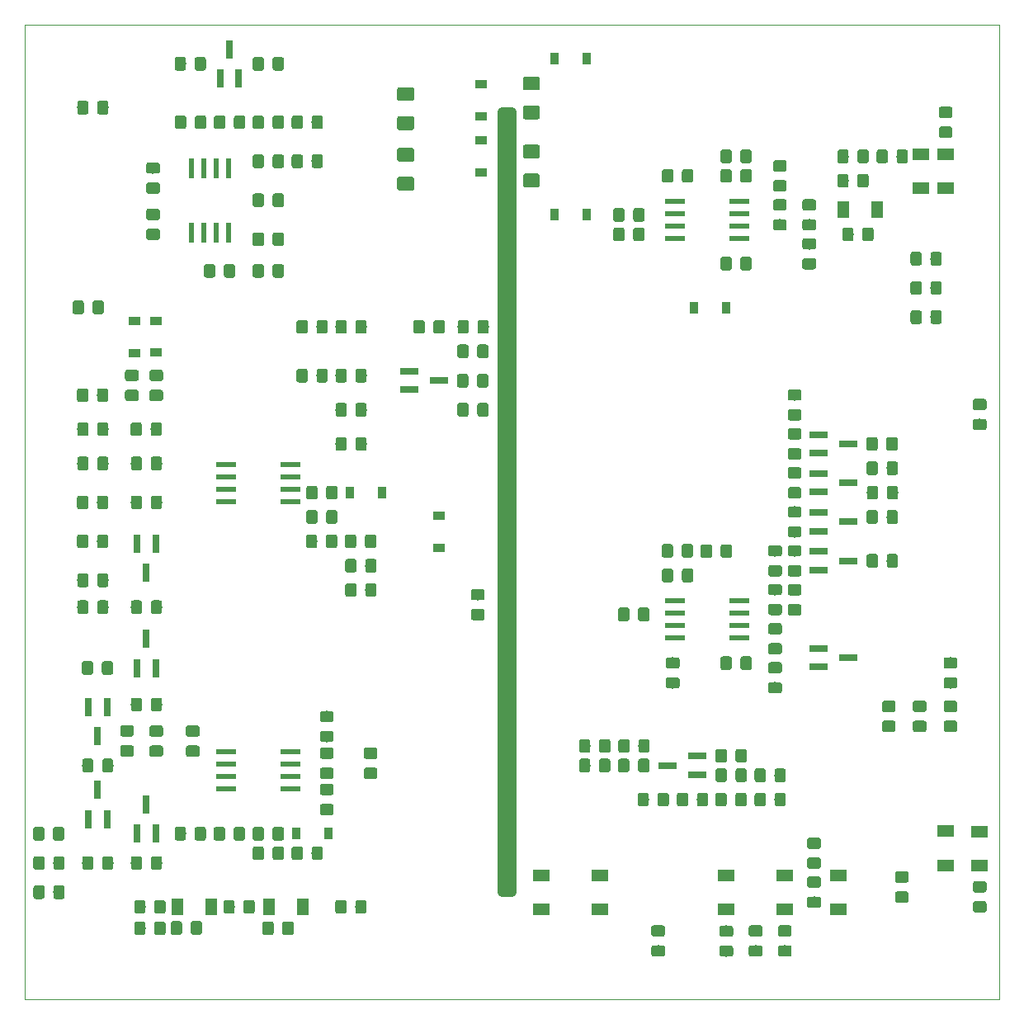
<source format=gbr>
%TF.GenerationSoftware,KiCad,Pcbnew,(5.1.0)-1*%
%TF.CreationDate,2019-10-04T19:05:09+02:00*%
%TF.ProjectId,KicadJE_AteOhAte,4b696361-644a-4455-9f41-74654f684174,rev?*%
%TF.SameCoordinates,Original*%
%TF.FileFunction,Paste,Bot*%
%TF.FilePolarity,Positive*%
%FSLAX46Y46*%
G04 Gerber Fmt 4.6, Leading zero omitted, Abs format (unit mm)*
G04 Created by KiCad (PCBNEW (5.1.0)-1) date 2019-10-04 19:05:09*
%MOMM*%
%LPD*%
G04 APERTURE LIST*
%ADD10C,1.000000*%
%ADD11C,0.050000*%
%ADD12R,0.550000X2.000000*%
%ADD13C,0.150000*%
%ADD14C,1.150000*%
%ADD15R,0.800000X1.900000*%
%ADD16R,1.200000X0.900000*%
%ADD17R,1.300000X1.700000*%
%ADD18R,2.000000X0.550000*%
%ADD19R,0.900000X1.200000*%
%ADD20R,1.900000X0.800000*%
%ADD21C,1.425000*%
%ADD22R,1.700000X1.300000*%
G04 APERTURE END LIST*
D10*
X99000000Y-59000000D02*
X100000000Y-59000000D01*
X99000000Y-139000000D02*
X100000000Y-139000000D01*
X100000000Y-59000000D02*
X100000000Y-139000000D01*
X99000000Y-59000000D02*
X99000000Y-139000000D01*
D11*
X50000000Y-150000000D02*
X50000000Y-50000000D01*
X150000000Y-150000000D02*
X50000000Y-150000000D01*
X150000000Y-50000000D02*
X150000000Y-150000000D01*
X50000000Y-50000000D02*
X150000000Y-50000000D01*
D12*
X67095000Y-71300000D03*
X68365000Y-71300000D03*
X69635000Y-71300000D03*
X70905000Y-71300000D03*
X70905000Y-64700000D03*
X69635000Y-64700000D03*
X68365000Y-64700000D03*
X67095000Y-64700000D03*
D13*
G36*
X84874505Y-80301204D02*
G01*
X84898773Y-80304804D01*
X84922572Y-80310765D01*
X84945671Y-80319030D01*
X84967850Y-80329520D01*
X84988893Y-80342132D01*
X85008599Y-80356747D01*
X85026777Y-80373223D01*
X85043253Y-80391401D01*
X85057868Y-80411107D01*
X85070480Y-80432150D01*
X85080970Y-80454329D01*
X85089235Y-80477428D01*
X85095196Y-80501227D01*
X85098796Y-80525495D01*
X85100000Y-80549999D01*
X85100000Y-81450001D01*
X85098796Y-81474505D01*
X85095196Y-81498773D01*
X85089235Y-81522572D01*
X85080970Y-81545671D01*
X85070480Y-81567850D01*
X85057868Y-81588893D01*
X85043253Y-81608599D01*
X85026777Y-81626777D01*
X85008599Y-81643253D01*
X84988893Y-81657868D01*
X84967850Y-81670480D01*
X84945671Y-81680970D01*
X84922572Y-81689235D01*
X84898773Y-81695196D01*
X84874505Y-81698796D01*
X84850001Y-81700000D01*
X84199999Y-81700000D01*
X84175495Y-81698796D01*
X84151227Y-81695196D01*
X84127428Y-81689235D01*
X84104329Y-81680970D01*
X84082150Y-81670480D01*
X84061107Y-81657868D01*
X84041401Y-81643253D01*
X84023223Y-81626777D01*
X84006747Y-81608599D01*
X83992132Y-81588893D01*
X83979520Y-81567850D01*
X83969030Y-81545671D01*
X83960765Y-81522572D01*
X83954804Y-81498773D01*
X83951204Y-81474505D01*
X83950000Y-81450001D01*
X83950000Y-80549999D01*
X83951204Y-80525495D01*
X83954804Y-80501227D01*
X83960765Y-80477428D01*
X83969030Y-80454329D01*
X83979520Y-80432150D01*
X83992132Y-80411107D01*
X84006747Y-80391401D01*
X84023223Y-80373223D01*
X84041401Y-80356747D01*
X84061107Y-80342132D01*
X84082150Y-80329520D01*
X84104329Y-80319030D01*
X84127428Y-80310765D01*
X84151227Y-80304804D01*
X84175495Y-80301204D01*
X84199999Y-80300000D01*
X84850001Y-80300000D01*
X84874505Y-80301204D01*
X84874505Y-80301204D01*
G37*
D14*
X84525000Y-81000000D03*
D13*
G36*
X82824505Y-80301204D02*
G01*
X82848773Y-80304804D01*
X82872572Y-80310765D01*
X82895671Y-80319030D01*
X82917850Y-80329520D01*
X82938893Y-80342132D01*
X82958599Y-80356747D01*
X82976777Y-80373223D01*
X82993253Y-80391401D01*
X83007868Y-80411107D01*
X83020480Y-80432150D01*
X83030970Y-80454329D01*
X83039235Y-80477428D01*
X83045196Y-80501227D01*
X83048796Y-80525495D01*
X83050000Y-80549999D01*
X83050000Y-81450001D01*
X83048796Y-81474505D01*
X83045196Y-81498773D01*
X83039235Y-81522572D01*
X83030970Y-81545671D01*
X83020480Y-81567850D01*
X83007868Y-81588893D01*
X82993253Y-81608599D01*
X82976777Y-81626777D01*
X82958599Y-81643253D01*
X82938893Y-81657868D01*
X82917850Y-81670480D01*
X82895671Y-81680970D01*
X82872572Y-81689235D01*
X82848773Y-81695196D01*
X82824505Y-81698796D01*
X82800001Y-81700000D01*
X82149999Y-81700000D01*
X82125495Y-81698796D01*
X82101227Y-81695196D01*
X82077428Y-81689235D01*
X82054329Y-81680970D01*
X82032150Y-81670480D01*
X82011107Y-81657868D01*
X81991401Y-81643253D01*
X81973223Y-81626777D01*
X81956747Y-81608599D01*
X81942132Y-81588893D01*
X81929520Y-81567850D01*
X81919030Y-81545671D01*
X81910765Y-81522572D01*
X81904804Y-81498773D01*
X81901204Y-81474505D01*
X81900000Y-81450001D01*
X81900000Y-80549999D01*
X81901204Y-80525495D01*
X81904804Y-80501227D01*
X81910765Y-80477428D01*
X81919030Y-80454329D01*
X81929520Y-80432150D01*
X81942132Y-80411107D01*
X81956747Y-80391401D01*
X81973223Y-80373223D01*
X81991401Y-80356747D01*
X82011107Y-80342132D01*
X82032150Y-80329520D01*
X82054329Y-80319030D01*
X82077428Y-80310765D01*
X82101227Y-80304804D01*
X82125495Y-80301204D01*
X82149999Y-80300000D01*
X82800001Y-80300000D01*
X82824505Y-80301204D01*
X82824505Y-80301204D01*
G37*
D14*
X82475000Y-81000000D03*
D13*
G36*
X80874505Y-80301204D02*
G01*
X80898773Y-80304804D01*
X80922572Y-80310765D01*
X80945671Y-80319030D01*
X80967850Y-80329520D01*
X80988893Y-80342132D01*
X81008599Y-80356747D01*
X81026777Y-80373223D01*
X81043253Y-80391401D01*
X81057868Y-80411107D01*
X81070480Y-80432150D01*
X81080970Y-80454329D01*
X81089235Y-80477428D01*
X81095196Y-80501227D01*
X81098796Y-80525495D01*
X81100000Y-80549999D01*
X81100000Y-81450001D01*
X81098796Y-81474505D01*
X81095196Y-81498773D01*
X81089235Y-81522572D01*
X81080970Y-81545671D01*
X81070480Y-81567850D01*
X81057868Y-81588893D01*
X81043253Y-81608599D01*
X81026777Y-81626777D01*
X81008599Y-81643253D01*
X80988893Y-81657868D01*
X80967850Y-81670480D01*
X80945671Y-81680970D01*
X80922572Y-81689235D01*
X80898773Y-81695196D01*
X80874505Y-81698796D01*
X80850001Y-81700000D01*
X80199999Y-81700000D01*
X80175495Y-81698796D01*
X80151227Y-81695196D01*
X80127428Y-81689235D01*
X80104329Y-81680970D01*
X80082150Y-81670480D01*
X80061107Y-81657868D01*
X80041401Y-81643253D01*
X80023223Y-81626777D01*
X80006747Y-81608599D01*
X79992132Y-81588893D01*
X79979520Y-81567850D01*
X79969030Y-81545671D01*
X79960765Y-81522572D01*
X79954804Y-81498773D01*
X79951204Y-81474505D01*
X79950000Y-81450001D01*
X79950000Y-80549999D01*
X79951204Y-80525495D01*
X79954804Y-80501227D01*
X79960765Y-80477428D01*
X79969030Y-80454329D01*
X79979520Y-80432150D01*
X79992132Y-80411107D01*
X80006747Y-80391401D01*
X80023223Y-80373223D01*
X80041401Y-80356747D01*
X80061107Y-80342132D01*
X80082150Y-80329520D01*
X80104329Y-80319030D01*
X80127428Y-80310765D01*
X80151227Y-80304804D01*
X80175495Y-80301204D01*
X80199999Y-80300000D01*
X80850001Y-80300000D01*
X80874505Y-80301204D01*
X80874505Y-80301204D01*
G37*
D14*
X80525000Y-81000000D03*
D13*
G36*
X78824505Y-80301204D02*
G01*
X78848773Y-80304804D01*
X78872572Y-80310765D01*
X78895671Y-80319030D01*
X78917850Y-80329520D01*
X78938893Y-80342132D01*
X78958599Y-80356747D01*
X78976777Y-80373223D01*
X78993253Y-80391401D01*
X79007868Y-80411107D01*
X79020480Y-80432150D01*
X79030970Y-80454329D01*
X79039235Y-80477428D01*
X79045196Y-80501227D01*
X79048796Y-80525495D01*
X79050000Y-80549999D01*
X79050000Y-81450001D01*
X79048796Y-81474505D01*
X79045196Y-81498773D01*
X79039235Y-81522572D01*
X79030970Y-81545671D01*
X79020480Y-81567850D01*
X79007868Y-81588893D01*
X78993253Y-81608599D01*
X78976777Y-81626777D01*
X78958599Y-81643253D01*
X78938893Y-81657868D01*
X78917850Y-81670480D01*
X78895671Y-81680970D01*
X78872572Y-81689235D01*
X78848773Y-81695196D01*
X78824505Y-81698796D01*
X78800001Y-81700000D01*
X78149999Y-81700000D01*
X78125495Y-81698796D01*
X78101227Y-81695196D01*
X78077428Y-81689235D01*
X78054329Y-81680970D01*
X78032150Y-81670480D01*
X78011107Y-81657868D01*
X77991401Y-81643253D01*
X77973223Y-81626777D01*
X77956747Y-81608599D01*
X77942132Y-81588893D01*
X77929520Y-81567850D01*
X77919030Y-81545671D01*
X77910765Y-81522572D01*
X77904804Y-81498773D01*
X77901204Y-81474505D01*
X77900000Y-81450001D01*
X77900000Y-80549999D01*
X77901204Y-80525495D01*
X77904804Y-80501227D01*
X77910765Y-80477428D01*
X77919030Y-80454329D01*
X77929520Y-80432150D01*
X77942132Y-80411107D01*
X77956747Y-80391401D01*
X77973223Y-80373223D01*
X77991401Y-80356747D01*
X78011107Y-80342132D01*
X78032150Y-80329520D01*
X78054329Y-80319030D01*
X78077428Y-80310765D01*
X78101227Y-80304804D01*
X78125495Y-80301204D01*
X78149999Y-80300000D01*
X78800001Y-80300000D01*
X78824505Y-80301204D01*
X78824505Y-80301204D01*
G37*
D14*
X78475000Y-81000000D03*
D13*
G36*
X68374505Y-53301204D02*
G01*
X68398773Y-53304804D01*
X68422572Y-53310765D01*
X68445671Y-53319030D01*
X68467850Y-53329520D01*
X68488893Y-53342132D01*
X68508599Y-53356747D01*
X68526777Y-53373223D01*
X68543253Y-53391401D01*
X68557868Y-53411107D01*
X68570480Y-53432150D01*
X68580970Y-53454329D01*
X68589235Y-53477428D01*
X68595196Y-53501227D01*
X68598796Y-53525495D01*
X68600000Y-53549999D01*
X68600000Y-54450001D01*
X68598796Y-54474505D01*
X68595196Y-54498773D01*
X68589235Y-54522572D01*
X68580970Y-54545671D01*
X68570480Y-54567850D01*
X68557868Y-54588893D01*
X68543253Y-54608599D01*
X68526777Y-54626777D01*
X68508599Y-54643253D01*
X68488893Y-54657868D01*
X68467850Y-54670480D01*
X68445671Y-54680970D01*
X68422572Y-54689235D01*
X68398773Y-54695196D01*
X68374505Y-54698796D01*
X68350001Y-54700000D01*
X67699999Y-54700000D01*
X67675495Y-54698796D01*
X67651227Y-54695196D01*
X67627428Y-54689235D01*
X67604329Y-54680970D01*
X67582150Y-54670480D01*
X67561107Y-54657868D01*
X67541401Y-54643253D01*
X67523223Y-54626777D01*
X67506747Y-54608599D01*
X67492132Y-54588893D01*
X67479520Y-54567850D01*
X67469030Y-54545671D01*
X67460765Y-54522572D01*
X67454804Y-54498773D01*
X67451204Y-54474505D01*
X67450000Y-54450001D01*
X67450000Y-53549999D01*
X67451204Y-53525495D01*
X67454804Y-53501227D01*
X67460765Y-53477428D01*
X67469030Y-53454329D01*
X67479520Y-53432150D01*
X67492132Y-53411107D01*
X67506747Y-53391401D01*
X67523223Y-53373223D01*
X67541401Y-53356747D01*
X67561107Y-53342132D01*
X67582150Y-53329520D01*
X67604329Y-53319030D01*
X67627428Y-53310765D01*
X67651227Y-53304804D01*
X67675495Y-53301204D01*
X67699999Y-53300000D01*
X68350001Y-53300000D01*
X68374505Y-53301204D01*
X68374505Y-53301204D01*
G37*
D14*
X68025000Y-54000000D03*
D13*
G36*
X66324505Y-53301204D02*
G01*
X66348773Y-53304804D01*
X66372572Y-53310765D01*
X66395671Y-53319030D01*
X66417850Y-53329520D01*
X66438893Y-53342132D01*
X66458599Y-53356747D01*
X66476777Y-53373223D01*
X66493253Y-53391401D01*
X66507868Y-53411107D01*
X66520480Y-53432150D01*
X66530970Y-53454329D01*
X66539235Y-53477428D01*
X66545196Y-53501227D01*
X66548796Y-53525495D01*
X66550000Y-53549999D01*
X66550000Y-54450001D01*
X66548796Y-54474505D01*
X66545196Y-54498773D01*
X66539235Y-54522572D01*
X66530970Y-54545671D01*
X66520480Y-54567850D01*
X66507868Y-54588893D01*
X66493253Y-54608599D01*
X66476777Y-54626777D01*
X66458599Y-54643253D01*
X66438893Y-54657868D01*
X66417850Y-54670480D01*
X66395671Y-54680970D01*
X66372572Y-54689235D01*
X66348773Y-54695196D01*
X66324505Y-54698796D01*
X66300001Y-54700000D01*
X65649999Y-54700000D01*
X65625495Y-54698796D01*
X65601227Y-54695196D01*
X65577428Y-54689235D01*
X65554329Y-54680970D01*
X65532150Y-54670480D01*
X65511107Y-54657868D01*
X65491401Y-54643253D01*
X65473223Y-54626777D01*
X65456747Y-54608599D01*
X65442132Y-54588893D01*
X65429520Y-54567850D01*
X65419030Y-54545671D01*
X65410765Y-54522572D01*
X65404804Y-54498773D01*
X65401204Y-54474505D01*
X65400000Y-54450001D01*
X65400000Y-53549999D01*
X65401204Y-53525495D01*
X65404804Y-53501227D01*
X65410765Y-53477428D01*
X65419030Y-53454329D01*
X65429520Y-53432150D01*
X65442132Y-53411107D01*
X65456747Y-53391401D01*
X65473223Y-53373223D01*
X65491401Y-53356747D01*
X65511107Y-53342132D01*
X65532150Y-53329520D01*
X65554329Y-53319030D01*
X65577428Y-53310765D01*
X65601227Y-53304804D01*
X65625495Y-53301204D01*
X65649999Y-53300000D01*
X66300001Y-53300000D01*
X66324505Y-53301204D01*
X66324505Y-53301204D01*
G37*
D14*
X65975000Y-54000000D03*
D13*
G36*
X74324505Y-74551204D02*
G01*
X74348773Y-74554804D01*
X74372572Y-74560765D01*
X74395671Y-74569030D01*
X74417850Y-74579520D01*
X74438893Y-74592132D01*
X74458599Y-74606747D01*
X74476777Y-74623223D01*
X74493253Y-74641401D01*
X74507868Y-74661107D01*
X74520480Y-74682150D01*
X74530970Y-74704329D01*
X74539235Y-74727428D01*
X74545196Y-74751227D01*
X74548796Y-74775495D01*
X74550000Y-74799999D01*
X74550000Y-75700001D01*
X74548796Y-75724505D01*
X74545196Y-75748773D01*
X74539235Y-75772572D01*
X74530970Y-75795671D01*
X74520480Y-75817850D01*
X74507868Y-75838893D01*
X74493253Y-75858599D01*
X74476777Y-75876777D01*
X74458599Y-75893253D01*
X74438893Y-75907868D01*
X74417850Y-75920480D01*
X74395671Y-75930970D01*
X74372572Y-75939235D01*
X74348773Y-75945196D01*
X74324505Y-75948796D01*
X74300001Y-75950000D01*
X73649999Y-75950000D01*
X73625495Y-75948796D01*
X73601227Y-75945196D01*
X73577428Y-75939235D01*
X73554329Y-75930970D01*
X73532150Y-75920480D01*
X73511107Y-75907868D01*
X73491401Y-75893253D01*
X73473223Y-75876777D01*
X73456747Y-75858599D01*
X73442132Y-75838893D01*
X73429520Y-75817850D01*
X73419030Y-75795671D01*
X73410765Y-75772572D01*
X73404804Y-75748773D01*
X73401204Y-75724505D01*
X73400000Y-75700001D01*
X73400000Y-74799999D01*
X73401204Y-74775495D01*
X73404804Y-74751227D01*
X73410765Y-74727428D01*
X73419030Y-74704329D01*
X73429520Y-74682150D01*
X73442132Y-74661107D01*
X73456747Y-74641401D01*
X73473223Y-74623223D01*
X73491401Y-74606747D01*
X73511107Y-74592132D01*
X73532150Y-74579520D01*
X73554329Y-74569030D01*
X73577428Y-74560765D01*
X73601227Y-74554804D01*
X73625495Y-74551204D01*
X73649999Y-74550000D01*
X74300001Y-74550000D01*
X74324505Y-74551204D01*
X74324505Y-74551204D01*
G37*
D14*
X73975000Y-75250000D03*
D13*
G36*
X76374505Y-74551204D02*
G01*
X76398773Y-74554804D01*
X76422572Y-74560765D01*
X76445671Y-74569030D01*
X76467850Y-74579520D01*
X76488893Y-74592132D01*
X76508599Y-74606747D01*
X76526777Y-74623223D01*
X76543253Y-74641401D01*
X76557868Y-74661107D01*
X76570480Y-74682150D01*
X76580970Y-74704329D01*
X76589235Y-74727428D01*
X76595196Y-74751227D01*
X76598796Y-74775495D01*
X76600000Y-74799999D01*
X76600000Y-75700001D01*
X76598796Y-75724505D01*
X76595196Y-75748773D01*
X76589235Y-75772572D01*
X76580970Y-75795671D01*
X76570480Y-75817850D01*
X76557868Y-75838893D01*
X76543253Y-75858599D01*
X76526777Y-75876777D01*
X76508599Y-75893253D01*
X76488893Y-75907868D01*
X76467850Y-75920480D01*
X76445671Y-75930970D01*
X76422572Y-75939235D01*
X76398773Y-75945196D01*
X76374505Y-75948796D01*
X76350001Y-75950000D01*
X75699999Y-75950000D01*
X75675495Y-75948796D01*
X75651227Y-75945196D01*
X75627428Y-75939235D01*
X75604329Y-75930970D01*
X75582150Y-75920480D01*
X75561107Y-75907868D01*
X75541401Y-75893253D01*
X75523223Y-75876777D01*
X75506747Y-75858599D01*
X75492132Y-75838893D01*
X75479520Y-75817850D01*
X75469030Y-75795671D01*
X75460765Y-75772572D01*
X75454804Y-75748773D01*
X75451204Y-75724505D01*
X75450000Y-75700001D01*
X75450000Y-74799999D01*
X75451204Y-74775495D01*
X75454804Y-74751227D01*
X75460765Y-74727428D01*
X75469030Y-74704329D01*
X75479520Y-74682150D01*
X75492132Y-74661107D01*
X75506747Y-74641401D01*
X75523223Y-74623223D01*
X75541401Y-74606747D01*
X75561107Y-74592132D01*
X75582150Y-74579520D01*
X75604329Y-74569030D01*
X75627428Y-74560765D01*
X75651227Y-74554804D01*
X75675495Y-74551204D01*
X75699999Y-74550000D01*
X76350001Y-74550000D01*
X76374505Y-74551204D01*
X76374505Y-74551204D01*
G37*
D14*
X76025000Y-75250000D03*
D13*
G36*
X72399505Y-59301204D02*
G01*
X72423773Y-59304804D01*
X72447572Y-59310765D01*
X72470671Y-59319030D01*
X72492850Y-59329520D01*
X72513893Y-59342132D01*
X72533599Y-59356747D01*
X72551777Y-59373223D01*
X72568253Y-59391401D01*
X72582868Y-59411107D01*
X72595480Y-59432150D01*
X72605970Y-59454329D01*
X72614235Y-59477428D01*
X72620196Y-59501227D01*
X72623796Y-59525495D01*
X72625000Y-59549999D01*
X72625000Y-60450001D01*
X72623796Y-60474505D01*
X72620196Y-60498773D01*
X72614235Y-60522572D01*
X72605970Y-60545671D01*
X72595480Y-60567850D01*
X72582868Y-60588893D01*
X72568253Y-60608599D01*
X72551777Y-60626777D01*
X72533599Y-60643253D01*
X72513893Y-60657868D01*
X72492850Y-60670480D01*
X72470671Y-60680970D01*
X72447572Y-60689235D01*
X72423773Y-60695196D01*
X72399505Y-60698796D01*
X72375001Y-60700000D01*
X71724999Y-60700000D01*
X71700495Y-60698796D01*
X71676227Y-60695196D01*
X71652428Y-60689235D01*
X71629329Y-60680970D01*
X71607150Y-60670480D01*
X71586107Y-60657868D01*
X71566401Y-60643253D01*
X71548223Y-60626777D01*
X71531747Y-60608599D01*
X71517132Y-60588893D01*
X71504520Y-60567850D01*
X71494030Y-60545671D01*
X71485765Y-60522572D01*
X71479804Y-60498773D01*
X71476204Y-60474505D01*
X71475000Y-60450001D01*
X71475000Y-59549999D01*
X71476204Y-59525495D01*
X71479804Y-59501227D01*
X71485765Y-59477428D01*
X71494030Y-59454329D01*
X71504520Y-59432150D01*
X71517132Y-59411107D01*
X71531747Y-59391401D01*
X71548223Y-59373223D01*
X71566401Y-59356747D01*
X71586107Y-59342132D01*
X71607150Y-59329520D01*
X71629329Y-59319030D01*
X71652428Y-59310765D01*
X71676227Y-59304804D01*
X71700495Y-59301204D01*
X71724999Y-59300000D01*
X72375001Y-59300000D01*
X72399505Y-59301204D01*
X72399505Y-59301204D01*
G37*
D14*
X72050000Y-60000000D03*
D13*
G36*
X70349505Y-59301204D02*
G01*
X70373773Y-59304804D01*
X70397572Y-59310765D01*
X70420671Y-59319030D01*
X70442850Y-59329520D01*
X70463893Y-59342132D01*
X70483599Y-59356747D01*
X70501777Y-59373223D01*
X70518253Y-59391401D01*
X70532868Y-59411107D01*
X70545480Y-59432150D01*
X70555970Y-59454329D01*
X70564235Y-59477428D01*
X70570196Y-59501227D01*
X70573796Y-59525495D01*
X70575000Y-59549999D01*
X70575000Y-60450001D01*
X70573796Y-60474505D01*
X70570196Y-60498773D01*
X70564235Y-60522572D01*
X70555970Y-60545671D01*
X70545480Y-60567850D01*
X70532868Y-60588893D01*
X70518253Y-60608599D01*
X70501777Y-60626777D01*
X70483599Y-60643253D01*
X70463893Y-60657868D01*
X70442850Y-60670480D01*
X70420671Y-60680970D01*
X70397572Y-60689235D01*
X70373773Y-60695196D01*
X70349505Y-60698796D01*
X70325001Y-60700000D01*
X69674999Y-60700000D01*
X69650495Y-60698796D01*
X69626227Y-60695196D01*
X69602428Y-60689235D01*
X69579329Y-60680970D01*
X69557150Y-60670480D01*
X69536107Y-60657868D01*
X69516401Y-60643253D01*
X69498223Y-60626777D01*
X69481747Y-60608599D01*
X69467132Y-60588893D01*
X69454520Y-60567850D01*
X69444030Y-60545671D01*
X69435765Y-60522572D01*
X69429804Y-60498773D01*
X69426204Y-60474505D01*
X69425000Y-60450001D01*
X69425000Y-59549999D01*
X69426204Y-59525495D01*
X69429804Y-59501227D01*
X69435765Y-59477428D01*
X69444030Y-59454329D01*
X69454520Y-59432150D01*
X69467132Y-59411107D01*
X69481747Y-59391401D01*
X69498223Y-59373223D01*
X69516401Y-59356747D01*
X69536107Y-59342132D01*
X69557150Y-59329520D01*
X69579329Y-59319030D01*
X69602428Y-59310765D01*
X69626227Y-59304804D01*
X69650495Y-59301204D01*
X69674999Y-59300000D01*
X70325001Y-59300000D01*
X70349505Y-59301204D01*
X70349505Y-59301204D01*
G37*
D14*
X70000000Y-60000000D03*
D13*
G36*
X76374505Y-67301204D02*
G01*
X76398773Y-67304804D01*
X76422572Y-67310765D01*
X76445671Y-67319030D01*
X76467850Y-67329520D01*
X76488893Y-67342132D01*
X76508599Y-67356747D01*
X76526777Y-67373223D01*
X76543253Y-67391401D01*
X76557868Y-67411107D01*
X76570480Y-67432150D01*
X76580970Y-67454329D01*
X76589235Y-67477428D01*
X76595196Y-67501227D01*
X76598796Y-67525495D01*
X76600000Y-67549999D01*
X76600000Y-68450001D01*
X76598796Y-68474505D01*
X76595196Y-68498773D01*
X76589235Y-68522572D01*
X76580970Y-68545671D01*
X76570480Y-68567850D01*
X76557868Y-68588893D01*
X76543253Y-68608599D01*
X76526777Y-68626777D01*
X76508599Y-68643253D01*
X76488893Y-68657868D01*
X76467850Y-68670480D01*
X76445671Y-68680970D01*
X76422572Y-68689235D01*
X76398773Y-68695196D01*
X76374505Y-68698796D01*
X76350001Y-68700000D01*
X75699999Y-68700000D01*
X75675495Y-68698796D01*
X75651227Y-68695196D01*
X75627428Y-68689235D01*
X75604329Y-68680970D01*
X75582150Y-68670480D01*
X75561107Y-68657868D01*
X75541401Y-68643253D01*
X75523223Y-68626777D01*
X75506747Y-68608599D01*
X75492132Y-68588893D01*
X75479520Y-68567850D01*
X75469030Y-68545671D01*
X75460765Y-68522572D01*
X75454804Y-68498773D01*
X75451204Y-68474505D01*
X75450000Y-68450001D01*
X75450000Y-67549999D01*
X75451204Y-67525495D01*
X75454804Y-67501227D01*
X75460765Y-67477428D01*
X75469030Y-67454329D01*
X75479520Y-67432150D01*
X75492132Y-67411107D01*
X75506747Y-67391401D01*
X75523223Y-67373223D01*
X75541401Y-67356747D01*
X75561107Y-67342132D01*
X75582150Y-67329520D01*
X75604329Y-67319030D01*
X75627428Y-67310765D01*
X75651227Y-67304804D01*
X75675495Y-67301204D01*
X75699999Y-67300000D01*
X76350001Y-67300000D01*
X76374505Y-67301204D01*
X76374505Y-67301204D01*
G37*
D14*
X76025000Y-68000000D03*
D13*
G36*
X74324505Y-67301204D02*
G01*
X74348773Y-67304804D01*
X74372572Y-67310765D01*
X74395671Y-67319030D01*
X74417850Y-67329520D01*
X74438893Y-67342132D01*
X74458599Y-67356747D01*
X74476777Y-67373223D01*
X74493253Y-67391401D01*
X74507868Y-67411107D01*
X74520480Y-67432150D01*
X74530970Y-67454329D01*
X74539235Y-67477428D01*
X74545196Y-67501227D01*
X74548796Y-67525495D01*
X74550000Y-67549999D01*
X74550000Y-68450001D01*
X74548796Y-68474505D01*
X74545196Y-68498773D01*
X74539235Y-68522572D01*
X74530970Y-68545671D01*
X74520480Y-68567850D01*
X74507868Y-68588893D01*
X74493253Y-68608599D01*
X74476777Y-68626777D01*
X74458599Y-68643253D01*
X74438893Y-68657868D01*
X74417850Y-68670480D01*
X74395671Y-68680970D01*
X74372572Y-68689235D01*
X74348773Y-68695196D01*
X74324505Y-68698796D01*
X74300001Y-68700000D01*
X73649999Y-68700000D01*
X73625495Y-68698796D01*
X73601227Y-68695196D01*
X73577428Y-68689235D01*
X73554329Y-68680970D01*
X73532150Y-68670480D01*
X73511107Y-68657868D01*
X73491401Y-68643253D01*
X73473223Y-68626777D01*
X73456747Y-68608599D01*
X73442132Y-68588893D01*
X73429520Y-68567850D01*
X73419030Y-68545671D01*
X73410765Y-68522572D01*
X73404804Y-68498773D01*
X73401204Y-68474505D01*
X73400000Y-68450001D01*
X73400000Y-67549999D01*
X73401204Y-67525495D01*
X73404804Y-67501227D01*
X73410765Y-67477428D01*
X73419030Y-67454329D01*
X73429520Y-67432150D01*
X73442132Y-67411107D01*
X73456747Y-67391401D01*
X73473223Y-67373223D01*
X73491401Y-67356747D01*
X73511107Y-67342132D01*
X73532150Y-67329520D01*
X73554329Y-67319030D01*
X73577428Y-67310765D01*
X73601227Y-67304804D01*
X73625495Y-67301204D01*
X73649999Y-67300000D01*
X74300001Y-67300000D01*
X74324505Y-67301204D01*
X74324505Y-67301204D01*
G37*
D14*
X73975000Y-68000000D03*
D13*
G36*
X78324505Y-59301204D02*
G01*
X78348773Y-59304804D01*
X78372572Y-59310765D01*
X78395671Y-59319030D01*
X78417850Y-59329520D01*
X78438893Y-59342132D01*
X78458599Y-59356747D01*
X78476777Y-59373223D01*
X78493253Y-59391401D01*
X78507868Y-59411107D01*
X78520480Y-59432150D01*
X78530970Y-59454329D01*
X78539235Y-59477428D01*
X78545196Y-59501227D01*
X78548796Y-59525495D01*
X78550000Y-59549999D01*
X78550000Y-60450001D01*
X78548796Y-60474505D01*
X78545196Y-60498773D01*
X78539235Y-60522572D01*
X78530970Y-60545671D01*
X78520480Y-60567850D01*
X78507868Y-60588893D01*
X78493253Y-60608599D01*
X78476777Y-60626777D01*
X78458599Y-60643253D01*
X78438893Y-60657868D01*
X78417850Y-60670480D01*
X78395671Y-60680970D01*
X78372572Y-60689235D01*
X78348773Y-60695196D01*
X78324505Y-60698796D01*
X78300001Y-60700000D01*
X77649999Y-60700000D01*
X77625495Y-60698796D01*
X77601227Y-60695196D01*
X77577428Y-60689235D01*
X77554329Y-60680970D01*
X77532150Y-60670480D01*
X77511107Y-60657868D01*
X77491401Y-60643253D01*
X77473223Y-60626777D01*
X77456747Y-60608599D01*
X77442132Y-60588893D01*
X77429520Y-60567850D01*
X77419030Y-60545671D01*
X77410765Y-60522572D01*
X77404804Y-60498773D01*
X77401204Y-60474505D01*
X77400000Y-60450001D01*
X77400000Y-59549999D01*
X77401204Y-59525495D01*
X77404804Y-59501227D01*
X77410765Y-59477428D01*
X77419030Y-59454329D01*
X77429520Y-59432150D01*
X77442132Y-59411107D01*
X77456747Y-59391401D01*
X77473223Y-59373223D01*
X77491401Y-59356747D01*
X77511107Y-59342132D01*
X77532150Y-59329520D01*
X77554329Y-59319030D01*
X77577428Y-59310765D01*
X77601227Y-59304804D01*
X77625495Y-59301204D01*
X77649999Y-59300000D01*
X78300001Y-59300000D01*
X78324505Y-59301204D01*
X78324505Y-59301204D01*
G37*
D14*
X77975000Y-60000000D03*
D13*
G36*
X80374505Y-59301204D02*
G01*
X80398773Y-59304804D01*
X80422572Y-59310765D01*
X80445671Y-59319030D01*
X80467850Y-59329520D01*
X80488893Y-59342132D01*
X80508599Y-59356747D01*
X80526777Y-59373223D01*
X80543253Y-59391401D01*
X80557868Y-59411107D01*
X80570480Y-59432150D01*
X80580970Y-59454329D01*
X80589235Y-59477428D01*
X80595196Y-59501227D01*
X80598796Y-59525495D01*
X80600000Y-59549999D01*
X80600000Y-60450001D01*
X80598796Y-60474505D01*
X80595196Y-60498773D01*
X80589235Y-60522572D01*
X80580970Y-60545671D01*
X80570480Y-60567850D01*
X80557868Y-60588893D01*
X80543253Y-60608599D01*
X80526777Y-60626777D01*
X80508599Y-60643253D01*
X80488893Y-60657868D01*
X80467850Y-60670480D01*
X80445671Y-60680970D01*
X80422572Y-60689235D01*
X80398773Y-60695196D01*
X80374505Y-60698796D01*
X80350001Y-60700000D01*
X79699999Y-60700000D01*
X79675495Y-60698796D01*
X79651227Y-60695196D01*
X79627428Y-60689235D01*
X79604329Y-60680970D01*
X79582150Y-60670480D01*
X79561107Y-60657868D01*
X79541401Y-60643253D01*
X79523223Y-60626777D01*
X79506747Y-60608599D01*
X79492132Y-60588893D01*
X79479520Y-60567850D01*
X79469030Y-60545671D01*
X79460765Y-60522572D01*
X79454804Y-60498773D01*
X79451204Y-60474505D01*
X79450000Y-60450001D01*
X79450000Y-59549999D01*
X79451204Y-59525495D01*
X79454804Y-59501227D01*
X79460765Y-59477428D01*
X79469030Y-59454329D01*
X79479520Y-59432150D01*
X79492132Y-59411107D01*
X79506747Y-59391401D01*
X79523223Y-59373223D01*
X79541401Y-59356747D01*
X79561107Y-59342132D01*
X79582150Y-59329520D01*
X79604329Y-59319030D01*
X79627428Y-59310765D01*
X79651227Y-59304804D01*
X79675495Y-59301204D01*
X79699999Y-59300000D01*
X80350001Y-59300000D01*
X80374505Y-59301204D01*
X80374505Y-59301204D01*
G37*
D14*
X80025000Y-60000000D03*
D13*
G36*
X80374505Y-63301204D02*
G01*
X80398773Y-63304804D01*
X80422572Y-63310765D01*
X80445671Y-63319030D01*
X80467850Y-63329520D01*
X80488893Y-63342132D01*
X80508599Y-63356747D01*
X80526777Y-63373223D01*
X80543253Y-63391401D01*
X80557868Y-63411107D01*
X80570480Y-63432150D01*
X80580970Y-63454329D01*
X80589235Y-63477428D01*
X80595196Y-63501227D01*
X80598796Y-63525495D01*
X80600000Y-63549999D01*
X80600000Y-64450001D01*
X80598796Y-64474505D01*
X80595196Y-64498773D01*
X80589235Y-64522572D01*
X80580970Y-64545671D01*
X80570480Y-64567850D01*
X80557868Y-64588893D01*
X80543253Y-64608599D01*
X80526777Y-64626777D01*
X80508599Y-64643253D01*
X80488893Y-64657868D01*
X80467850Y-64670480D01*
X80445671Y-64680970D01*
X80422572Y-64689235D01*
X80398773Y-64695196D01*
X80374505Y-64698796D01*
X80350001Y-64700000D01*
X79699999Y-64700000D01*
X79675495Y-64698796D01*
X79651227Y-64695196D01*
X79627428Y-64689235D01*
X79604329Y-64680970D01*
X79582150Y-64670480D01*
X79561107Y-64657868D01*
X79541401Y-64643253D01*
X79523223Y-64626777D01*
X79506747Y-64608599D01*
X79492132Y-64588893D01*
X79479520Y-64567850D01*
X79469030Y-64545671D01*
X79460765Y-64522572D01*
X79454804Y-64498773D01*
X79451204Y-64474505D01*
X79450000Y-64450001D01*
X79450000Y-63549999D01*
X79451204Y-63525495D01*
X79454804Y-63501227D01*
X79460765Y-63477428D01*
X79469030Y-63454329D01*
X79479520Y-63432150D01*
X79492132Y-63411107D01*
X79506747Y-63391401D01*
X79523223Y-63373223D01*
X79541401Y-63356747D01*
X79561107Y-63342132D01*
X79582150Y-63329520D01*
X79604329Y-63319030D01*
X79627428Y-63310765D01*
X79651227Y-63304804D01*
X79675495Y-63301204D01*
X79699999Y-63300000D01*
X80350001Y-63300000D01*
X80374505Y-63301204D01*
X80374505Y-63301204D01*
G37*
D14*
X80025000Y-64000000D03*
D13*
G36*
X78324505Y-63301204D02*
G01*
X78348773Y-63304804D01*
X78372572Y-63310765D01*
X78395671Y-63319030D01*
X78417850Y-63329520D01*
X78438893Y-63342132D01*
X78458599Y-63356747D01*
X78476777Y-63373223D01*
X78493253Y-63391401D01*
X78507868Y-63411107D01*
X78520480Y-63432150D01*
X78530970Y-63454329D01*
X78539235Y-63477428D01*
X78545196Y-63501227D01*
X78548796Y-63525495D01*
X78550000Y-63549999D01*
X78550000Y-64450001D01*
X78548796Y-64474505D01*
X78545196Y-64498773D01*
X78539235Y-64522572D01*
X78530970Y-64545671D01*
X78520480Y-64567850D01*
X78507868Y-64588893D01*
X78493253Y-64608599D01*
X78476777Y-64626777D01*
X78458599Y-64643253D01*
X78438893Y-64657868D01*
X78417850Y-64670480D01*
X78395671Y-64680970D01*
X78372572Y-64689235D01*
X78348773Y-64695196D01*
X78324505Y-64698796D01*
X78300001Y-64700000D01*
X77649999Y-64700000D01*
X77625495Y-64698796D01*
X77601227Y-64695196D01*
X77577428Y-64689235D01*
X77554329Y-64680970D01*
X77532150Y-64670480D01*
X77511107Y-64657868D01*
X77491401Y-64643253D01*
X77473223Y-64626777D01*
X77456747Y-64608599D01*
X77442132Y-64588893D01*
X77429520Y-64567850D01*
X77419030Y-64545671D01*
X77410765Y-64522572D01*
X77404804Y-64498773D01*
X77401204Y-64474505D01*
X77400000Y-64450001D01*
X77400000Y-63549999D01*
X77401204Y-63525495D01*
X77404804Y-63501227D01*
X77410765Y-63477428D01*
X77419030Y-63454329D01*
X77429520Y-63432150D01*
X77442132Y-63411107D01*
X77456747Y-63391401D01*
X77473223Y-63373223D01*
X77491401Y-63356747D01*
X77511107Y-63342132D01*
X77532150Y-63329520D01*
X77554329Y-63319030D01*
X77577428Y-63310765D01*
X77601227Y-63304804D01*
X77625495Y-63301204D01*
X77649999Y-63300000D01*
X78300001Y-63300000D01*
X78324505Y-63301204D01*
X78324505Y-63301204D01*
G37*
D14*
X77975000Y-64000000D03*
D13*
G36*
X76374505Y-53301204D02*
G01*
X76398773Y-53304804D01*
X76422572Y-53310765D01*
X76445671Y-53319030D01*
X76467850Y-53329520D01*
X76488893Y-53342132D01*
X76508599Y-53356747D01*
X76526777Y-53373223D01*
X76543253Y-53391401D01*
X76557868Y-53411107D01*
X76570480Y-53432150D01*
X76580970Y-53454329D01*
X76589235Y-53477428D01*
X76595196Y-53501227D01*
X76598796Y-53525495D01*
X76600000Y-53549999D01*
X76600000Y-54450001D01*
X76598796Y-54474505D01*
X76595196Y-54498773D01*
X76589235Y-54522572D01*
X76580970Y-54545671D01*
X76570480Y-54567850D01*
X76557868Y-54588893D01*
X76543253Y-54608599D01*
X76526777Y-54626777D01*
X76508599Y-54643253D01*
X76488893Y-54657868D01*
X76467850Y-54670480D01*
X76445671Y-54680970D01*
X76422572Y-54689235D01*
X76398773Y-54695196D01*
X76374505Y-54698796D01*
X76350001Y-54700000D01*
X75699999Y-54700000D01*
X75675495Y-54698796D01*
X75651227Y-54695196D01*
X75627428Y-54689235D01*
X75604329Y-54680970D01*
X75582150Y-54670480D01*
X75561107Y-54657868D01*
X75541401Y-54643253D01*
X75523223Y-54626777D01*
X75506747Y-54608599D01*
X75492132Y-54588893D01*
X75479520Y-54567850D01*
X75469030Y-54545671D01*
X75460765Y-54522572D01*
X75454804Y-54498773D01*
X75451204Y-54474505D01*
X75450000Y-54450001D01*
X75450000Y-53549999D01*
X75451204Y-53525495D01*
X75454804Y-53501227D01*
X75460765Y-53477428D01*
X75469030Y-53454329D01*
X75479520Y-53432150D01*
X75492132Y-53411107D01*
X75506747Y-53391401D01*
X75523223Y-53373223D01*
X75541401Y-53356747D01*
X75561107Y-53342132D01*
X75582150Y-53329520D01*
X75604329Y-53319030D01*
X75627428Y-53310765D01*
X75651227Y-53304804D01*
X75675495Y-53301204D01*
X75699999Y-53300000D01*
X76350001Y-53300000D01*
X76374505Y-53301204D01*
X76374505Y-53301204D01*
G37*
D14*
X76025000Y-54000000D03*
D13*
G36*
X74324505Y-53301204D02*
G01*
X74348773Y-53304804D01*
X74372572Y-53310765D01*
X74395671Y-53319030D01*
X74417850Y-53329520D01*
X74438893Y-53342132D01*
X74458599Y-53356747D01*
X74476777Y-53373223D01*
X74493253Y-53391401D01*
X74507868Y-53411107D01*
X74520480Y-53432150D01*
X74530970Y-53454329D01*
X74539235Y-53477428D01*
X74545196Y-53501227D01*
X74548796Y-53525495D01*
X74550000Y-53549999D01*
X74550000Y-54450001D01*
X74548796Y-54474505D01*
X74545196Y-54498773D01*
X74539235Y-54522572D01*
X74530970Y-54545671D01*
X74520480Y-54567850D01*
X74507868Y-54588893D01*
X74493253Y-54608599D01*
X74476777Y-54626777D01*
X74458599Y-54643253D01*
X74438893Y-54657868D01*
X74417850Y-54670480D01*
X74395671Y-54680970D01*
X74372572Y-54689235D01*
X74348773Y-54695196D01*
X74324505Y-54698796D01*
X74300001Y-54700000D01*
X73649999Y-54700000D01*
X73625495Y-54698796D01*
X73601227Y-54695196D01*
X73577428Y-54689235D01*
X73554329Y-54680970D01*
X73532150Y-54670480D01*
X73511107Y-54657868D01*
X73491401Y-54643253D01*
X73473223Y-54626777D01*
X73456747Y-54608599D01*
X73442132Y-54588893D01*
X73429520Y-54567850D01*
X73419030Y-54545671D01*
X73410765Y-54522572D01*
X73404804Y-54498773D01*
X73401204Y-54474505D01*
X73400000Y-54450001D01*
X73400000Y-53549999D01*
X73401204Y-53525495D01*
X73404804Y-53501227D01*
X73410765Y-53477428D01*
X73419030Y-53454329D01*
X73429520Y-53432150D01*
X73442132Y-53411107D01*
X73456747Y-53391401D01*
X73473223Y-53373223D01*
X73491401Y-53356747D01*
X73511107Y-53342132D01*
X73532150Y-53329520D01*
X73554329Y-53319030D01*
X73577428Y-53310765D01*
X73601227Y-53304804D01*
X73625495Y-53301204D01*
X73649999Y-53300000D01*
X74300001Y-53300000D01*
X74324505Y-53301204D01*
X74324505Y-53301204D01*
G37*
D14*
X73975000Y-54000000D03*
D13*
G36*
X76374505Y-63301204D02*
G01*
X76398773Y-63304804D01*
X76422572Y-63310765D01*
X76445671Y-63319030D01*
X76467850Y-63329520D01*
X76488893Y-63342132D01*
X76508599Y-63356747D01*
X76526777Y-63373223D01*
X76543253Y-63391401D01*
X76557868Y-63411107D01*
X76570480Y-63432150D01*
X76580970Y-63454329D01*
X76589235Y-63477428D01*
X76595196Y-63501227D01*
X76598796Y-63525495D01*
X76600000Y-63549999D01*
X76600000Y-64450001D01*
X76598796Y-64474505D01*
X76595196Y-64498773D01*
X76589235Y-64522572D01*
X76580970Y-64545671D01*
X76570480Y-64567850D01*
X76557868Y-64588893D01*
X76543253Y-64608599D01*
X76526777Y-64626777D01*
X76508599Y-64643253D01*
X76488893Y-64657868D01*
X76467850Y-64670480D01*
X76445671Y-64680970D01*
X76422572Y-64689235D01*
X76398773Y-64695196D01*
X76374505Y-64698796D01*
X76350001Y-64700000D01*
X75699999Y-64700000D01*
X75675495Y-64698796D01*
X75651227Y-64695196D01*
X75627428Y-64689235D01*
X75604329Y-64680970D01*
X75582150Y-64670480D01*
X75561107Y-64657868D01*
X75541401Y-64643253D01*
X75523223Y-64626777D01*
X75506747Y-64608599D01*
X75492132Y-64588893D01*
X75479520Y-64567850D01*
X75469030Y-64545671D01*
X75460765Y-64522572D01*
X75454804Y-64498773D01*
X75451204Y-64474505D01*
X75450000Y-64450001D01*
X75450000Y-63549999D01*
X75451204Y-63525495D01*
X75454804Y-63501227D01*
X75460765Y-63477428D01*
X75469030Y-63454329D01*
X75479520Y-63432150D01*
X75492132Y-63411107D01*
X75506747Y-63391401D01*
X75523223Y-63373223D01*
X75541401Y-63356747D01*
X75561107Y-63342132D01*
X75582150Y-63329520D01*
X75604329Y-63319030D01*
X75627428Y-63310765D01*
X75651227Y-63304804D01*
X75675495Y-63301204D01*
X75699999Y-63300000D01*
X76350001Y-63300000D01*
X76374505Y-63301204D01*
X76374505Y-63301204D01*
G37*
D14*
X76025000Y-64000000D03*
D13*
G36*
X74324505Y-63301204D02*
G01*
X74348773Y-63304804D01*
X74372572Y-63310765D01*
X74395671Y-63319030D01*
X74417850Y-63329520D01*
X74438893Y-63342132D01*
X74458599Y-63356747D01*
X74476777Y-63373223D01*
X74493253Y-63391401D01*
X74507868Y-63411107D01*
X74520480Y-63432150D01*
X74530970Y-63454329D01*
X74539235Y-63477428D01*
X74545196Y-63501227D01*
X74548796Y-63525495D01*
X74550000Y-63549999D01*
X74550000Y-64450001D01*
X74548796Y-64474505D01*
X74545196Y-64498773D01*
X74539235Y-64522572D01*
X74530970Y-64545671D01*
X74520480Y-64567850D01*
X74507868Y-64588893D01*
X74493253Y-64608599D01*
X74476777Y-64626777D01*
X74458599Y-64643253D01*
X74438893Y-64657868D01*
X74417850Y-64670480D01*
X74395671Y-64680970D01*
X74372572Y-64689235D01*
X74348773Y-64695196D01*
X74324505Y-64698796D01*
X74300001Y-64700000D01*
X73649999Y-64700000D01*
X73625495Y-64698796D01*
X73601227Y-64695196D01*
X73577428Y-64689235D01*
X73554329Y-64680970D01*
X73532150Y-64670480D01*
X73511107Y-64657868D01*
X73491401Y-64643253D01*
X73473223Y-64626777D01*
X73456747Y-64608599D01*
X73442132Y-64588893D01*
X73429520Y-64567850D01*
X73419030Y-64545671D01*
X73410765Y-64522572D01*
X73404804Y-64498773D01*
X73401204Y-64474505D01*
X73400000Y-64450001D01*
X73400000Y-63549999D01*
X73401204Y-63525495D01*
X73404804Y-63501227D01*
X73410765Y-63477428D01*
X73419030Y-63454329D01*
X73429520Y-63432150D01*
X73442132Y-63411107D01*
X73456747Y-63391401D01*
X73473223Y-63373223D01*
X73491401Y-63356747D01*
X73511107Y-63342132D01*
X73532150Y-63329520D01*
X73554329Y-63319030D01*
X73577428Y-63310765D01*
X73601227Y-63304804D01*
X73625495Y-63301204D01*
X73649999Y-63300000D01*
X74300001Y-63300000D01*
X74324505Y-63301204D01*
X74324505Y-63301204D01*
G37*
D14*
X73975000Y-64000000D03*
D15*
X71000000Y-52500000D03*
X70050000Y-55500000D03*
X71950000Y-55500000D03*
D13*
G36*
X78824505Y-85301204D02*
G01*
X78848773Y-85304804D01*
X78872572Y-85310765D01*
X78895671Y-85319030D01*
X78917850Y-85329520D01*
X78938893Y-85342132D01*
X78958599Y-85356747D01*
X78976777Y-85373223D01*
X78993253Y-85391401D01*
X79007868Y-85411107D01*
X79020480Y-85432150D01*
X79030970Y-85454329D01*
X79039235Y-85477428D01*
X79045196Y-85501227D01*
X79048796Y-85525495D01*
X79050000Y-85549999D01*
X79050000Y-86450001D01*
X79048796Y-86474505D01*
X79045196Y-86498773D01*
X79039235Y-86522572D01*
X79030970Y-86545671D01*
X79020480Y-86567850D01*
X79007868Y-86588893D01*
X78993253Y-86608599D01*
X78976777Y-86626777D01*
X78958599Y-86643253D01*
X78938893Y-86657868D01*
X78917850Y-86670480D01*
X78895671Y-86680970D01*
X78872572Y-86689235D01*
X78848773Y-86695196D01*
X78824505Y-86698796D01*
X78800001Y-86700000D01*
X78149999Y-86700000D01*
X78125495Y-86698796D01*
X78101227Y-86695196D01*
X78077428Y-86689235D01*
X78054329Y-86680970D01*
X78032150Y-86670480D01*
X78011107Y-86657868D01*
X77991401Y-86643253D01*
X77973223Y-86626777D01*
X77956747Y-86608599D01*
X77942132Y-86588893D01*
X77929520Y-86567850D01*
X77919030Y-86545671D01*
X77910765Y-86522572D01*
X77904804Y-86498773D01*
X77901204Y-86474505D01*
X77900000Y-86450001D01*
X77900000Y-85549999D01*
X77901204Y-85525495D01*
X77904804Y-85501227D01*
X77910765Y-85477428D01*
X77919030Y-85454329D01*
X77929520Y-85432150D01*
X77942132Y-85411107D01*
X77956747Y-85391401D01*
X77973223Y-85373223D01*
X77991401Y-85356747D01*
X78011107Y-85342132D01*
X78032150Y-85329520D01*
X78054329Y-85319030D01*
X78077428Y-85310765D01*
X78101227Y-85304804D01*
X78125495Y-85301204D01*
X78149999Y-85300000D01*
X78800001Y-85300000D01*
X78824505Y-85301204D01*
X78824505Y-85301204D01*
G37*
D14*
X78475000Y-86000000D03*
D13*
G36*
X80874505Y-85301204D02*
G01*
X80898773Y-85304804D01*
X80922572Y-85310765D01*
X80945671Y-85319030D01*
X80967850Y-85329520D01*
X80988893Y-85342132D01*
X81008599Y-85356747D01*
X81026777Y-85373223D01*
X81043253Y-85391401D01*
X81057868Y-85411107D01*
X81070480Y-85432150D01*
X81080970Y-85454329D01*
X81089235Y-85477428D01*
X81095196Y-85501227D01*
X81098796Y-85525495D01*
X81100000Y-85549999D01*
X81100000Y-86450001D01*
X81098796Y-86474505D01*
X81095196Y-86498773D01*
X81089235Y-86522572D01*
X81080970Y-86545671D01*
X81070480Y-86567850D01*
X81057868Y-86588893D01*
X81043253Y-86608599D01*
X81026777Y-86626777D01*
X81008599Y-86643253D01*
X80988893Y-86657868D01*
X80967850Y-86670480D01*
X80945671Y-86680970D01*
X80922572Y-86689235D01*
X80898773Y-86695196D01*
X80874505Y-86698796D01*
X80850001Y-86700000D01*
X80199999Y-86700000D01*
X80175495Y-86698796D01*
X80151227Y-86695196D01*
X80127428Y-86689235D01*
X80104329Y-86680970D01*
X80082150Y-86670480D01*
X80061107Y-86657868D01*
X80041401Y-86643253D01*
X80023223Y-86626777D01*
X80006747Y-86608599D01*
X79992132Y-86588893D01*
X79979520Y-86567850D01*
X79969030Y-86545671D01*
X79960765Y-86522572D01*
X79954804Y-86498773D01*
X79951204Y-86474505D01*
X79950000Y-86450001D01*
X79950000Y-85549999D01*
X79951204Y-85525495D01*
X79954804Y-85501227D01*
X79960765Y-85477428D01*
X79969030Y-85454329D01*
X79979520Y-85432150D01*
X79992132Y-85411107D01*
X80006747Y-85391401D01*
X80023223Y-85373223D01*
X80041401Y-85356747D01*
X80061107Y-85342132D01*
X80082150Y-85329520D01*
X80104329Y-85319030D01*
X80127428Y-85310765D01*
X80151227Y-85304804D01*
X80175495Y-85301204D01*
X80199999Y-85300000D01*
X80850001Y-85300000D01*
X80874505Y-85301204D01*
X80874505Y-85301204D01*
G37*
D14*
X80525000Y-86000000D03*
D13*
G36*
X69324505Y-74551204D02*
G01*
X69348773Y-74554804D01*
X69372572Y-74560765D01*
X69395671Y-74569030D01*
X69417850Y-74579520D01*
X69438893Y-74592132D01*
X69458599Y-74606747D01*
X69476777Y-74623223D01*
X69493253Y-74641401D01*
X69507868Y-74661107D01*
X69520480Y-74682150D01*
X69530970Y-74704329D01*
X69539235Y-74727428D01*
X69545196Y-74751227D01*
X69548796Y-74775495D01*
X69550000Y-74799999D01*
X69550000Y-75700001D01*
X69548796Y-75724505D01*
X69545196Y-75748773D01*
X69539235Y-75772572D01*
X69530970Y-75795671D01*
X69520480Y-75817850D01*
X69507868Y-75838893D01*
X69493253Y-75858599D01*
X69476777Y-75876777D01*
X69458599Y-75893253D01*
X69438893Y-75907868D01*
X69417850Y-75920480D01*
X69395671Y-75930970D01*
X69372572Y-75939235D01*
X69348773Y-75945196D01*
X69324505Y-75948796D01*
X69300001Y-75950000D01*
X68649999Y-75950000D01*
X68625495Y-75948796D01*
X68601227Y-75945196D01*
X68577428Y-75939235D01*
X68554329Y-75930970D01*
X68532150Y-75920480D01*
X68511107Y-75907868D01*
X68491401Y-75893253D01*
X68473223Y-75876777D01*
X68456747Y-75858599D01*
X68442132Y-75838893D01*
X68429520Y-75817850D01*
X68419030Y-75795671D01*
X68410765Y-75772572D01*
X68404804Y-75748773D01*
X68401204Y-75724505D01*
X68400000Y-75700001D01*
X68400000Y-74799999D01*
X68401204Y-74775495D01*
X68404804Y-74751227D01*
X68410765Y-74727428D01*
X68419030Y-74704329D01*
X68429520Y-74682150D01*
X68442132Y-74661107D01*
X68456747Y-74641401D01*
X68473223Y-74623223D01*
X68491401Y-74606747D01*
X68511107Y-74592132D01*
X68532150Y-74579520D01*
X68554329Y-74569030D01*
X68577428Y-74560765D01*
X68601227Y-74554804D01*
X68625495Y-74551204D01*
X68649999Y-74550000D01*
X69300001Y-74550000D01*
X69324505Y-74551204D01*
X69324505Y-74551204D01*
G37*
D14*
X68975000Y-75250000D03*
D13*
G36*
X71374505Y-74551204D02*
G01*
X71398773Y-74554804D01*
X71422572Y-74560765D01*
X71445671Y-74569030D01*
X71467850Y-74579520D01*
X71488893Y-74592132D01*
X71508599Y-74606747D01*
X71526777Y-74623223D01*
X71543253Y-74641401D01*
X71557868Y-74661107D01*
X71570480Y-74682150D01*
X71580970Y-74704329D01*
X71589235Y-74727428D01*
X71595196Y-74751227D01*
X71598796Y-74775495D01*
X71600000Y-74799999D01*
X71600000Y-75700001D01*
X71598796Y-75724505D01*
X71595196Y-75748773D01*
X71589235Y-75772572D01*
X71580970Y-75795671D01*
X71570480Y-75817850D01*
X71557868Y-75838893D01*
X71543253Y-75858599D01*
X71526777Y-75876777D01*
X71508599Y-75893253D01*
X71488893Y-75907868D01*
X71467850Y-75920480D01*
X71445671Y-75930970D01*
X71422572Y-75939235D01*
X71398773Y-75945196D01*
X71374505Y-75948796D01*
X71350001Y-75950000D01*
X70699999Y-75950000D01*
X70675495Y-75948796D01*
X70651227Y-75945196D01*
X70627428Y-75939235D01*
X70604329Y-75930970D01*
X70582150Y-75920480D01*
X70561107Y-75907868D01*
X70541401Y-75893253D01*
X70523223Y-75876777D01*
X70506747Y-75858599D01*
X70492132Y-75838893D01*
X70479520Y-75817850D01*
X70469030Y-75795671D01*
X70460765Y-75772572D01*
X70454804Y-75748773D01*
X70451204Y-75724505D01*
X70450000Y-75700001D01*
X70450000Y-74799999D01*
X70451204Y-74775495D01*
X70454804Y-74751227D01*
X70460765Y-74727428D01*
X70469030Y-74704329D01*
X70479520Y-74682150D01*
X70492132Y-74661107D01*
X70506747Y-74641401D01*
X70523223Y-74623223D01*
X70541401Y-74606747D01*
X70561107Y-74592132D01*
X70582150Y-74579520D01*
X70604329Y-74569030D01*
X70627428Y-74560765D01*
X70651227Y-74554804D01*
X70675495Y-74551204D01*
X70699999Y-74550000D01*
X71350001Y-74550000D01*
X71374505Y-74551204D01*
X71374505Y-74551204D01*
G37*
D14*
X71025000Y-75250000D03*
D13*
G36*
X74324505Y-59301204D02*
G01*
X74348773Y-59304804D01*
X74372572Y-59310765D01*
X74395671Y-59319030D01*
X74417850Y-59329520D01*
X74438893Y-59342132D01*
X74458599Y-59356747D01*
X74476777Y-59373223D01*
X74493253Y-59391401D01*
X74507868Y-59411107D01*
X74520480Y-59432150D01*
X74530970Y-59454329D01*
X74539235Y-59477428D01*
X74545196Y-59501227D01*
X74548796Y-59525495D01*
X74550000Y-59549999D01*
X74550000Y-60450001D01*
X74548796Y-60474505D01*
X74545196Y-60498773D01*
X74539235Y-60522572D01*
X74530970Y-60545671D01*
X74520480Y-60567850D01*
X74507868Y-60588893D01*
X74493253Y-60608599D01*
X74476777Y-60626777D01*
X74458599Y-60643253D01*
X74438893Y-60657868D01*
X74417850Y-60670480D01*
X74395671Y-60680970D01*
X74372572Y-60689235D01*
X74348773Y-60695196D01*
X74324505Y-60698796D01*
X74300001Y-60700000D01*
X73649999Y-60700000D01*
X73625495Y-60698796D01*
X73601227Y-60695196D01*
X73577428Y-60689235D01*
X73554329Y-60680970D01*
X73532150Y-60670480D01*
X73511107Y-60657868D01*
X73491401Y-60643253D01*
X73473223Y-60626777D01*
X73456747Y-60608599D01*
X73442132Y-60588893D01*
X73429520Y-60567850D01*
X73419030Y-60545671D01*
X73410765Y-60522572D01*
X73404804Y-60498773D01*
X73401204Y-60474505D01*
X73400000Y-60450001D01*
X73400000Y-59549999D01*
X73401204Y-59525495D01*
X73404804Y-59501227D01*
X73410765Y-59477428D01*
X73419030Y-59454329D01*
X73429520Y-59432150D01*
X73442132Y-59411107D01*
X73456747Y-59391401D01*
X73473223Y-59373223D01*
X73491401Y-59356747D01*
X73511107Y-59342132D01*
X73532150Y-59329520D01*
X73554329Y-59319030D01*
X73577428Y-59310765D01*
X73601227Y-59304804D01*
X73625495Y-59301204D01*
X73649999Y-59300000D01*
X74300001Y-59300000D01*
X74324505Y-59301204D01*
X74324505Y-59301204D01*
G37*
D14*
X73975000Y-60000000D03*
D13*
G36*
X76374505Y-59301204D02*
G01*
X76398773Y-59304804D01*
X76422572Y-59310765D01*
X76445671Y-59319030D01*
X76467850Y-59329520D01*
X76488893Y-59342132D01*
X76508599Y-59356747D01*
X76526777Y-59373223D01*
X76543253Y-59391401D01*
X76557868Y-59411107D01*
X76570480Y-59432150D01*
X76580970Y-59454329D01*
X76589235Y-59477428D01*
X76595196Y-59501227D01*
X76598796Y-59525495D01*
X76600000Y-59549999D01*
X76600000Y-60450001D01*
X76598796Y-60474505D01*
X76595196Y-60498773D01*
X76589235Y-60522572D01*
X76580970Y-60545671D01*
X76570480Y-60567850D01*
X76557868Y-60588893D01*
X76543253Y-60608599D01*
X76526777Y-60626777D01*
X76508599Y-60643253D01*
X76488893Y-60657868D01*
X76467850Y-60670480D01*
X76445671Y-60680970D01*
X76422572Y-60689235D01*
X76398773Y-60695196D01*
X76374505Y-60698796D01*
X76350001Y-60700000D01*
X75699999Y-60700000D01*
X75675495Y-60698796D01*
X75651227Y-60695196D01*
X75627428Y-60689235D01*
X75604329Y-60680970D01*
X75582150Y-60670480D01*
X75561107Y-60657868D01*
X75541401Y-60643253D01*
X75523223Y-60626777D01*
X75506747Y-60608599D01*
X75492132Y-60588893D01*
X75479520Y-60567850D01*
X75469030Y-60545671D01*
X75460765Y-60522572D01*
X75454804Y-60498773D01*
X75451204Y-60474505D01*
X75450000Y-60450001D01*
X75450000Y-59549999D01*
X75451204Y-59525495D01*
X75454804Y-59501227D01*
X75460765Y-59477428D01*
X75469030Y-59454329D01*
X75479520Y-59432150D01*
X75492132Y-59411107D01*
X75506747Y-59391401D01*
X75523223Y-59373223D01*
X75541401Y-59356747D01*
X75561107Y-59342132D01*
X75582150Y-59329520D01*
X75604329Y-59319030D01*
X75627428Y-59310765D01*
X75651227Y-59304804D01*
X75675495Y-59301204D01*
X75699999Y-59300000D01*
X76350001Y-59300000D01*
X76374505Y-59301204D01*
X76374505Y-59301204D01*
G37*
D14*
X76025000Y-60000000D03*
D13*
G36*
X68399505Y-59301204D02*
G01*
X68423773Y-59304804D01*
X68447572Y-59310765D01*
X68470671Y-59319030D01*
X68492850Y-59329520D01*
X68513893Y-59342132D01*
X68533599Y-59356747D01*
X68551777Y-59373223D01*
X68568253Y-59391401D01*
X68582868Y-59411107D01*
X68595480Y-59432150D01*
X68605970Y-59454329D01*
X68614235Y-59477428D01*
X68620196Y-59501227D01*
X68623796Y-59525495D01*
X68625000Y-59549999D01*
X68625000Y-60450001D01*
X68623796Y-60474505D01*
X68620196Y-60498773D01*
X68614235Y-60522572D01*
X68605970Y-60545671D01*
X68595480Y-60567850D01*
X68582868Y-60588893D01*
X68568253Y-60608599D01*
X68551777Y-60626777D01*
X68533599Y-60643253D01*
X68513893Y-60657868D01*
X68492850Y-60670480D01*
X68470671Y-60680970D01*
X68447572Y-60689235D01*
X68423773Y-60695196D01*
X68399505Y-60698796D01*
X68375001Y-60700000D01*
X67724999Y-60700000D01*
X67700495Y-60698796D01*
X67676227Y-60695196D01*
X67652428Y-60689235D01*
X67629329Y-60680970D01*
X67607150Y-60670480D01*
X67586107Y-60657868D01*
X67566401Y-60643253D01*
X67548223Y-60626777D01*
X67531747Y-60608599D01*
X67517132Y-60588893D01*
X67504520Y-60567850D01*
X67494030Y-60545671D01*
X67485765Y-60522572D01*
X67479804Y-60498773D01*
X67476204Y-60474505D01*
X67475000Y-60450001D01*
X67475000Y-59549999D01*
X67476204Y-59525495D01*
X67479804Y-59501227D01*
X67485765Y-59477428D01*
X67494030Y-59454329D01*
X67504520Y-59432150D01*
X67517132Y-59411107D01*
X67531747Y-59391401D01*
X67548223Y-59373223D01*
X67566401Y-59356747D01*
X67586107Y-59342132D01*
X67607150Y-59329520D01*
X67629329Y-59319030D01*
X67652428Y-59310765D01*
X67676227Y-59304804D01*
X67700495Y-59301204D01*
X67724999Y-59300000D01*
X68375001Y-59300000D01*
X68399505Y-59301204D01*
X68399505Y-59301204D01*
G37*
D14*
X68050000Y-60000000D03*
D13*
G36*
X66349505Y-59301204D02*
G01*
X66373773Y-59304804D01*
X66397572Y-59310765D01*
X66420671Y-59319030D01*
X66442850Y-59329520D01*
X66463893Y-59342132D01*
X66483599Y-59356747D01*
X66501777Y-59373223D01*
X66518253Y-59391401D01*
X66532868Y-59411107D01*
X66545480Y-59432150D01*
X66555970Y-59454329D01*
X66564235Y-59477428D01*
X66570196Y-59501227D01*
X66573796Y-59525495D01*
X66575000Y-59549999D01*
X66575000Y-60450001D01*
X66573796Y-60474505D01*
X66570196Y-60498773D01*
X66564235Y-60522572D01*
X66555970Y-60545671D01*
X66545480Y-60567850D01*
X66532868Y-60588893D01*
X66518253Y-60608599D01*
X66501777Y-60626777D01*
X66483599Y-60643253D01*
X66463893Y-60657868D01*
X66442850Y-60670480D01*
X66420671Y-60680970D01*
X66397572Y-60689235D01*
X66373773Y-60695196D01*
X66349505Y-60698796D01*
X66325001Y-60700000D01*
X65674999Y-60700000D01*
X65650495Y-60698796D01*
X65626227Y-60695196D01*
X65602428Y-60689235D01*
X65579329Y-60680970D01*
X65557150Y-60670480D01*
X65536107Y-60657868D01*
X65516401Y-60643253D01*
X65498223Y-60626777D01*
X65481747Y-60608599D01*
X65467132Y-60588893D01*
X65454520Y-60567850D01*
X65444030Y-60545671D01*
X65435765Y-60522572D01*
X65429804Y-60498773D01*
X65426204Y-60474505D01*
X65425000Y-60450001D01*
X65425000Y-59549999D01*
X65426204Y-59525495D01*
X65429804Y-59501227D01*
X65435765Y-59477428D01*
X65444030Y-59454329D01*
X65454520Y-59432150D01*
X65467132Y-59411107D01*
X65481747Y-59391401D01*
X65498223Y-59373223D01*
X65516401Y-59356747D01*
X65536107Y-59342132D01*
X65557150Y-59329520D01*
X65579329Y-59319030D01*
X65602428Y-59310765D01*
X65626227Y-59304804D01*
X65650495Y-59301204D01*
X65674999Y-59300000D01*
X66325001Y-59300000D01*
X66349505Y-59301204D01*
X66349505Y-59301204D01*
G37*
D14*
X66000000Y-60000000D03*
D13*
G36*
X76374505Y-71301204D02*
G01*
X76398773Y-71304804D01*
X76422572Y-71310765D01*
X76445671Y-71319030D01*
X76467850Y-71329520D01*
X76488893Y-71342132D01*
X76508599Y-71356747D01*
X76526777Y-71373223D01*
X76543253Y-71391401D01*
X76557868Y-71411107D01*
X76570480Y-71432150D01*
X76580970Y-71454329D01*
X76589235Y-71477428D01*
X76595196Y-71501227D01*
X76598796Y-71525495D01*
X76600000Y-71549999D01*
X76600000Y-72450001D01*
X76598796Y-72474505D01*
X76595196Y-72498773D01*
X76589235Y-72522572D01*
X76580970Y-72545671D01*
X76570480Y-72567850D01*
X76557868Y-72588893D01*
X76543253Y-72608599D01*
X76526777Y-72626777D01*
X76508599Y-72643253D01*
X76488893Y-72657868D01*
X76467850Y-72670480D01*
X76445671Y-72680970D01*
X76422572Y-72689235D01*
X76398773Y-72695196D01*
X76374505Y-72698796D01*
X76350001Y-72700000D01*
X75699999Y-72700000D01*
X75675495Y-72698796D01*
X75651227Y-72695196D01*
X75627428Y-72689235D01*
X75604329Y-72680970D01*
X75582150Y-72670480D01*
X75561107Y-72657868D01*
X75541401Y-72643253D01*
X75523223Y-72626777D01*
X75506747Y-72608599D01*
X75492132Y-72588893D01*
X75479520Y-72567850D01*
X75469030Y-72545671D01*
X75460765Y-72522572D01*
X75454804Y-72498773D01*
X75451204Y-72474505D01*
X75450000Y-72450001D01*
X75450000Y-71549999D01*
X75451204Y-71525495D01*
X75454804Y-71501227D01*
X75460765Y-71477428D01*
X75469030Y-71454329D01*
X75479520Y-71432150D01*
X75492132Y-71411107D01*
X75506747Y-71391401D01*
X75523223Y-71373223D01*
X75541401Y-71356747D01*
X75561107Y-71342132D01*
X75582150Y-71329520D01*
X75604329Y-71319030D01*
X75627428Y-71310765D01*
X75651227Y-71304804D01*
X75675495Y-71301204D01*
X75699999Y-71300000D01*
X76350001Y-71300000D01*
X76374505Y-71301204D01*
X76374505Y-71301204D01*
G37*
D14*
X76025000Y-72000000D03*
D13*
G36*
X74324505Y-71301204D02*
G01*
X74348773Y-71304804D01*
X74372572Y-71310765D01*
X74395671Y-71319030D01*
X74417850Y-71329520D01*
X74438893Y-71342132D01*
X74458599Y-71356747D01*
X74476777Y-71373223D01*
X74493253Y-71391401D01*
X74507868Y-71411107D01*
X74520480Y-71432150D01*
X74530970Y-71454329D01*
X74539235Y-71477428D01*
X74545196Y-71501227D01*
X74548796Y-71525495D01*
X74550000Y-71549999D01*
X74550000Y-72450001D01*
X74548796Y-72474505D01*
X74545196Y-72498773D01*
X74539235Y-72522572D01*
X74530970Y-72545671D01*
X74520480Y-72567850D01*
X74507868Y-72588893D01*
X74493253Y-72608599D01*
X74476777Y-72626777D01*
X74458599Y-72643253D01*
X74438893Y-72657868D01*
X74417850Y-72670480D01*
X74395671Y-72680970D01*
X74372572Y-72689235D01*
X74348773Y-72695196D01*
X74324505Y-72698796D01*
X74300001Y-72700000D01*
X73649999Y-72700000D01*
X73625495Y-72698796D01*
X73601227Y-72695196D01*
X73577428Y-72689235D01*
X73554329Y-72680970D01*
X73532150Y-72670480D01*
X73511107Y-72657868D01*
X73491401Y-72643253D01*
X73473223Y-72626777D01*
X73456747Y-72608599D01*
X73442132Y-72588893D01*
X73429520Y-72567850D01*
X73419030Y-72545671D01*
X73410765Y-72522572D01*
X73404804Y-72498773D01*
X73401204Y-72474505D01*
X73400000Y-72450001D01*
X73400000Y-71549999D01*
X73401204Y-71525495D01*
X73404804Y-71501227D01*
X73410765Y-71477428D01*
X73419030Y-71454329D01*
X73429520Y-71432150D01*
X73442132Y-71411107D01*
X73456747Y-71391401D01*
X73473223Y-71373223D01*
X73491401Y-71356747D01*
X73511107Y-71342132D01*
X73532150Y-71329520D01*
X73554329Y-71319030D01*
X73577428Y-71310765D01*
X73601227Y-71304804D01*
X73625495Y-71301204D01*
X73649999Y-71300000D01*
X74300001Y-71300000D01*
X74324505Y-71301204D01*
X74324505Y-71301204D01*
G37*
D14*
X73975000Y-72000000D03*
D15*
X56550000Y-120000000D03*
X58450000Y-120000000D03*
X57500000Y-123000000D03*
D13*
G36*
X82799505Y-139801204D02*
G01*
X82823773Y-139804804D01*
X82847572Y-139810765D01*
X82870671Y-139819030D01*
X82892850Y-139829520D01*
X82913893Y-139842132D01*
X82933599Y-139856747D01*
X82951777Y-139873223D01*
X82968253Y-139891401D01*
X82982868Y-139911107D01*
X82995480Y-139932150D01*
X83005970Y-139954329D01*
X83014235Y-139977428D01*
X83020196Y-140001227D01*
X83023796Y-140025495D01*
X83025000Y-140049999D01*
X83025000Y-140950001D01*
X83023796Y-140974505D01*
X83020196Y-140998773D01*
X83014235Y-141022572D01*
X83005970Y-141045671D01*
X82995480Y-141067850D01*
X82982868Y-141088893D01*
X82968253Y-141108599D01*
X82951777Y-141126777D01*
X82933599Y-141143253D01*
X82913893Y-141157868D01*
X82892850Y-141170480D01*
X82870671Y-141180970D01*
X82847572Y-141189235D01*
X82823773Y-141195196D01*
X82799505Y-141198796D01*
X82775001Y-141200000D01*
X82124999Y-141200000D01*
X82100495Y-141198796D01*
X82076227Y-141195196D01*
X82052428Y-141189235D01*
X82029329Y-141180970D01*
X82007150Y-141170480D01*
X81986107Y-141157868D01*
X81966401Y-141143253D01*
X81948223Y-141126777D01*
X81931747Y-141108599D01*
X81917132Y-141088893D01*
X81904520Y-141067850D01*
X81894030Y-141045671D01*
X81885765Y-141022572D01*
X81879804Y-140998773D01*
X81876204Y-140974505D01*
X81875000Y-140950001D01*
X81875000Y-140049999D01*
X81876204Y-140025495D01*
X81879804Y-140001227D01*
X81885765Y-139977428D01*
X81894030Y-139954329D01*
X81904520Y-139932150D01*
X81917132Y-139911107D01*
X81931747Y-139891401D01*
X81948223Y-139873223D01*
X81966401Y-139856747D01*
X81986107Y-139842132D01*
X82007150Y-139829520D01*
X82029329Y-139819030D01*
X82052428Y-139810765D01*
X82076227Y-139804804D01*
X82100495Y-139801204D01*
X82124999Y-139800000D01*
X82775001Y-139800000D01*
X82799505Y-139801204D01*
X82799505Y-139801204D01*
G37*
D14*
X82450000Y-140500000D03*
D13*
G36*
X84849505Y-139801204D02*
G01*
X84873773Y-139804804D01*
X84897572Y-139810765D01*
X84920671Y-139819030D01*
X84942850Y-139829520D01*
X84963893Y-139842132D01*
X84983599Y-139856747D01*
X85001777Y-139873223D01*
X85018253Y-139891401D01*
X85032868Y-139911107D01*
X85045480Y-139932150D01*
X85055970Y-139954329D01*
X85064235Y-139977428D01*
X85070196Y-140001227D01*
X85073796Y-140025495D01*
X85075000Y-140049999D01*
X85075000Y-140950001D01*
X85073796Y-140974505D01*
X85070196Y-140998773D01*
X85064235Y-141022572D01*
X85055970Y-141045671D01*
X85045480Y-141067850D01*
X85032868Y-141088893D01*
X85018253Y-141108599D01*
X85001777Y-141126777D01*
X84983599Y-141143253D01*
X84963893Y-141157868D01*
X84942850Y-141170480D01*
X84920671Y-141180970D01*
X84897572Y-141189235D01*
X84873773Y-141195196D01*
X84849505Y-141198796D01*
X84825001Y-141200000D01*
X84174999Y-141200000D01*
X84150495Y-141198796D01*
X84126227Y-141195196D01*
X84102428Y-141189235D01*
X84079329Y-141180970D01*
X84057150Y-141170480D01*
X84036107Y-141157868D01*
X84016401Y-141143253D01*
X83998223Y-141126777D01*
X83981747Y-141108599D01*
X83967132Y-141088893D01*
X83954520Y-141067850D01*
X83944030Y-141045671D01*
X83935765Y-141022572D01*
X83929804Y-140998773D01*
X83926204Y-140974505D01*
X83925000Y-140950001D01*
X83925000Y-140049999D01*
X83926204Y-140025495D01*
X83929804Y-140001227D01*
X83935765Y-139977428D01*
X83944030Y-139954329D01*
X83954520Y-139932150D01*
X83967132Y-139911107D01*
X83981747Y-139891401D01*
X83998223Y-139873223D01*
X84016401Y-139856747D01*
X84036107Y-139842132D01*
X84057150Y-139829520D01*
X84079329Y-139819030D01*
X84102428Y-139810765D01*
X84126227Y-139804804D01*
X84150495Y-139801204D01*
X84174999Y-139800000D01*
X84825001Y-139800000D01*
X84849505Y-139801204D01*
X84849505Y-139801204D01*
G37*
D14*
X84500000Y-140500000D03*
D13*
G36*
X63649506Y-68876205D02*
G01*
X63673774Y-68879805D01*
X63697573Y-68885766D01*
X63720672Y-68894031D01*
X63742851Y-68904521D01*
X63763894Y-68917133D01*
X63783600Y-68931748D01*
X63801778Y-68948224D01*
X63818254Y-68966402D01*
X63832869Y-68986108D01*
X63845481Y-69007151D01*
X63855971Y-69029330D01*
X63864236Y-69052429D01*
X63870197Y-69076228D01*
X63873797Y-69100496D01*
X63875001Y-69125000D01*
X63875001Y-69775002D01*
X63873797Y-69799506D01*
X63870197Y-69823774D01*
X63864236Y-69847573D01*
X63855971Y-69870672D01*
X63845481Y-69892851D01*
X63832869Y-69913894D01*
X63818254Y-69933600D01*
X63801778Y-69951778D01*
X63783600Y-69968254D01*
X63763894Y-69982869D01*
X63742851Y-69995481D01*
X63720672Y-70005971D01*
X63697573Y-70014236D01*
X63673774Y-70020197D01*
X63649506Y-70023797D01*
X63625002Y-70025001D01*
X62725000Y-70025001D01*
X62700496Y-70023797D01*
X62676228Y-70020197D01*
X62652429Y-70014236D01*
X62629330Y-70005971D01*
X62607151Y-69995481D01*
X62586108Y-69982869D01*
X62566402Y-69968254D01*
X62548224Y-69951778D01*
X62531748Y-69933600D01*
X62517133Y-69913894D01*
X62504521Y-69892851D01*
X62494031Y-69870672D01*
X62485766Y-69847573D01*
X62479805Y-69823774D01*
X62476205Y-69799506D01*
X62475001Y-69775002D01*
X62475001Y-69125000D01*
X62476205Y-69100496D01*
X62479805Y-69076228D01*
X62485766Y-69052429D01*
X62494031Y-69029330D01*
X62504521Y-69007151D01*
X62517133Y-68986108D01*
X62531748Y-68966402D01*
X62548224Y-68948224D01*
X62566402Y-68931748D01*
X62586108Y-68917133D01*
X62607151Y-68904521D01*
X62629330Y-68894031D01*
X62652429Y-68885766D01*
X62676228Y-68879805D01*
X62700496Y-68876205D01*
X62725000Y-68875001D01*
X63625002Y-68875001D01*
X63649506Y-68876205D01*
X63649506Y-68876205D01*
G37*
D14*
X63175001Y-69450001D03*
D13*
G36*
X63649506Y-70926205D02*
G01*
X63673774Y-70929805D01*
X63697573Y-70935766D01*
X63720672Y-70944031D01*
X63742851Y-70954521D01*
X63763894Y-70967133D01*
X63783600Y-70981748D01*
X63801778Y-70998224D01*
X63818254Y-71016402D01*
X63832869Y-71036108D01*
X63845481Y-71057151D01*
X63855971Y-71079330D01*
X63864236Y-71102429D01*
X63870197Y-71126228D01*
X63873797Y-71150496D01*
X63875001Y-71175000D01*
X63875001Y-71825002D01*
X63873797Y-71849506D01*
X63870197Y-71873774D01*
X63864236Y-71897573D01*
X63855971Y-71920672D01*
X63845481Y-71942851D01*
X63832869Y-71963894D01*
X63818254Y-71983600D01*
X63801778Y-72001778D01*
X63783600Y-72018254D01*
X63763894Y-72032869D01*
X63742851Y-72045481D01*
X63720672Y-72055971D01*
X63697573Y-72064236D01*
X63673774Y-72070197D01*
X63649506Y-72073797D01*
X63625002Y-72075001D01*
X62725000Y-72075001D01*
X62700496Y-72073797D01*
X62676228Y-72070197D01*
X62652429Y-72064236D01*
X62629330Y-72055971D01*
X62607151Y-72045481D01*
X62586108Y-72032869D01*
X62566402Y-72018254D01*
X62548224Y-72001778D01*
X62531748Y-71983600D01*
X62517133Y-71963894D01*
X62504521Y-71942851D01*
X62494031Y-71920672D01*
X62485766Y-71897573D01*
X62479805Y-71873774D01*
X62476205Y-71849506D01*
X62475001Y-71825002D01*
X62475001Y-71175000D01*
X62476205Y-71150496D01*
X62479805Y-71126228D01*
X62485766Y-71102429D01*
X62494031Y-71079330D01*
X62504521Y-71057151D01*
X62517133Y-71036108D01*
X62531748Y-71016402D01*
X62548224Y-70998224D01*
X62566402Y-70981748D01*
X62586108Y-70967133D01*
X62607151Y-70954521D01*
X62629330Y-70944031D01*
X62652429Y-70935766D01*
X62676228Y-70929805D01*
X62700496Y-70926205D01*
X62725000Y-70925001D01*
X63625002Y-70925001D01*
X63649506Y-70926205D01*
X63649506Y-70926205D01*
G37*
D14*
X63175001Y-71500001D03*
D13*
G36*
X67724505Y-123951204D02*
G01*
X67748773Y-123954804D01*
X67772572Y-123960765D01*
X67795671Y-123969030D01*
X67817850Y-123979520D01*
X67838893Y-123992132D01*
X67858599Y-124006747D01*
X67876777Y-124023223D01*
X67893253Y-124041401D01*
X67907868Y-124061107D01*
X67920480Y-124082150D01*
X67930970Y-124104329D01*
X67939235Y-124127428D01*
X67945196Y-124151227D01*
X67948796Y-124175495D01*
X67950000Y-124199999D01*
X67950000Y-124850001D01*
X67948796Y-124874505D01*
X67945196Y-124898773D01*
X67939235Y-124922572D01*
X67930970Y-124945671D01*
X67920480Y-124967850D01*
X67907868Y-124988893D01*
X67893253Y-125008599D01*
X67876777Y-125026777D01*
X67858599Y-125043253D01*
X67838893Y-125057868D01*
X67817850Y-125070480D01*
X67795671Y-125080970D01*
X67772572Y-125089235D01*
X67748773Y-125095196D01*
X67724505Y-125098796D01*
X67700001Y-125100000D01*
X66799999Y-125100000D01*
X66775495Y-125098796D01*
X66751227Y-125095196D01*
X66727428Y-125089235D01*
X66704329Y-125080970D01*
X66682150Y-125070480D01*
X66661107Y-125057868D01*
X66641401Y-125043253D01*
X66623223Y-125026777D01*
X66606747Y-125008599D01*
X66592132Y-124988893D01*
X66579520Y-124967850D01*
X66569030Y-124945671D01*
X66560765Y-124922572D01*
X66554804Y-124898773D01*
X66551204Y-124874505D01*
X66550000Y-124850001D01*
X66550000Y-124199999D01*
X66551204Y-124175495D01*
X66554804Y-124151227D01*
X66560765Y-124127428D01*
X66569030Y-124104329D01*
X66579520Y-124082150D01*
X66592132Y-124061107D01*
X66606747Y-124041401D01*
X66623223Y-124023223D01*
X66641401Y-124006747D01*
X66661107Y-123992132D01*
X66682150Y-123979520D01*
X66704329Y-123969030D01*
X66727428Y-123960765D01*
X66751227Y-123954804D01*
X66775495Y-123951204D01*
X66799999Y-123950000D01*
X67700001Y-123950000D01*
X67724505Y-123951204D01*
X67724505Y-123951204D01*
G37*
D14*
X67250000Y-124525000D03*
D13*
G36*
X67724505Y-121901204D02*
G01*
X67748773Y-121904804D01*
X67772572Y-121910765D01*
X67795671Y-121919030D01*
X67817850Y-121929520D01*
X67838893Y-121942132D01*
X67858599Y-121956747D01*
X67876777Y-121973223D01*
X67893253Y-121991401D01*
X67907868Y-122011107D01*
X67920480Y-122032150D01*
X67930970Y-122054329D01*
X67939235Y-122077428D01*
X67945196Y-122101227D01*
X67948796Y-122125495D01*
X67950000Y-122149999D01*
X67950000Y-122800001D01*
X67948796Y-122824505D01*
X67945196Y-122848773D01*
X67939235Y-122872572D01*
X67930970Y-122895671D01*
X67920480Y-122917850D01*
X67907868Y-122938893D01*
X67893253Y-122958599D01*
X67876777Y-122976777D01*
X67858599Y-122993253D01*
X67838893Y-123007868D01*
X67817850Y-123020480D01*
X67795671Y-123030970D01*
X67772572Y-123039235D01*
X67748773Y-123045196D01*
X67724505Y-123048796D01*
X67700001Y-123050000D01*
X66799999Y-123050000D01*
X66775495Y-123048796D01*
X66751227Y-123045196D01*
X66727428Y-123039235D01*
X66704329Y-123030970D01*
X66682150Y-123020480D01*
X66661107Y-123007868D01*
X66641401Y-122993253D01*
X66623223Y-122976777D01*
X66606747Y-122958599D01*
X66592132Y-122938893D01*
X66579520Y-122917850D01*
X66569030Y-122895671D01*
X66560765Y-122872572D01*
X66554804Y-122848773D01*
X66551204Y-122824505D01*
X66550000Y-122800001D01*
X66550000Y-122149999D01*
X66551204Y-122125495D01*
X66554804Y-122101227D01*
X66560765Y-122077428D01*
X66569030Y-122054329D01*
X66579520Y-122032150D01*
X66592132Y-122011107D01*
X66606747Y-121991401D01*
X66623223Y-121973223D01*
X66641401Y-121956747D01*
X66661107Y-121942132D01*
X66682150Y-121929520D01*
X66704329Y-121919030D01*
X66727428Y-121910765D01*
X66751227Y-121904804D01*
X66775495Y-121901204D01*
X66799999Y-121900000D01*
X67700001Y-121900000D01*
X67724505Y-121901204D01*
X67724505Y-121901204D01*
G37*
D14*
X67250000Y-122475000D03*
D13*
G36*
X63649506Y-66176205D02*
G01*
X63673774Y-66179805D01*
X63697573Y-66185766D01*
X63720672Y-66194031D01*
X63742851Y-66204521D01*
X63763894Y-66217133D01*
X63783600Y-66231748D01*
X63801778Y-66248224D01*
X63818254Y-66266402D01*
X63832869Y-66286108D01*
X63845481Y-66307151D01*
X63855971Y-66329330D01*
X63864236Y-66352429D01*
X63870197Y-66376228D01*
X63873797Y-66400496D01*
X63875001Y-66425000D01*
X63875001Y-67075002D01*
X63873797Y-67099506D01*
X63870197Y-67123774D01*
X63864236Y-67147573D01*
X63855971Y-67170672D01*
X63845481Y-67192851D01*
X63832869Y-67213894D01*
X63818254Y-67233600D01*
X63801778Y-67251778D01*
X63783600Y-67268254D01*
X63763894Y-67282869D01*
X63742851Y-67295481D01*
X63720672Y-67305971D01*
X63697573Y-67314236D01*
X63673774Y-67320197D01*
X63649506Y-67323797D01*
X63625002Y-67325001D01*
X62725000Y-67325001D01*
X62700496Y-67323797D01*
X62676228Y-67320197D01*
X62652429Y-67314236D01*
X62629330Y-67305971D01*
X62607151Y-67295481D01*
X62586108Y-67282869D01*
X62566402Y-67268254D01*
X62548224Y-67251778D01*
X62531748Y-67233600D01*
X62517133Y-67213894D01*
X62504521Y-67192851D01*
X62494031Y-67170672D01*
X62485766Y-67147573D01*
X62479805Y-67123774D01*
X62476205Y-67099506D01*
X62475001Y-67075002D01*
X62475001Y-66425000D01*
X62476205Y-66400496D01*
X62479805Y-66376228D01*
X62485766Y-66352429D01*
X62494031Y-66329330D01*
X62504521Y-66307151D01*
X62517133Y-66286108D01*
X62531748Y-66266402D01*
X62548224Y-66248224D01*
X62566402Y-66231748D01*
X62586108Y-66217133D01*
X62607151Y-66204521D01*
X62629330Y-66194031D01*
X62652429Y-66185766D01*
X62676228Y-66179805D01*
X62700496Y-66176205D01*
X62725000Y-66175001D01*
X63625002Y-66175001D01*
X63649506Y-66176205D01*
X63649506Y-66176205D01*
G37*
D14*
X63175001Y-66750001D03*
D13*
G36*
X63649506Y-64126205D02*
G01*
X63673774Y-64129805D01*
X63697573Y-64135766D01*
X63720672Y-64144031D01*
X63742851Y-64154521D01*
X63763894Y-64167133D01*
X63783600Y-64181748D01*
X63801778Y-64198224D01*
X63818254Y-64216402D01*
X63832869Y-64236108D01*
X63845481Y-64257151D01*
X63855971Y-64279330D01*
X63864236Y-64302429D01*
X63870197Y-64326228D01*
X63873797Y-64350496D01*
X63875001Y-64375000D01*
X63875001Y-65025002D01*
X63873797Y-65049506D01*
X63870197Y-65073774D01*
X63864236Y-65097573D01*
X63855971Y-65120672D01*
X63845481Y-65142851D01*
X63832869Y-65163894D01*
X63818254Y-65183600D01*
X63801778Y-65201778D01*
X63783600Y-65218254D01*
X63763894Y-65232869D01*
X63742851Y-65245481D01*
X63720672Y-65255971D01*
X63697573Y-65264236D01*
X63673774Y-65270197D01*
X63649506Y-65273797D01*
X63625002Y-65275001D01*
X62725000Y-65275001D01*
X62700496Y-65273797D01*
X62676228Y-65270197D01*
X62652429Y-65264236D01*
X62629330Y-65255971D01*
X62607151Y-65245481D01*
X62586108Y-65232869D01*
X62566402Y-65218254D01*
X62548224Y-65201778D01*
X62531748Y-65183600D01*
X62517133Y-65163894D01*
X62504521Y-65142851D01*
X62494031Y-65120672D01*
X62485766Y-65097573D01*
X62479805Y-65073774D01*
X62476205Y-65049506D01*
X62475001Y-65025002D01*
X62475001Y-64375000D01*
X62476205Y-64350496D01*
X62479805Y-64326228D01*
X62485766Y-64302429D01*
X62494031Y-64279330D01*
X62504521Y-64257151D01*
X62517133Y-64236108D01*
X62531748Y-64216402D01*
X62548224Y-64198224D01*
X62566402Y-64181748D01*
X62586108Y-64167133D01*
X62607151Y-64154521D01*
X62629330Y-64144031D01*
X62652429Y-64135766D01*
X62676228Y-64129805D01*
X62700496Y-64126205D01*
X62725000Y-64125001D01*
X63625002Y-64125001D01*
X63649506Y-64126205D01*
X63649506Y-64126205D01*
G37*
D14*
X63175001Y-64700001D03*
D13*
G36*
X81474505Y-129951204D02*
G01*
X81498773Y-129954804D01*
X81522572Y-129960765D01*
X81545671Y-129969030D01*
X81567850Y-129979520D01*
X81588893Y-129992132D01*
X81608599Y-130006747D01*
X81626777Y-130023223D01*
X81643253Y-130041401D01*
X81657868Y-130061107D01*
X81670480Y-130082150D01*
X81680970Y-130104329D01*
X81689235Y-130127428D01*
X81695196Y-130151227D01*
X81698796Y-130175495D01*
X81700000Y-130199999D01*
X81700000Y-130850001D01*
X81698796Y-130874505D01*
X81695196Y-130898773D01*
X81689235Y-130922572D01*
X81680970Y-130945671D01*
X81670480Y-130967850D01*
X81657868Y-130988893D01*
X81643253Y-131008599D01*
X81626777Y-131026777D01*
X81608599Y-131043253D01*
X81588893Y-131057868D01*
X81567850Y-131070480D01*
X81545671Y-131080970D01*
X81522572Y-131089235D01*
X81498773Y-131095196D01*
X81474505Y-131098796D01*
X81450001Y-131100000D01*
X80549999Y-131100000D01*
X80525495Y-131098796D01*
X80501227Y-131095196D01*
X80477428Y-131089235D01*
X80454329Y-131080970D01*
X80432150Y-131070480D01*
X80411107Y-131057868D01*
X80391401Y-131043253D01*
X80373223Y-131026777D01*
X80356747Y-131008599D01*
X80342132Y-130988893D01*
X80329520Y-130967850D01*
X80319030Y-130945671D01*
X80310765Y-130922572D01*
X80304804Y-130898773D01*
X80301204Y-130874505D01*
X80300000Y-130850001D01*
X80300000Y-130199999D01*
X80301204Y-130175495D01*
X80304804Y-130151227D01*
X80310765Y-130127428D01*
X80319030Y-130104329D01*
X80329520Y-130082150D01*
X80342132Y-130061107D01*
X80356747Y-130041401D01*
X80373223Y-130023223D01*
X80391401Y-130006747D01*
X80411107Y-129992132D01*
X80432150Y-129979520D01*
X80454329Y-129969030D01*
X80477428Y-129960765D01*
X80501227Y-129954804D01*
X80525495Y-129951204D01*
X80549999Y-129950000D01*
X81450001Y-129950000D01*
X81474505Y-129951204D01*
X81474505Y-129951204D01*
G37*
D14*
X81000000Y-130525000D03*
D13*
G36*
X81474505Y-127901204D02*
G01*
X81498773Y-127904804D01*
X81522572Y-127910765D01*
X81545671Y-127919030D01*
X81567850Y-127929520D01*
X81588893Y-127942132D01*
X81608599Y-127956747D01*
X81626777Y-127973223D01*
X81643253Y-127991401D01*
X81657868Y-128011107D01*
X81670480Y-128032150D01*
X81680970Y-128054329D01*
X81689235Y-128077428D01*
X81695196Y-128101227D01*
X81698796Y-128125495D01*
X81700000Y-128149999D01*
X81700000Y-128800001D01*
X81698796Y-128824505D01*
X81695196Y-128848773D01*
X81689235Y-128872572D01*
X81680970Y-128895671D01*
X81670480Y-128917850D01*
X81657868Y-128938893D01*
X81643253Y-128958599D01*
X81626777Y-128976777D01*
X81608599Y-128993253D01*
X81588893Y-129007868D01*
X81567850Y-129020480D01*
X81545671Y-129030970D01*
X81522572Y-129039235D01*
X81498773Y-129045196D01*
X81474505Y-129048796D01*
X81450001Y-129050000D01*
X80549999Y-129050000D01*
X80525495Y-129048796D01*
X80501227Y-129045196D01*
X80477428Y-129039235D01*
X80454329Y-129030970D01*
X80432150Y-129020480D01*
X80411107Y-129007868D01*
X80391401Y-128993253D01*
X80373223Y-128976777D01*
X80356747Y-128958599D01*
X80342132Y-128938893D01*
X80329520Y-128917850D01*
X80319030Y-128895671D01*
X80310765Y-128872572D01*
X80304804Y-128848773D01*
X80301204Y-128824505D01*
X80300000Y-128800001D01*
X80300000Y-128149999D01*
X80301204Y-128125495D01*
X80304804Y-128101227D01*
X80310765Y-128077428D01*
X80319030Y-128054329D01*
X80329520Y-128032150D01*
X80342132Y-128011107D01*
X80356747Y-127991401D01*
X80373223Y-127973223D01*
X80391401Y-127956747D01*
X80411107Y-127942132D01*
X80432150Y-127929520D01*
X80454329Y-127919030D01*
X80477428Y-127910765D01*
X80501227Y-127904804D01*
X80525495Y-127901204D01*
X80549999Y-127900000D01*
X81450001Y-127900000D01*
X81474505Y-127901204D01*
X81474505Y-127901204D01*
G37*
D14*
X81000000Y-128475000D03*
D16*
X96814999Y-61874999D03*
X96814999Y-65174999D03*
D17*
X69150000Y-140500000D03*
X65650000Y-140500000D03*
D16*
X96814999Y-59424999D03*
X96814999Y-56124999D03*
D17*
X75050000Y-140500000D03*
X78550000Y-140500000D03*
D13*
G36*
X64224505Y-142001204D02*
G01*
X64248773Y-142004804D01*
X64272572Y-142010765D01*
X64295671Y-142019030D01*
X64317850Y-142029520D01*
X64338893Y-142042132D01*
X64358599Y-142056747D01*
X64376777Y-142073223D01*
X64393253Y-142091401D01*
X64407868Y-142111107D01*
X64420480Y-142132150D01*
X64430970Y-142154329D01*
X64439235Y-142177428D01*
X64445196Y-142201227D01*
X64448796Y-142225495D01*
X64450000Y-142249999D01*
X64450000Y-143150001D01*
X64448796Y-143174505D01*
X64445196Y-143198773D01*
X64439235Y-143222572D01*
X64430970Y-143245671D01*
X64420480Y-143267850D01*
X64407868Y-143288893D01*
X64393253Y-143308599D01*
X64376777Y-143326777D01*
X64358599Y-143343253D01*
X64338893Y-143357868D01*
X64317850Y-143370480D01*
X64295671Y-143380970D01*
X64272572Y-143389235D01*
X64248773Y-143395196D01*
X64224505Y-143398796D01*
X64200001Y-143400000D01*
X63549999Y-143400000D01*
X63525495Y-143398796D01*
X63501227Y-143395196D01*
X63477428Y-143389235D01*
X63454329Y-143380970D01*
X63432150Y-143370480D01*
X63411107Y-143357868D01*
X63391401Y-143343253D01*
X63373223Y-143326777D01*
X63356747Y-143308599D01*
X63342132Y-143288893D01*
X63329520Y-143267850D01*
X63319030Y-143245671D01*
X63310765Y-143222572D01*
X63304804Y-143198773D01*
X63301204Y-143174505D01*
X63300000Y-143150001D01*
X63300000Y-142249999D01*
X63301204Y-142225495D01*
X63304804Y-142201227D01*
X63310765Y-142177428D01*
X63319030Y-142154329D01*
X63329520Y-142132150D01*
X63342132Y-142111107D01*
X63356747Y-142091401D01*
X63373223Y-142073223D01*
X63391401Y-142056747D01*
X63411107Y-142042132D01*
X63432150Y-142029520D01*
X63454329Y-142019030D01*
X63477428Y-142010765D01*
X63501227Y-142004804D01*
X63525495Y-142001204D01*
X63549999Y-142000000D01*
X64200001Y-142000000D01*
X64224505Y-142001204D01*
X64224505Y-142001204D01*
G37*
D14*
X63875000Y-142700000D03*
D13*
G36*
X62174505Y-142001204D02*
G01*
X62198773Y-142004804D01*
X62222572Y-142010765D01*
X62245671Y-142019030D01*
X62267850Y-142029520D01*
X62288893Y-142042132D01*
X62308599Y-142056747D01*
X62326777Y-142073223D01*
X62343253Y-142091401D01*
X62357868Y-142111107D01*
X62370480Y-142132150D01*
X62380970Y-142154329D01*
X62389235Y-142177428D01*
X62395196Y-142201227D01*
X62398796Y-142225495D01*
X62400000Y-142249999D01*
X62400000Y-143150001D01*
X62398796Y-143174505D01*
X62395196Y-143198773D01*
X62389235Y-143222572D01*
X62380970Y-143245671D01*
X62370480Y-143267850D01*
X62357868Y-143288893D01*
X62343253Y-143308599D01*
X62326777Y-143326777D01*
X62308599Y-143343253D01*
X62288893Y-143357868D01*
X62267850Y-143370480D01*
X62245671Y-143380970D01*
X62222572Y-143389235D01*
X62198773Y-143395196D01*
X62174505Y-143398796D01*
X62150001Y-143400000D01*
X61499999Y-143400000D01*
X61475495Y-143398796D01*
X61451227Y-143395196D01*
X61427428Y-143389235D01*
X61404329Y-143380970D01*
X61382150Y-143370480D01*
X61361107Y-143357868D01*
X61341401Y-143343253D01*
X61323223Y-143326777D01*
X61306747Y-143308599D01*
X61292132Y-143288893D01*
X61279520Y-143267850D01*
X61269030Y-143245671D01*
X61260765Y-143222572D01*
X61254804Y-143198773D01*
X61251204Y-143174505D01*
X61250000Y-143150001D01*
X61250000Y-142249999D01*
X61251204Y-142225495D01*
X61254804Y-142201227D01*
X61260765Y-142177428D01*
X61269030Y-142154329D01*
X61279520Y-142132150D01*
X61292132Y-142111107D01*
X61306747Y-142091401D01*
X61323223Y-142073223D01*
X61341401Y-142056747D01*
X61361107Y-142042132D01*
X61382150Y-142029520D01*
X61404329Y-142019030D01*
X61427428Y-142010765D01*
X61451227Y-142004804D01*
X61475495Y-142001204D01*
X61499999Y-142000000D01*
X62150001Y-142000000D01*
X62174505Y-142001204D01*
X62174505Y-142001204D01*
G37*
D14*
X61825000Y-142700000D03*
D13*
G36*
X65924505Y-141976203D02*
G01*
X65948773Y-141979803D01*
X65972572Y-141985764D01*
X65995671Y-141994029D01*
X66017850Y-142004519D01*
X66038893Y-142017131D01*
X66058599Y-142031746D01*
X66076777Y-142048222D01*
X66093253Y-142066400D01*
X66107868Y-142086106D01*
X66120480Y-142107149D01*
X66130970Y-142129328D01*
X66139235Y-142152427D01*
X66145196Y-142176226D01*
X66148796Y-142200494D01*
X66150000Y-142224998D01*
X66150000Y-143125000D01*
X66148796Y-143149504D01*
X66145196Y-143173772D01*
X66139235Y-143197571D01*
X66130970Y-143220670D01*
X66120480Y-143242849D01*
X66107868Y-143263892D01*
X66093253Y-143283598D01*
X66076777Y-143301776D01*
X66058599Y-143318252D01*
X66038893Y-143332867D01*
X66017850Y-143345479D01*
X65995671Y-143355969D01*
X65972572Y-143364234D01*
X65948773Y-143370195D01*
X65924505Y-143373795D01*
X65900001Y-143374999D01*
X65249999Y-143374999D01*
X65225495Y-143373795D01*
X65201227Y-143370195D01*
X65177428Y-143364234D01*
X65154329Y-143355969D01*
X65132150Y-143345479D01*
X65111107Y-143332867D01*
X65091401Y-143318252D01*
X65073223Y-143301776D01*
X65056747Y-143283598D01*
X65042132Y-143263892D01*
X65029520Y-143242849D01*
X65019030Y-143220670D01*
X65010765Y-143197571D01*
X65004804Y-143173772D01*
X65001204Y-143149504D01*
X65000000Y-143125000D01*
X65000000Y-142224998D01*
X65001204Y-142200494D01*
X65004804Y-142176226D01*
X65010765Y-142152427D01*
X65019030Y-142129328D01*
X65029520Y-142107149D01*
X65042132Y-142086106D01*
X65056747Y-142066400D01*
X65073223Y-142048222D01*
X65091401Y-142031746D01*
X65111107Y-142017131D01*
X65132150Y-142004519D01*
X65154329Y-141994029D01*
X65177428Y-141985764D01*
X65201227Y-141979803D01*
X65225495Y-141976203D01*
X65249999Y-141974999D01*
X65900001Y-141974999D01*
X65924505Y-141976203D01*
X65924505Y-141976203D01*
G37*
D14*
X65575000Y-142674999D03*
D13*
G36*
X67974505Y-141976203D02*
G01*
X67998773Y-141979803D01*
X68022572Y-141985764D01*
X68045671Y-141994029D01*
X68067850Y-142004519D01*
X68088893Y-142017131D01*
X68108599Y-142031746D01*
X68126777Y-142048222D01*
X68143253Y-142066400D01*
X68157868Y-142086106D01*
X68170480Y-142107149D01*
X68180970Y-142129328D01*
X68189235Y-142152427D01*
X68195196Y-142176226D01*
X68198796Y-142200494D01*
X68200000Y-142224998D01*
X68200000Y-143125000D01*
X68198796Y-143149504D01*
X68195196Y-143173772D01*
X68189235Y-143197571D01*
X68180970Y-143220670D01*
X68170480Y-143242849D01*
X68157868Y-143263892D01*
X68143253Y-143283598D01*
X68126777Y-143301776D01*
X68108599Y-143318252D01*
X68088893Y-143332867D01*
X68067850Y-143345479D01*
X68045671Y-143355969D01*
X68022572Y-143364234D01*
X67998773Y-143370195D01*
X67974505Y-143373795D01*
X67950001Y-143374999D01*
X67299999Y-143374999D01*
X67275495Y-143373795D01*
X67251227Y-143370195D01*
X67227428Y-143364234D01*
X67204329Y-143355969D01*
X67182150Y-143345479D01*
X67161107Y-143332867D01*
X67141401Y-143318252D01*
X67123223Y-143301776D01*
X67106747Y-143283598D01*
X67092132Y-143263892D01*
X67079520Y-143242849D01*
X67069030Y-143220670D01*
X67060765Y-143197571D01*
X67054804Y-143173772D01*
X67051204Y-143149504D01*
X67050000Y-143125000D01*
X67050000Y-142224998D01*
X67051204Y-142200494D01*
X67054804Y-142176226D01*
X67060765Y-142152427D01*
X67069030Y-142129328D01*
X67079520Y-142107149D01*
X67092132Y-142086106D01*
X67106747Y-142066400D01*
X67123223Y-142048222D01*
X67141401Y-142031746D01*
X67161107Y-142017131D01*
X67182150Y-142004519D01*
X67204329Y-141994029D01*
X67227428Y-141985764D01*
X67251227Y-141979803D01*
X67275495Y-141976203D01*
X67299999Y-141974999D01*
X67950001Y-141974999D01*
X67974505Y-141976203D01*
X67974505Y-141976203D01*
G37*
D14*
X67625000Y-142674999D03*
D13*
G36*
X73374505Y-139801204D02*
G01*
X73398773Y-139804804D01*
X73422572Y-139810765D01*
X73445671Y-139819030D01*
X73467850Y-139829520D01*
X73488893Y-139842132D01*
X73508599Y-139856747D01*
X73526777Y-139873223D01*
X73543253Y-139891401D01*
X73557868Y-139911107D01*
X73570480Y-139932150D01*
X73580970Y-139954329D01*
X73589235Y-139977428D01*
X73595196Y-140001227D01*
X73598796Y-140025495D01*
X73600000Y-140049999D01*
X73600000Y-140950001D01*
X73598796Y-140974505D01*
X73595196Y-140998773D01*
X73589235Y-141022572D01*
X73580970Y-141045671D01*
X73570480Y-141067850D01*
X73557868Y-141088893D01*
X73543253Y-141108599D01*
X73526777Y-141126777D01*
X73508599Y-141143253D01*
X73488893Y-141157868D01*
X73467850Y-141170480D01*
X73445671Y-141180970D01*
X73422572Y-141189235D01*
X73398773Y-141195196D01*
X73374505Y-141198796D01*
X73350001Y-141200000D01*
X72699999Y-141200000D01*
X72675495Y-141198796D01*
X72651227Y-141195196D01*
X72627428Y-141189235D01*
X72604329Y-141180970D01*
X72582150Y-141170480D01*
X72561107Y-141157868D01*
X72541401Y-141143253D01*
X72523223Y-141126777D01*
X72506747Y-141108599D01*
X72492132Y-141088893D01*
X72479520Y-141067850D01*
X72469030Y-141045671D01*
X72460765Y-141022572D01*
X72454804Y-140998773D01*
X72451204Y-140974505D01*
X72450000Y-140950001D01*
X72450000Y-140049999D01*
X72451204Y-140025495D01*
X72454804Y-140001227D01*
X72460765Y-139977428D01*
X72469030Y-139954329D01*
X72479520Y-139932150D01*
X72492132Y-139911107D01*
X72506747Y-139891401D01*
X72523223Y-139873223D01*
X72541401Y-139856747D01*
X72561107Y-139842132D01*
X72582150Y-139829520D01*
X72604329Y-139819030D01*
X72627428Y-139810765D01*
X72651227Y-139804804D01*
X72675495Y-139801204D01*
X72699999Y-139800000D01*
X73350001Y-139800000D01*
X73374505Y-139801204D01*
X73374505Y-139801204D01*
G37*
D14*
X73025000Y-140500000D03*
D13*
G36*
X71324505Y-139801204D02*
G01*
X71348773Y-139804804D01*
X71372572Y-139810765D01*
X71395671Y-139819030D01*
X71417850Y-139829520D01*
X71438893Y-139842132D01*
X71458599Y-139856747D01*
X71476777Y-139873223D01*
X71493253Y-139891401D01*
X71507868Y-139911107D01*
X71520480Y-139932150D01*
X71530970Y-139954329D01*
X71539235Y-139977428D01*
X71545196Y-140001227D01*
X71548796Y-140025495D01*
X71550000Y-140049999D01*
X71550000Y-140950001D01*
X71548796Y-140974505D01*
X71545196Y-140998773D01*
X71539235Y-141022572D01*
X71530970Y-141045671D01*
X71520480Y-141067850D01*
X71507868Y-141088893D01*
X71493253Y-141108599D01*
X71476777Y-141126777D01*
X71458599Y-141143253D01*
X71438893Y-141157868D01*
X71417850Y-141170480D01*
X71395671Y-141180970D01*
X71372572Y-141189235D01*
X71348773Y-141195196D01*
X71324505Y-141198796D01*
X71300001Y-141200000D01*
X70649999Y-141200000D01*
X70625495Y-141198796D01*
X70601227Y-141195196D01*
X70577428Y-141189235D01*
X70554329Y-141180970D01*
X70532150Y-141170480D01*
X70511107Y-141157868D01*
X70491401Y-141143253D01*
X70473223Y-141126777D01*
X70456747Y-141108599D01*
X70442132Y-141088893D01*
X70429520Y-141067850D01*
X70419030Y-141045671D01*
X70410765Y-141022572D01*
X70404804Y-140998773D01*
X70401204Y-140974505D01*
X70400000Y-140950001D01*
X70400000Y-140049999D01*
X70401204Y-140025495D01*
X70404804Y-140001227D01*
X70410765Y-139977428D01*
X70419030Y-139954329D01*
X70429520Y-139932150D01*
X70442132Y-139911107D01*
X70456747Y-139891401D01*
X70473223Y-139873223D01*
X70491401Y-139856747D01*
X70511107Y-139842132D01*
X70532150Y-139829520D01*
X70554329Y-139819030D01*
X70577428Y-139810765D01*
X70601227Y-139804804D01*
X70625495Y-139801204D01*
X70649999Y-139800000D01*
X71300001Y-139800000D01*
X71324505Y-139801204D01*
X71324505Y-139801204D01*
G37*
D14*
X70975000Y-140500000D03*
D13*
G36*
X75324505Y-142001204D02*
G01*
X75348773Y-142004804D01*
X75372572Y-142010765D01*
X75395671Y-142019030D01*
X75417850Y-142029520D01*
X75438893Y-142042132D01*
X75458599Y-142056747D01*
X75476777Y-142073223D01*
X75493253Y-142091401D01*
X75507868Y-142111107D01*
X75520480Y-142132150D01*
X75530970Y-142154329D01*
X75539235Y-142177428D01*
X75545196Y-142201227D01*
X75548796Y-142225495D01*
X75550000Y-142249999D01*
X75550000Y-143150001D01*
X75548796Y-143174505D01*
X75545196Y-143198773D01*
X75539235Y-143222572D01*
X75530970Y-143245671D01*
X75520480Y-143267850D01*
X75507868Y-143288893D01*
X75493253Y-143308599D01*
X75476777Y-143326777D01*
X75458599Y-143343253D01*
X75438893Y-143357868D01*
X75417850Y-143370480D01*
X75395671Y-143380970D01*
X75372572Y-143389235D01*
X75348773Y-143395196D01*
X75324505Y-143398796D01*
X75300001Y-143400000D01*
X74649999Y-143400000D01*
X74625495Y-143398796D01*
X74601227Y-143395196D01*
X74577428Y-143389235D01*
X74554329Y-143380970D01*
X74532150Y-143370480D01*
X74511107Y-143357868D01*
X74491401Y-143343253D01*
X74473223Y-143326777D01*
X74456747Y-143308599D01*
X74442132Y-143288893D01*
X74429520Y-143267850D01*
X74419030Y-143245671D01*
X74410765Y-143222572D01*
X74404804Y-143198773D01*
X74401204Y-143174505D01*
X74400000Y-143150001D01*
X74400000Y-142249999D01*
X74401204Y-142225495D01*
X74404804Y-142201227D01*
X74410765Y-142177428D01*
X74419030Y-142154329D01*
X74429520Y-142132150D01*
X74442132Y-142111107D01*
X74456747Y-142091401D01*
X74473223Y-142073223D01*
X74491401Y-142056747D01*
X74511107Y-142042132D01*
X74532150Y-142029520D01*
X74554329Y-142019030D01*
X74577428Y-142010765D01*
X74601227Y-142004804D01*
X74625495Y-142001204D01*
X74649999Y-142000000D01*
X75300001Y-142000000D01*
X75324505Y-142001204D01*
X75324505Y-142001204D01*
G37*
D14*
X74975000Y-142700000D03*
D13*
G36*
X77374505Y-142001204D02*
G01*
X77398773Y-142004804D01*
X77422572Y-142010765D01*
X77445671Y-142019030D01*
X77467850Y-142029520D01*
X77488893Y-142042132D01*
X77508599Y-142056747D01*
X77526777Y-142073223D01*
X77543253Y-142091401D01*
X77557868Y-142111107D01*
X77570480Y-142132150D01*
X77580970Y-142154329D01*
X77589235Y-142177428D01*
X77595196Y-142201227D01*
X77598796Y-142225495D01*
X77600000Y-142249999D01*
X77600000Y-143150001D01*
X77598796Y-143174505D01*
X77595196Y-143198773D01*
X77589235Y-143222572D01*
X77580970Y-143245671D01*
X77570480Y-143267850D01*
X77557868Y-143288893D01*
X77543253Y-143308599D01*
X77526777Y-143326777D01*
X77508599Y-143343253D01*
X77488893Y-143357868D01*
X77467850Y-143370480D01*
X77445671Y-143380970D01*
X77422572Y-143389235D01*
X77398773Y-143395196D01*
X77374505Y-143398796D01*
X77350001Y-143400000D01*
X76699999Y-143400000D01*
X76675495Y-143398796D01*
X76651227Y-143395196D01*
X76627428Y-143389235D01*
X76604329Y-143380970D01*
X76582150Y-143370480D01*
X76561107Y-143357868D01*
X76541401Y-143343253D01*
X76523223Y-143326777D01*
X76506747Y-143308599D01*
X76492132Y-143288893D01*
X76479520Y-143267850D01*
X76469030Y-143245671D01*
X76460765Y-143222572D01*
X76454804Y-143198773D01*
X76451204Y-143174505D01*
X76450000Y-143150001D01*
X76450000Y-142249999D01*
X76451204Y-142225495D01*
X76454804Y-142201227D01*
X76460765Y-142177428D01*
X76469030Y-142154329D01*
X76479520Y-142132150D01*
X76492132Y-142111107D01*
X76506747Y-142091401D01*
X76523223Y-142073223D01*
X76541401Y-142056747D01*
X76561107Y-142042132D01*
X76582150Y-142029520D01*
X76604329Y-142019030D01*
X76627428Y-142010765D01*
X76651227Y-142004804D01*
X76675495Y-142001204D01*
X76699999Y-142000000D01*
X77350001Y-142000000D01*
X77374505Y-142001204D01*
X77374505Y-142001204D01*
G37*
D14*
X77025000Y-142700000D03*
D18*
X70700000Y-95095000D03*
X70700000Y-96365000D03*
X70700000Y-97635000D03*
X70700000Y-98905000D03*
X77300000Y-98905000D03*
X77300000Y-97635000D03*
X77300000Y-96365000D03*
X77300000Y-95095000D03*
X70700000Y-124595000D03*
X70700000Y-125865000D03*
X70700000Y-127135000D03*
X70700000Y-128405000D03*
X77300000Y-128405000D03*
X77300000Y-127135000D03*
X77300000Y-125865000D03*
X77300000Y-124595000D03*
D13*
G36*
X74324505Y-134301204D02*
G01*
X74348773Y-134304804D01*
X74372572Y-134310765D01*
X74395671Y-134319030D01*
X74417850Y-134329520D01*
X74438893Y-134342132D01*
X74458599Y-134356747D01*
X74476777Y-134373223D01*
X74493253Y-134391401D01*
X74507868Y-134411107D01*
X74520480Y-134432150D01*
X74530970Y-134454329D01*
X74539235Y-134477428D01*
X74545196Y-134501227D01*
X74548796Y-134525495D01*
X74550000Y-134549999D01*
X74550000Y-135450001D01*
X74548796Y-135474505D01*
X74545196Y-135498773D01*
X74539235Y-135522572D01*
X74530970Y-135545671D01*
X74520480Y-135567850D01*
X74507868Y-135588893D01*
X74493253Y-135608599D01*
X74476777Y-135626777D01*
X74458599Y-135643253D01*
X74438893Y-135657868D01*
X74417850Y-135670480D01*
X74395671Y-135680970D01*
X74372572Y-135689235D01*
X74348773Y-135695196D01*
X74324505Y-135698796D01*
X74300001Y-135700000D01*
X73649999Y-135700000D01*
X73625495Y-135698796D01*
X73601227Y-135695196D01*
X73577428Y-135689235D01*
X73554329Y-135680970D01*
X73532150Y-135670480D01*
X73511107Y-135657868D01*
X73491401Y-135643253D01*
X73473223Y-135626777D01*
X73456747Y-135608599D01*
X73442132Y-135588893D01*
X73429520Y-135567850D01*
X73419030Y-135545671D01*
X73410765Y-135522572D01*
X73404804Y-135498773D01*
X73401204Y-135474505D01*
X73400000Y-135450001D01*
X73400000Y-134549999D01*
X73401204Y-134525495D01*
X73404804Y-134501227D01*
X73410765Y-134477428D01*
X73419030Y-134454329D01*
X73429520Y-134432150D01*
X73442132Y-134411107D01*
X73456747Y-134391401D01*
X73473223Y-134373223D01*
X73491401Y-134356747D01*
X73511107Y-134342132D01*
X73532150Y-134329520D01*
X73554329Y-134319030D01*
X73577428Y-134310765D01*
X73601227Y-134304804D01*
X73625495Y-134301204D01*
X73649999Y-134300000D01*
X74300001Y-134300000D01*
X74324505Y-134301204D01*
X74324505Y-134301204D01*
G37*
D14*
X73975000Y-135000000D03*
D13*
G36*
X76374505Y-134301204D02*
G01*
X76398773Y-134304804D01*
X76422572Y-134310765D01*
X76445671Y-134319030D01*
X76467850Y-134329520D01*
X76488893Y-134342132D01*
X76508599Y-134356747D01*
X76526777Y-134373223D01*
X76543253Y-134391401D01*
X76557868Y-134411107D01*
X76570480Y-134432150D01*
X76580970Y-134454329D01*
X76589235Y-134477428D01*
X76595196Y-134501227D01*
X76598796Y-134525495D01*
X76600000Y-134549999D01*
X76600000Y-135450001D01*
X76598796Y-135474505D01*
X76595196Y-135498773D01*
X76589235Y-135522572D01*
X76580970Y-135545671D01*
X76570480Y-135567850D01*
X76557868Y-135588893D01*
X76543253Y-135608599D01*
X76526777Y-135626777D01*
X76508599Y-135643253D01*
X76488893Y-135657868D01*
X76467850Y-135670480D01*
X76445671Y-135680970D01*
X76422572Y-135689235D01*
X76398773Y-135695196D01*
X76374505Y-135698796D01*
X76350001Y-135700000D01*
X75699999Y-135700000D01*
X75675495Y-135698796D01*
X75651227Y-135695196D01*
X75627428Y-135689235D01*
X75604329Y-135680970D01*
X75582150Y-135670480D01*
X75561107Y-135657868D01*
X75541401Y-135643253D01*
X75523223Y-135626777D01*
X75506747Y-135608599D01*
X75492132Y-135588893D01*
X75479520Y-135567850D01*
X75469030Y-135545671D01*
X75460765Y-135522572D01*
X75454804Y-135498773D01*
X75451204Y-135474505D01*
X75450000Y-135450001D01*
X75450000Y-134549999D01*
X75451204Y-134525495D01*
X75454804Y-134501227D01*
X75460765Y-134477428D01*
X75469030Y-134454329D01*
X75479520Y-134432150D01*
X75492132Y-134411107D01*
X75506747Y-134391401D01*
X75523223Y-134373223D01*
X75541401Y-134356747D01*
X75561107Y-134342132D01*
X75582150Y-134329520D01*
X75604329Y-134319030D01*
X75627428Y-134310765D01*
X75651227Y-134304804D01*
X75675495Y-134301204D01*
X75699999Y-134300000D01*
X76350001Y-134300000D01*
X76374505Y-134301204D01*
X76374505Y-134301204D01*
G37*
D14*
X76025000Y-135000000D03*
D19*
X77850000Y-133000000D03*
X81150000Y-133000000D03*
D15*
X63450000Y-133000000D03*
X61550000Y-133000000D03*
X62500000Y-130000000D03*
X57500000Y-128500000D03*
X56550000Y-131500000D03*
X58450000Y-131500000D03*
X63450000Y-116000000D03*
X61550000Y-116000000D03*
X62500000Y-113000000D03*
D13*
G36*
X64224505Y-139801204D02*
G01*
X64248773Y-139804804D01*
X64272572Y-139810765D01*
X64295671Y-139819030D01*
X64317850Y-139829520D01*
X64338893Y-139842132D01*
X64358599Y-139856747D01*
X64376777Y-139873223D01*
X64393253Y-139891401D01*
X64407868Y-139911107D01*
X64420480Y-139932150D01*
X64430970Y-139954329D01*
X64439235Y-139977428D01*
X64445196Y-140001227D01*
X64448796Y-140025495D01*
X64450000Y-140049999D01*
X64450000Y-140950001D01*
X64448796Y-140974505D01*
X64445196Y-140998773D01*
X64439235Y-141022572D01*
X64430970Y-141045671D01*
X64420480Y-141067850D01*
X64407868Y-141088893D01*
X64393253Y-141108599D01*
X64376777Y-141126777D01*
X64358599Y-141143253D01*
X64338893Y-141157868D01*
X64317850Y-141170480D01*
X64295671Y-141180970D01*
X64272572Y-141189235D01*
X64248773Y-141195196D01*
X64224505Y-141198796D01*
X64200001Y-141200000D01*
X63549999Y-141200000D01*
X63525495Y-141198796D01*
X63501227Y-141195196D01*
X63477428Y-141189235D01*
X63454329Y-141180970D01*
X63432150Y-141170480D01*
X63411107Y-141157868D01*
X63391401Y-141143253D01*
X63373223Y-141126777D01*
X63356747Y-141108599D01*
X63342132Y-141088893D01*
X63329520Y-141067850D01*
X63319030Y-141045671D01*
X63310765Y-141022572D01*
X63304804Y-140998773D01*
X63301204Y-140974505D01*
X63300000Y-140950001D01*
X63300000Y-140049999D01*
X63301204Y-140025495D01*
X63304804Y-140001227D01*
X63310765Y-139977428D01*
X63319030Y-139954329D01*
X63329520Y-139932150D01*
X63342132Y-139911107D01*
X63356747Y-139891401D01*
X63373223Y-139873223D01*
X63391401Y-139856747D01*
X63411107Y-139842132D01*
X63432150Y-139829520D01*
X63454329Y-139819030D01*
X63477428Y-139810765D01*
X63501227Y-139804804D01*
X63525495Y-139801204D01*
X63549999Y-139800000D01*
X64200001Y-139800000D01*
X64224505Y-139801204D01*
X64224505Y-139801204D01*
G37*
D14*
X63875000Y-140500000D03*
D13*
G36*
X62174505Y-139801204D02*
G01*
X62198773Y-139804804D01*
X62222572Y-139810765D01*
X62245671Y-139819030D01*
X62267850Y-139829520D01*
X62288893Y-139842132D01*
X62308599Y-139856747D01*
X62326777Y-139873223D01*
X62343253Y-139891401D01*
X62357868Y-139911107D01*
X62370480Y-139932150D01*
X62380970Y-139954329D01*
X62389235Y-139977428D01*
X62395196Y-140001227D01*
X62398796Y-140025495D01*
X62400000Y-140049999D01*
X62400000Y-140950001D01*
X62398796Y-140974505D01*
X62395196Y-140998773D01*
X62389235Y-141022572D01*
X62380970Y-141045671D01*
X62370480Y-141067850D01*
X62357868Y-141088893D01*
X62343253Y-141108599D01*
X62326777Y-141126777D01*
X62308599Y-141143253D01*
X62288893Y-141157868D01*
X62267850Y-141170480D01*
X62245671Y-141180970D01*
X62222572Y-141189235D01*
X62198773Y-141195196D01*
X62174505Y-141198796D01*
X62150001Y-141200000D01*
X61499999Y-141200000D01*
X61475495Y-141198796D01*
X61451227Y-141195196D01*
X61427428Y-141189235D01*
X61404329Y-141180970D01*
X61382150Y-141170480D01*
X61361107Y-141157868D01*
X61341401Y-141143253D01*
X61323223Y-141126777D01*
X61306747Y-141108599D01*
X61292132Y-141088893D01*
X61279520Y-141067850D01*
X61269030Y-141045671D01*
X61260765Y-141022572D01*
X61254804Y-140998773D01*
X61251204Y-140974505D01*
X61250000Y-140950001D01*
X61250000Y-140049999D01*
X61251204Y-140025495D01*
X61254804Y-140001227D01*
X61260765Y-139977428D01*
X61269030Y-139954329D01*
X61279520Y-139932150D01*
X61292132Y-139911107D01*
X61306747Y-139891401D01*
X61323223Y-139873223D01*
X61341401Y-139856747D01*
X61361107Y-139842132D01*
X61382150Y-139829520D01*
X61404329Y-139819030D01*
X61427428Y-139810765D01*
X61451227Y-139804804D01*
X61475495Y-139801204D01*
X61499999Y-139800000D01*
X62150001Y-139800000D01*
X62174505Y-139801204D01*
X62174505Y-139801204D01*
G37*
D14*
X61825000Y-140500000D03*
D13*
G36*
X56824505Y-135301204D02*
G01*
X56848773Y-135304804D01*
X56872572Y-135310765D01*
X56895671Y-135319030D01*
X56917850Y-135329520D01*
X56938893Y-135342132D01*
X56958599Y-135356747D01*
X56976777Y-135373223D01*
X56993253Y-135391401D01*
X57007868Y-135411107D01*
X57020480Y-135432150D01*
X57030970Y-135454329D01*
X57039235Y-135477428D01*
X57045196Y-135501227D01*
X57048796Y-135525495D01*
X57050000Y-135549999D01*
X57050000Y-136450001D01*
X57048796Y-136474505D01*
X57045196Y-136498773D01*
X57039235Y-136522572D01*
X57030970Y-136545671D01*
X57020480Y-136567850D01*
X57007868Y-136588893D01*
X56993253Y-136608599D01*
X56976777Y-136626777D01*
X56958599Y-136643253D01*
X56938893Y-136657868D01*
X56917850Y-136670480D01*
X56895671Y-136680970D01*
X56872572Y-136689235D01*
X56848773Y-136695196D01*
X56824505Y-136698796D01*
X56800001Y-136700000D01*
X56149999Y-136700000D01*
X56125495Y-136698796D01*
X56101227Y-136695196D01*
X56077428Y-136689235D01*
X56054329Y-136680970D01*
X56032150Y-136670480D01*
X56011107Y-136657868D01*
X55991401Y-136643253D01*
X55973223Y-136626777D01*
X55956747Y-136608599D01*
X55942132Y-136588893D01*
X55929520Y-136567850D01*
X55919030Y-136545671D01*
X55910765Y-136522572D01*
X55904804Y-136498773D01*
X55901204Y-136474505D01*
X55900000Y-136450001D01*
X55900000Y-135549999D01*
X55901204Y-135525495D01*
X55904804Y-135501227D01*
X55910765Y-135477428D01*
X55919030Y-135454329D01*
X55929520Y-135432150D01*
X55942132Y-135411107D01*
X55956747Y-135391401D01*
X55973223Y-135373223D01*
X55991401Y-135356747D01*
X56011107Y-135342132D01*
X56032150Y-135329520D01*
X56054329Y-135319030D01*
X56077428Y-135310765D01*
X56101227Y-135304804D01*
X56125495Y-135301204D01*
X56149999Y-135300000D01*
X56800001Y-135300000D01*
X56824505Y-135301204D01*
X56824505Y-135301204D01*
G37*
D14*
X56475000Y-136000000D03*
D13*
G36*
X58874505Y-135301204D02*
G01*
X58898773Y-135304804D01*
X58922572Y-135310765D01*
X58945671Y-135319030D01*
X58967850Y-135329520D01*
X58988893Y-135342132D01*
X59008599Y-135356747D01*
X59026777Y-135373223D01*
X59043253Y-135391401D01*
X59057868Y-135411107D01*
X59070480Y-135432150D01*
X59080970Y-135454329D01*
X59089235Y-135477428D01*
X59095196Y-135501227D01*
X59098796Y-135525495D01*
X59100000Y-135549999D01*
X59100000Y-136450001D01*
X59098796Y-136474505D01*
X59095196Y-136498773D01*
X59089235Y-136522572D01*
X59080970Y-136545671D01*
X59070480Y-136567850D01*
X59057868Y-136588893D01*
X59043253Y-136608599D01*
X59026777Y-136626777D01*
X59008599Y-136643253D01*
X58988893Y-136657868D01*
X58967850Y-136670480D01*
X58945671Y-136680970D01*
X58922572Y-136689235D01*
X58898773Y-136695196D01*
X58874505Y-136698796D01*
X58850001Y-136700000D01*
X58199999Y-136700000D01*
X58175495Y-136698796D01*
X58151227Y-136695196D01*
X58127428Y-136689235D01*
X58104329Y-136680970D01*
X58082150Y-136670480D01*
X58061107Y-136657868D01*
X58041401Y-136643253D01*
X58023223Y-136626777D01*
X58006747Y-136608599D01*
X57992132Y-136588893D01*
X57979520Y-136567850D01*
X57969030Y-136545671D01*
X57960765Y-136522572D01*
X57954804Y-136498773D01*
X57951204Y-136474505D01*
X57950000Y-136450001D01*
X57950000Y-135549999D01*
X57951204Y-135525495D01*
X57954804Y-135501227D01*
X57960765Y-135477428D01*
X57969030Y-135454329D01*
X57979520Y-135432150D01*
X57992132Y-135411107D01*
X58006747Y-135391401D01*
X58023223Y-135373223D01*
X58041401Y-135356747D01*
X58061107Y-135342132D01*
X58082150Y-135329520D01*
X58104329Y-135319030D01*
X58127428Y-135310765D01*
X58151227Y-135304804D01*
X58175495Y-135301204D01*
X58199999Y-135300000D01*
X58850001Y-135300000D01*
X58874505Y-135301204D01*
X58874505Y-135301204D01*
G37*
D14*
X58525000Y-136000000D03*
D13*
G36*
X53874505Y-138301204D02*
G01*
X53898773Y-138304804D01*
X53922572Y-138310765D01*
X53945671Y-138319030D01*
X53967850Y-138329520D01*
X53988893Y-138342132D01*
X54008599Y-138356747D01*
X54026777Y-138373223D01*
X54043253Y-138391401D01*
X54057868Y-138411107D01*
X54070480Y-138432150D01*
X54080970Y-138454329D01*
X54089235Y-138477428D01*
X54095196Y-138501227D01*
X54098796Y-138525495D01*
X54100000Y-138549999D01*
X54100000Y-139450001D01*
X54098796Y-139474505D01*
X54095196Y-139498773D01*
X54089235Y-139522572D01*
X54080970Y-139545671D01*
X54070480Y-139567850D01*
X54057868Y-139588893D01*
X54043253Y-139608599D01*
X54026777Y-139626777D01*
X54008599Y-139643253D01*
X53988893Y-139657868D01*
X53967850Y-139670480D01*
X53945671Y-139680970D01*
X53922572Y-139689235D01*
X53898773Y-139695196D01*
X53874505Y-139698796D01*
X53850001Y-139700000D01*
X53199999Y-139700000D01*
X53175495Y-139698796D01*
X53151227Y-139695196D01*
X53127428Y-139689235D01*
X53104329Y-139680970D01*
X53082150Y-139670480D01*
X53061107Y-139657868D01*
X53041401Y-139643253D01*
X53023223Y-139626777D01*
X53006747Y-139608599D01*
X52992132Y-139588893D01*
X52979520Y-139567850D01*
X52969030Y-139545671D01*
X52960765Y-139522572D01*
X52954804Y-139498773D01*
X52951204Y-139474505D01*
X52950000Y-139450001D01*
X52950000Y-138549999D01*
X52951204Y-138525495D01*
X52954804Y-138501227D01*
X52960765Y-138477428D01*
X52969030Y-138454329D01*
X52979520Y-138432150D01*
X52992132Y-138411107D01*
X53006747Y-138391401D01*
X53023223Y-138373223D01*
X53041401Y-138356747D01*
X53061107Y-138342132D01*
X53082150Y-138329520D01*
X53104329Y-138319030D01*
X53127428Y-138310765D01*
X53151227Y-138304804D01*
X53175495Y-138301204D01*
X53199999Y-138300000D01*
X53850001Y-138300000D01*
X53874505Y-138301204D01*
X53874505Y-138301204D01*
G37*
D14*
X53525000Y-139000000D03*
D13*
G36*
X51824505Y-138301204D02*
G01*
X51848773Y-138304804D01*
X51872572Y-138310765D01*
X51895671Y-138319030D01*
X51917850Y-138329520D01*
X51938893Y-138342132D01*
X51958599Y-138356747D01*
X51976777Y-138373223D01*
X51993253Y-138391401D01*
X52007868Y-138411107D01*
X52020480Y-138432150D01*
X52030970Y-138454329D01*
X52039235Y-138477428D01*
X52045196Y-138501227D01*
X52048796Y-138525495D01*
X52050000Y-138549999D01*
X52050000Y-139450001D01*
X52048796Y-139474505D01*
X52045196Y-139498773D01*
X52039235Y-139522572D01*
X52030970Y-139545671D01*
X52020480Y-139567850D01*
X52007868Y-139588893D01*
X51993253Y-139608599D01*
X51976777Y-139626777D01*
X51958599Y-139643253D01*
X51938893Y-139657868D01*
X51917850Y-139670480D01*
X51895671Y-139680970D01*
X51872572Y-139689235D01*
X51848773Y-139695196D01*
X51824505Y-139698796D01*
X51800001Y-139700000D01*
X51149999Y-139700000D01*
X51125495Y-139698796D01*
X51101227Y-139695196D01*
X51077428Y-139689235D01*
X51054329Y-139680970D01*
X51032150Y-139670480D01*
X51011107Y-139657868D01*
X50991401Y-139643253D01*
X50973223Y-139626777D01*
X50956747Y-139608599D01*
X50942132Y-139588893D01*
X50929520Y-139567850D01*
X50919030Y-139545671D01*
X50910765Y-139522572D01*
X50904804Y-139498773D01*
X50901204Y-139474505D01*
X50900000Y-139450001D01*
X50900000Y-138549999D01*
X50901204Y-138525495D01*
X50904804Y-138501227D01*
X50910765Y-138477428D01*
X50919030Y-138454329D01*
X50929520Y-138432150D01*
X50942132Y-138411107D01*
X50956747Y-138391401D01*
X50973223Y-138373223D01*
X50991401Y-138356747D01*
X51011107Y-138342132D01*
X51032150Y-138329520D01*
X51054329Y-138319030D01*
X51077428Y-138310765D01*
X51101227Y-138304804D01*
X51125495Y-138301204D01*
X51149999Y-138300000D01*
X51800001Y-138300000D01*
X51824505Y-138301204D01*
X51824505Y-138301204D01*
G37*
D14*
X51475000Y-139000000D03*
D13*
G36*
X63874505Y-135301204D02*
G01*
X63898773Y-135304804D01*
X63922572Y-135310765D01*
X63945671Y-135319030D01*
X63967850Y-135329520D01*
X63988893Y-135342132D01*
X64008599Y-135356747D01*
X64026777Y-135373223D01*
X64043253Y-135391401D01*
X64057868Y-135411107D01*
X64070480Y-135432150D01*
X64080970Y-135454329D01*
X64089235Y-135477428D01*
X64095196Y-135501227D01*
X64098796Y-135525495D01*
X64100000Y-135549999D01*
X64100000Y-136450001D01*
X64098796Y-136474505D01*
X64095196Y-136498773D01*
X64089235Y-136522572D01*
X64080970Y-136545671D01*
X64070480Y-136567850D01*
X64057868Y-136588893D01*
X64043253Y-136608599D01*
X64026777Y-136626777D01*
X64008599Y-136643253D01*
X63988893Y-136657868D01*
X63967850Y-136670480D01*
X63945671Y-136680970D01*
X63922572Y-136689235D01*
X63898773Y-136695196D01*
X63874505Y-136698796D01*
X63850001Y-136700000D01*
X63199999Y-136700000D01*
X63175495Y-136698796D01*
X63151227Y-136695196D01*
X63127428Y-136689235D01*
X63104329Y-136680970D01*
X63082150Y-136670480D01*
X63061107Y-136657868D01*
X63041401Y-136643253D01*
X63023223Y-136626777D01*
X63006747Y-136608599D01*
X62992132Y-136588893D01*
X62979520Y-136567850D01*
X62969030Y-136545671D01*
X62960765Y-136522572D01*
X62954804Y-136498773D01*
X62951204Y-136474505D01*
X62950000Y-136450001D01*
X62950000Y-135549999D01*
X62951204Y-135525495D01*
X62954804Y-135501227D01*
X62960765Y-135477428D01*
X62969030Y-135454329D01*
X62979520Y-135432150D01*
X62992132Y-135411107D01*
X63006747Y-135391401D01*
X63023223Y-135373223D01*
X63041401Y-135356747D01*
X63061107Y-135342132D01*
X63082150Y-135329520D01*
X63104329Y-135319030D01*
X63127428Y-135310765D01*
X63151227Y-135304804D01*
X63175495Y-135301204D01*
X63199999Y-135300000D01*
X63850001Y-135300000D01*
X63874505Y-135301204D01*
X63874505Y-135301204D01*
G37*
D14*
X63525000Y-136000000D03*
D13*
G36*
X61824505Y-135301204D02*
G01*
X61848773Y-135304804D01*
X61872572Y-135310765D01*
X61895671Y-135319030D01*
X61917850Y-135329520D01*
X61938893Y-135342132D01*
X61958599Y-135356747D01*
X61976777Y-135373223D01*
X61993253Y-135391401D01*
X62007868Y-135411107D01*
X62020480Y-135432150D01*
X62030970Y-135454329D01*
X62039235Y-135477428D01*
X62045196Y-135501227D01*
X62048796Y-135525495D01*
X62050000Y-135549999D01*
X62050000Y-136450001D01*
X62048796Y-136474505D01*
X62045196Y-136498773D01*
X62039235Y-136522572D01*
X62030970Y-136545671D01*
X62020480Y-136567850D01*
X62007868Y-136588893D01*
X61993253Y-136608599D01*
X61976777Y-136626777D01*
X61958599Y-136643253D01*
X61938893Y-136657868D01*
X61917850Y-136670480D01*
X61895671Y-136680970D01*
X61872572Y-136689235D01*
X61848773Y-136695196D01*
X61824505Y-136698796D01*
X61800001Y-136700000D01*
X61149999Y-136700000D01*
X61125495Y-136698796D01*
X61101227Y-136695196D01*
X61077428Y-136689235D01*
X61054329Y-136680970D01*
X61032150Y-136670480D01*
X61011107Y-136657868D01*
X60991401Y-136643253D01*
X60973223Y-136626777D01*
X60956747Y-136608599D01*
X60942132Y-136588893D01*
X60929520Y-136567850D01*
X60919030Y-136545671D01*
X60910765Y-136522572D01*
X60904804Y-136498773D01*
X60901204Y-136474505D01*
X60900000Y-136450001D01*
X60900000Y-135549999D01*
X60901204Y-135525495D01*
X60904804Y-135501227D01*
X60910765Y-135477428D01*
X60919030Y-135454329D01*
X60929520Y-135432150D01*
X60942132Y-135411107D01*
X60956747Y-135391401D01*
X60973223Y-135373223D01*
X60991401Y-135356747D01*
X61011107Y-135342132D01*
X61032150Y-135329520D01*
X61054329Y-135319030D01*
X61077428Y-135310765D01*
X61101227Y-135304804D01*
X61125495Y-135301204D01*
X61149999Y-135300000D01*
X61800001Y-135300000D01*
X61824505Y-135301204D01*
X61824505Y-135301204D01*
G37*
D14*
X61475000Y-136000000D03*
D13*
G36*
X58874505Y-125301204D02*
G01*
X58898773Y-125304804D01*
X58922572Y-125310765D01*
X58945671Y-125319030D01*
X58967850Y-125329520D01*
X58988893Y-125342132D01*
X59008599Y-125356747D01*
X59026777Y-125373223D01*
X59043253Y-125391401D01*
X59057868Y-125411107D01*
X59070480Y-125432150D01*
X59080970Y-125454329D01*
X59089235Y-125477428D01*
X59095196Y-125501227D01*
X59098796Y-125525495D01*
X59100000Y-125549999D01*
X59100000Y-126450001D01*
X59098796Y-126474505D01*
X59095196Y-126498773D01*
X59089235Y-126522572D01*
X59080970Y-126545671D01*
X59070480Y-126567850D01*
X59057868Y-126588893D01*
X59043253Y-126608599D01*
X59026777Y-126626777D01*
X59008599Y-126643253D01*
X58988893Y-126657868D01*
X58967850Y-126670480D01*
X58945671Y-126680970D01*
X58922572Y-126689235D01*
X58898773Y-126695196D01*
X58874505Y-126698796D01*
X58850001Y-126700000D01*
X58199999Y-126700000D01*
X58175495Y-126698796D01*
X58151227Y-126695196D01*
X58127428Y-126689235D01*
X58104329Y-126680970D01*
X58082150Y-126670480D01*
X58061107Y-126657868D01*
X58041401Y-126643253D01*
X58023223Y-126626777D01*
X58006747Y-126608599D01*
X57992132Y-126588893D01*
X57979520Y-126567850D01*
X57969030Y-126545671D01*
X57960765Y-126522572D01*
X57954804Y-126498773D01*
X57951204Y-126474505D01*
X57950000Y-126450001D01*
X57950000Y-125549999D01*
X57951204Y-125525495D01*
X57954804Y-125501227D01*
X57960765Y-125477428D01*
X57969030Y-125454329D01*
X57979520Y-125432150D01*
X57992132Y-125411107D01*
X58006747Y-125391401D01*
X58023223Y-125373223D01*
X58041401Y-125356747D01*
X58061107Y-125342132D01*
X58082150Y-125329520D01*
X58104329Y-125319030D01*
X58127428Y-125310765D01*
X58151227Y-125304804D01*
X58175495Y-125301204D01*
X58199999Y-125300000D01*
X58850001Y-125300000D01*
X58874505Y-125301204D01*
X58874505Y-125301204D01*
G37*
D14*
X58525000Y-126000000D03*
D13*
G36*
X56824505Y-125301204D02*
G01*
X56848773Y-125304804D01*
X56872572Y-125310765D01*
X56895671Y-125319030D01*
X56917850Y-125329520D01*
X56938893Y-125342132D01*
X56958599Y-125356747D01*
X56976777Y-125373223D01*
X56993253Y-125391401D01*
X57007868Y-125411107D01*
X57020480Y-125432150D01*
X57030970Y-125454329D01*
X57039235Y-125477428D01*
X57045196Y-125501227D01*
X57048796Y-125525495D01*
X57050000Y-125549999D01*
X57050000Y-126450001D01*
X57048796Y-126474505D01*
X57045196Y-126498773D01*
X57039235Y-126522572D01*
X57030970Y-126545671D01*
X57020480Y-126567850D01*
X57007868Y-126588893D01*
X56993253Y-126608599D01*
X56976777Y-126626777D01*
X56958599Y-126643253D01*
X56938893Y-126657868D01*
X56917850Y-126670480D01*
X56895671Y-126680970D01*
X56872572Y-126689235D01*
X56848773Y-126695196D01*
X56824505Y-126698796D01*
X56800001Y-126700000D01*
X56149999Y-126700000D01*
X56125495Y-126698796D01*
X56101227Y-126695196D01*
X56077428Y-126689235D01*
X56054329Y-126680970D01*
X56032150Y-126670480D01*
X56011107Y-126657868D01*
X55991401Y-126643253D01*
X55973223Y-126626777D01*
X55956747Y-126608599D01*
X55942132Y-126588893D01*
X55929520Y-126567850D01*
X55919030Y-126545671D01*
X55910765Y-126522572D01*
X55904804Y-126498773D01*
X55901204Y-126474505D01*
X55900000Y-126450001D01*
X55900000Y-125549999D01*
X55901204Y-125525495D01*
X55904804Y-125501227D01*
X55910765Y-125477428D01*
X55919030Y-125454329D01*
X55929520Y-125432150D01*
X55942132Y-125411107D01*
X55956747Y-125391401D01*
X55973223Y-125373223D01*
X55991401Y-125356747D01*
X56011107Y-125342132D01*
X56032150Y-125329520D01*
X56054329Y-125319030D01*
X56077428Y-125310765D01*
X56101227Y-125304804D01*
X56125495Y-125301204D01*
X56149999Y-125300000D01*
X56800001Y-125300000D01*
X56824505Y-125301204D01*
X56824505Y-125301204D01*
G37*
D14*
X56475000Y-126000000D03*
D13*
G36*
X51824505Y-135301204D02*
G01*
X51848773Y-135304804D01*
X51872572Y-135310765D01*
X51895671Y-135319030D01*
X51917850Y-135329520D01*
X51938893Y-135342132D01*
X51958599Y-135356747D01*
X51976777Y-135373223D01*
X51993253Y-135391401D01*
X52007868Y-135411107D01*
X52020480Y-135432150D01*
X52030970Y-135454329D01*
X52039235Y-135477428D01*
X52045196Y-135501227D01*
X52048796Y-135525495D01*
X52050000Y-135549999D01*
X52050000Y-136450001D01*
X52048796Y-136474505D01*
X52045196Y-136498773D01*
X52039235Y-136522572D01*
X52030970Y-136545671D01*
X52020480Y-136567850D01*
X52007868Y-136588893D01*
X51993253Y-136608599D01*
X51976777Y-136626777D01*
X51958599Y-136643253D01*
X51938893Y-136657868D01*
X51917850Y-136670480D01*
X51895671Y-136680970D01*
X51872572Y-136689235D01*
X51848773Y-136695196D01*
X51824505Y-136698796D01*
X51800001Y-136700000D01*
X51149999Y-136700000D01*
X51125495Y-136698796D01*
X51101227Y-136695196D01*
X51077428Y-136689235D01*
X51054329Y-136680970D01*
X51032150Y-136670480D01*
X51011107Y-136657868D01*
X50991401Y-136643253D01*
X50973223Y-136626777D01*
X50956747Y-136608599D01*
X50942132Y-136588893D01*
X50929520Y-136567850D01*
X50919030Y-136545671D01*
X50910765Y-136522572D01*
X50904804Y-136498773D01*
X50901204Y-136474505D01*
X50900000Y-136450001D01*
X50900000Y-135549999D01*
X50901204Y-135525495D01*
X50904804Y-135501227D01*
X50910765Y-135477428D01*
X50919030Y-135454329D01*
X50929520Y-135432150D01*
X50942132Y-135411107D01*
X50956747Y-135391401D01*
X50973223Y-135373223D01*
X50991401Y-135356747D01*
X51011107Y-135342132D01*
X51032150Y-135329520D01*
X51054329Y-135319030D01*
X51077428Y-135310765D01*
X51101227Y-135304804D01*
X51125495Y-135301204D01*
X51149999Y-135300000D01*
X51800001Y-135300000D01*
X51824505Y-135301204D01*
X51824505Y-135301204D01*
G37*
D14*
X51475000Y-136000000D03*
D13*
G36*
X53874505Y-135301204D02*
G01*
X53898773Y-135304804D01*
X53922572Y-135310765D01*
X53945671Y-135319030D01*
X53967850Y-135329520D01*
X53988893Y-135342132D01*
X54008599Y-135356747D01*
X54026777Y-135373223D01*
X54043253Y-135391401D01*
X54057868Y-135411107D01*
X54070480Y-135432150D01*
X54080970Y-135454329D01*
X54089235Y-135477428D01*
X54095196Y-135501227D01*
X54098796Y-135525495D01*
X54100000Y-135549999D01*
X54100000Y-136450001D01*
X54098796Y-136474505D01*
X54095196Y-136498773D01*
X54089235Y-136522572D01*
X54080970Y-136545671D01*
X54070480Y-136567850D01*
X54057868Y-136588893D01*
X54043253Y-136608599D01*
X54026777Y-136626777D01*
X54008599Y-136643253D01*
X53988893Y-136657868D01*
X53967850Y-136670480D01*
X53945671Y-136680970D01*
X53922572Y-136689235D01*
X53898773Y-136695196D01*
X53874505Y-136698796D01*
X53850001Y-136700000D01*
X53199999Y-136700000D01*
X53175495Y-136698796D01*
X53151227Y-136695196D01*
X53127428Y-136689235D01*
X53104329Y-136680970D01*
X53082150Y-136670480D01*
X53061107Y-136657868D01*
X53041401Y-136643253D01*
X53023223Y-136626777D01*
X53006747Y-136608599D01*
X52992132Y-136588893D01*
X52979520Y-136567850D01*
X52969030Y-136545671D01*
X52960765Y-136522572D01*
X52954804Y-136498773D01*
X52951204Y-136474505D01*
X52950000Y-136450001D01*
X52950000Y-135549999D01*
X52951204Y-135525495D01*
X52954804Y-135501227D01*
X52960765Y-135477428D01*
X52969030Y-135454329D01*
X52979520Y-135432150D01*
X52992132Y-135411107D01*
X53006747Y-135391401D01*
X53023223Y-135373223D01*
X53041401Y-135356747D01*
X53061107Y-135342132D01*
X53082150Y-135329520D01*
X53104329Y-135319030D01*
X53127428Y-135310765D01*
X53151227Y-135304804D01*
X53175495Y-135301204D01*
X53199999Y-135300000D01*
X53850001Y-135300000D01*
X53874505Y-135301204D01*
X53874505Y-135301204D01*
G37*
D14*
X53525000Y-136000000D03*
D13*
G36*
X61824505Y-94301204D02*
G01*
X61848773Y-94304804D01*
X61872572Y-94310765D01*
X61895671Y-94319030D01*
X61917850Y-94329520D01*
X61938893Y-94342132D01*
X61958599Y-94356747D01*
X61976777Y-94373223D01*
X61993253Y-94391401D01*
X62007868Y-94411107D01*
X62020480Y-94432150D01*
X62030970Y-94454329D01*
X62039235Y-94477428D01*
X62045196Y-94501227D01*
X62048796Y-94525495D01*
X62050000Y-94549999D01*
X62050000Y-95450001D01*
X62048796Y-95474505D01*
X62045196Y-95498773D01*
X62039235Y-95522572D01*
X62030970Y-95545671D01*
X62020480Y-95567850D01*
X62007868Y-95588893D01*
X61993253Y-95608599D01*
X61976777Y-95626777D01*
X61958599Y-95643253D01*
X61938893Y-95657868D01*
X61917850Y-95670480D01*
X61895671Y-95680970D01*
X61872572Y-95689235D01*
X61848773Y-95695196D01*
X61824505Y-95698796D01*
X61800001Y-95700000D01*
X61149999Y-95700000D01*
X61125495Y-95698796D01*
X61101227Y-95695196D01*
X61077428Y-95689235D01*
X61054329Y-95680970D01*
X61032150Y-95670480D01*
X61011107Y-95657868D01*
X60991401Y-95643253D01*
X60973223Y-95626777D01*
X60956747Y-95608599D01*
X60942132Y-95588893D01*
X60929520Y-95567850D01*
X60919030Y-95545671D01*
X60910765Y-95522572D01*
X60904804Y-95498773D01*
X60901204Y-95474505D01*
X60900000Y-95450001D01*
X60900000Y-94549999D01*
X60901204Y-94525495D01*
X60904804Y-94501227D01*
X60910765Y-94477428D01*
X60919030Y-94454329D01*
X60929520Y-94432150D01*
X60942132Y-94411107D01*
X60956747Y-94391401D01*
X60973223Y-94373223D01*
X60991401Y-94356747D01*
X61011107Y-94342132D01*
X61032150Y-94329520D01*
X61054329Y-94319030D01*
X61077428Y-94310765D01*
X61101227Y-94304804D01*
X61125495Y-94301204D01*
X61149999Y-94300000D01*
X61800001Y-94300000D01*
X61824505Y-94301204D01*
X61824505Y-94301204D01*
G37*
D14*
X61475000Y-95000000D03*
D13*
G36*
X63874505Y-94301204D02*
G01*
X63898773Y-94304804D01*
X63922572Y-94310765D01*
X63945671Y-94319030D01*
X63967850Y-94329520D01*
X63988893Y-94342132D01*
X64008599Y-94356747D01*
X64026777Y-94373223D01*
X64043253Y-94391401D01*
X64057868Y-94411107D01*
X64070480Y-94432150D01*
X64080970Y-94454329D01*
X64089235Y-94477428D01*
X64095196Y-94501227D01*
X64098796Y-94525495D01*
X64100000Y-94549999D01*
X64100000Y-95450001D01*
X64098796Y-95474505D01*
X64095196Y-95498773D01*
X64089235Y-95522572D01*
X64080970Y-95545671D01*
X64070480Y-95567850D01*
X64057868Y-95588893D01*
X64043253Y-95608599D01*
X64026777Y-95626777D01*
X64008599Y-95643253D01*
X63988893Y-95657868D01*
X63967850Y-95670480D01*
X63945671Y-95680970D01*
X63922572Y-95689235D01*
X63898773Y-95695196D01*
X63874505Y-95698796D01*
X63850001Y-95700000D01*
X63199999Y-95700000D01*
X63175495Y-95698796D01*
X63151227Y-95695196D01*
X63127428Y-95689235D01*
X63104329Y-95680970D01*
X63082150Y-95670480D01*
X63061107Y-95657868D01*
X63041401Y-95643253D01*
X63023223Y-95626777D01*
X63006747Y-95608599D01*
X62992132Y-95588893D01*
X62979520Y-95567850D01*
X62969030Y-95545671D01*
X62960765Y-95522572D01*
X62954804Y-95498773D01*
X62951204Y-95474505D01*
X62950000Y-95450001D01*
X62950000Y-94549999D01*
X62951204Y-94525495D01*
X62954804Y-94501227D01*
X62960765Y-94477428D01*
X62969030Y-94454329D01*
X62979520Y-94432150D01*
X62992132Y-94411107D01*
X63006747Y-94391401D01*
X63023223Y-94373223D01*
X63041401Y-94356747D01*
X63061107Y-94342132D01*
X63082150Y-94329520D01*
X63104329Y-94319030D01*
X63127428Y-94310765D01*
X63151227Y-94304804D01*
X63175495Y-94301204D01*
X63199999Y-94300000D01*
X63850001Y-94300000D01*
X63874505Y-94301204D01*
X63874505Y-94301204D01*
G37*
D14*
X63525000Y-95000000D03*
D13*
G36*
X53849505Y-132301204D02*
G01*
X53873773Y-132304804D01*
X53897572Y-132310765D01*
X53920671Y-132319030D01*
X53942850Y-132329520D01*
X53963893Y-132342132D01*
X53983599Y-132356747D01*
X54001777Y-132373223D01*
X54018253Y-132391401D01*
X54032868Y-132411107D01*
X54045480Y-132432150D01*
X54055970Y-132454329D01*
X54064235Y-132477428D01*
X54070196Y-132501227D01*
X54073796Y-132525495D01*
X54075000Y-132549999D01*
X54075000Y-133450001D01*
X54073796Y-133474505D01*
X54070196Y-133498773D01*
X54064235Y-133522572D01*
X54055970Y-133545671D01*
X54045480Y-133567850D01*
X54032868Y-133588893D01*
X54018253Y-133608599D01*
X54001777Y-133626777D01*
X53983599Y-133643253D01*
X53963893Y-133657868D01*
X53942850Y-133670480D01*
X53920671Y-133680970D01*
X53897572Y-133689235D01*
X53873773Y-133695196D01*
X53849505Y-133698796D01*
X53825001Y-133700000D01*
X53174999Y-133700000D01*
X53150495Y-133698796D01*
X53126227Y-133695196D01*
X53102428Y-133689235D01*
X53079329Y-133680970D01*
X53057150Y-133670480D01*
X53036107Y-133657868D01*
X53016401Y-133643253D01*
X52998223Y-133626777D01*
X52981747Y-133608599D01*
X52967132Y-133588893D01*
X52954520Y-133567850D01*
X52944030Y-133545671D01*
X52935765Y-133522572D01*
X52929804Y-133498773D01*
X52926204Y-133474505D01*
X52925000Y-133450001D01*
X52925000Y-132549999D01*
X52926204Y-132525495D01*
X52929804Y-132501227D01*
X52935765Y-132477428D01*
X52944030Y-132454329D01*
X52954520Y-132432150D01*
X52967132Y-132411107D01*
X52981747Y-132391401D01*
X52998223Y-132373223D01*
X53016401Y-132356747D01*
X53036107Y-132342132D01*
X53057150Y-132329520D01*
X53079329Y-132319030D01*
X53102428Y-132310765D01*
X53126227Y-132304804D01*
X53150495Y-132301204D01*
X53174999Y-132300000D01*
X53825001Y-132300000D01*
X53849505Y-132301204D01*
X53849505Y-132301204D01*
G37*
D14*
X53500000Y-133000000D03*
D13*
G36*
X51799505Y-132301204D02*
G01*
X51823773Y-132304804D01*
X51847572Y-132310765D01*
X51870671Y-132319030D01*
X51892850Y-132329520D01*
X51913893Y-132342132D01*
X51933599Y-132356747D01*
X51951777Y-132373223D01*
X51968253Y-132391401D01*
X51982868Y-132411107D01*
X51995480Y-132432150D01*
X52005970Y-132454329D01*
X52014235Y-132477428D01*
X52020196Y-132501227D01*
X52023796Y-132525495D01*
X52025000Y-132549999D01*
X52025000Y-133450001D01*
X52023796Y-133474505D01*
X52020196Y-133498773D01*
X52014235Y-133522572D01*
X52005970Y-133545671D01*
X51995480Y-133567850D01*
X51982868Y-133588893D01*
X51968253Y-133608599D01*
X51951777Y-133626777D01*
X51933599Y-133643253D01*
X51913893Y-133657868D01*
X51892850Y-133670480D01*
X51870671Y-133680970D01*
X51847572Y-133689235D01*
X51823773Y-133695196D01*
X51799505Y-133698796D01*
X51775001Y-133700000D01*
X51124999Y-133700000D01*
X51100495Y-133698796D01*
X51076227Y-133695196D01*
X51052428Y-133689235D01*
X51029329Y-133680970D01*
X51007150Y-133670480D01*
X50986107Y-133657868D01*
X50966401Y-133643253D01*
X50948223Y-133626777D01*
X50931747Y-133608599D01*
X50917132Y-133588893D01*
X50904520Y-133567850D01*
X50894030Y-133545671D01*
X50885765Y-133522572D01*
X50879804Y-133498773D01*
X50876204Y-133474505D01*
X50875000Y-133450001D01*
X50875000Y-132549999D01*
X50876204Y-132525495D01*
X50879804Y-132501227D01*
X50885765Y-132477428D01*
X50894030Y-132454329D01*
X50904520Y-132432150D01*
X50917132Y-132411107D01*
X50931747Y-132391401D01*
X50948223Y-132373223D01*
X50966401Y-132356747D01*
X50986107Y-132342132D01*
X51007150Y-132329520D01*
X51029329Y-132319030D01*
X51052428Y-132310765D01*
X51076227Y-132304804D01*
X51100495Y-132301204D01*
X51124999Y-132300000D01*
X51775001Y-132300000D01*
X51799505Y-132301204D01*
X51799505Y-132301204D01*
G37*
D14*
X51450000Y-133000000D03*
D13*
G36*
X56799505Y-115301204D02*
G01*
X56823773Y-115304804D01*
X56847572Y-115310765D01*
X56870671Y-115319030D01*
X56892850Y-115329520D01*
X56913893Y-115342132D01*
X56933599Y-115356747D01*
X56951777Y-115373223D01*
X56968253Y-115391401D01*
X56982868Y-115411107D01*
X56995480Y-115432150D01*
X57005970Y-115454329D01*
X57014235Y-115477428D01*
X57020196Y-115501227D01*
X57023796Y-115525495D01*
X57025000Y-115549999D01*
X57025000Y-116450001D01*
X57023796Y-116474505D01*
X57020196Y-116498773D01*
X57014235Y-116522572D01*
X57005970Y-116545671D01*
X56995480Y-116567850D01*
X56982868Y-116588893D01*
X56968253Y-116608599D01*
X56951777Y-116626777D01*
X56933599Y-116643253D01*
X56913893Y-116657868D01*
X56892850Y-116670480D01*
X56870671Y-116680970D01*
X56847572Y-116689235D01*
X56823773Y-116695196D01*
X56799505Y-116698796D01*
X56775001Y-116700000D01*
X56124999Y-116700000D01*
X56100495Y-116698796D01*
X56076227Y-116695196D01*
X56052428Y-116689235D01*
X56029329Y-116680970D01*
X56007150Y-116670480D01*
X55986107Y-116657868D01*
X55966401Y-116643253D01*
X55948223Y-116626777D01*
X55931747Y-116608599D01*
X55917132Y-116588893D01*
X55904520Y-116567850D01*
X55894030Y-116545671D01*
X55885765Y-116522572D01*
X55879804Y-116498773D01*
X55876204Y-116474505D01*
X55875000Y-116450001D01*
X55875000Y-115549999D01*
X55876204Y-115525495D01*
X55879804Y-115501227D01*
X55885765Y-115477428D01*
X55894030Y-115454329D01*
X55904520Y-115432150D01*
X55917132Y-115411107D01*
X55931747Y-115391401D01*
X55948223Y-115373223D01*
X55966401Y-115356747D01*
X55986107Y-115342132D01*
X56007150Y-115329520D01*
X56029329Y-115319030D01*
X56052428Y-115310765D01*
X56076227Y-115304804D01*
X56100495Y-115301204D01*
X56124999Y-115300000D01*
X56775001Y-115300000D01*
X56799505Y-115301204D01*
X56799505Y-115301204D01*
G37*
D14*
X56450000Y-116000000D03*
D13*
G36*
X58849505Y-115301204D02*
G01*
X58873773Y-115304804D01*
X58897572Y-115310765D01*
X58920671Y-115319030D01*
X58942850Y-115329520D01*
X58963893Y-115342132D01*
X58983599Y-115356747D01*
X59001777Y-115373223D01*
X59018253Y-115391401D01*
X59032868Y-115411107D01*
X59045480Y-115432150D01*
X59055970Y-115454329D01*
X59064235Y-115477428D01*
X59070196Y-115501227D01*
X59073796Y-115525495D01*
X59075000Y-115549999D01*
X59075000Y-116450001D01*
X59073796Y-116474505D01*
X59070196Y-116498773D01*
X59064235Y-116522572D01*
X59055970Y-116545671D01*
X59045480Y-116567850D01*
X59032868Y-116588893D01*
X59018253Y-116608599D01*
X59001777Y-116626777D01*
X58983599Y-116643253D01*
X58963893Y-116657868D01*
X58942850Y-116670480D01*
X58920671Y-116680970D01*
X58897572Y-116689235D01*
X58873773Y-116695196D01*
X58849505Y-116698796D01*
X58825001Y-116700000D01*
X58174999Y-116700000D01*
X58150495Y-116698796D01*
X58126227Y-116695196D01*
X58102428Y-116689235D01*
X58079329Y-116680970D01*
X58057150Y-116670480D01*
X58036107Y-116657868D01*
X58016401Y-116643253D01*
X57998223Y-116626777D01*
X57981747Y-116608599D01*
X57967132Y-116588893D01*
X57954520Y-116567850D01*
X57944030Y-116545671D01*
X57935765Y-116522572D01*
X57929804Y-116498773D01*
X57926204Y-116474505D01*
X57925000Y-116450001D01*
X57925000Y-115549999D01*
X57926204Y-115525495D01*
X57929804Y-115501227D01*
X57935765Y-115477428D01*
X57944030Y-115454329D01*
X57954520Y-115432150D01*
X57967132Y-115411107D01*
X57981747Y-115391401D01*
X57998223Y-115373223D01*
X58016401Y-115356747D01*
X58036107Y-115342132D01*
X58057150Y-115329520D01*
X58079329Y-115319030D01*
X58102428Y-115310765D01*
X58126227Y-115304804D01*
X58150495Y-115301204D01*
X58174999Y-115300000D01*
X58825001Y-115300000D01*
X58849505Y-115301204D01*
X58849505Y-115301204D01*
G37*
D14*
X58500000Y-116000000D03*
D13*
G36*
X63874505Y-98301204D02*
G01*
X63898773Y-98304804D01*
X63922572Y-98310765D01*
X63945671Y-98319030D01*
X63967850Y-98329520D01*
X63988893Y-98342132D01*
X64008599Y-98356747D01*
X64026777Y-98373223D01*
X64043253Y-98391401D01*
X64057868Y-98411107D01*
X64070480Y-98432150D01*
X64080970Y-98454329D01*
X64089235Y-98477428D01*
X64095196Y-98501227D01*
X64098796Y-98525495D01*
X64100000Y-98549999D01*
X64100000Y-99450001D01*
X64098796Y-99474505D01*
X64095196Y-99498773D01*
X64089235Y-99522572D01*
X64080970Y-99545671D01*
X64070480Y-99567850D01*
X64057868Y-99588893D01*
X64043253Y-99608599D01*
X64026777Y-99626777D01*
X64008599Y-99643253D01*
X63988893Y-99657868D01*
X63967850Y-99670480D01*
X63945671Y-99680970D01*
X63922572Y-99689235D01*
X63898773Y-99695196D01*
X63874505Y-99698796D01*
X63850001Y-99700000D01*
X63199999Y-99700000D01*
X63175495Y-99698796D01*
X63151227Y-99695196D01*
X63127428Y-99689235D01*
X63104329Y-99680970D01*
X63082150Y-99670480D01*
X63061107Y-99657868D01*
X63041401Y-99643253D01*
X63023223Y-99626777D01*
X63006747Y-99608599D01*
X62992132Y-99588893D01*
X62979520Y-99567850D01*
X62969030Y-99545671D01*
X62960765Y-99522572D01*
X62954804Y-99498773D01*
X62951204Y-99474505D01*
X62950000Y-99450001D01*
X62950000Y-98549999D01*
X62951204Y-98525495D01*
X62954804Y-98501227D01*
X62960765Y-98477428D01*
X62969030Y-98454329D01*
X62979520Y-98432150D01*
X62992132Y-98411107D01*
X63006747Y-98391401D01*
X63023223Y-98373223D01*
X63041401Y-98356747D01*
X63061107Y-98342132D01*
X63082150Y-98329520D01*
X63104329Y-98319030D01*
X63127428Y-98310765D01*
X63151227Y-98304804D01*
X63175495Y-98301204D01*
X63199999Y-98300000D01*
X63850001Y-98300000D01*
X63874505Y-98301204D01*
X63874505Y-98301204D01*
G37*
D14*
X63525000Y-99000000D03*
D13*
G36*
X61824505Y-98301204D02*
G01*
X61848773Y-98304804D01*
X61872572Y-98310765D01*
X61895671Y-98319030D01*
X61917850Y-98329520D01*
X61938893Y-98342132D01*
X61958599Y-98356747D01*
X61976777Y-98373223D01*
X61993253Y-98391401D01*
X62007868Y-98411107D01*
X62020480Y-98432150D01*
X62030970Y-98454329D01*
X62039235Y-98477428D01*
X62045196Y-98501227D01*
X62048796Y-98525495D01*
X62050000Y-98549999D01*
X62050000Y-99450001D01*
X62048796Y-99474505D01*
X62045196Y-99498773D01*
X62039235Y-99522572D01*
X62030970Y-99545671D01*
X62020480Y-99567850D01*
X62007868Y-99588893D01*
X61993253Y-99608599D01*
X61976777Y-99626777D01*
X61958599Y-99643253D01*
X61938893Y-99657868D01*
X61917850Y-99670480D01*
X61895671Y-99680970D01*
X61872572Y-99689235D01*
X61848773Y-99695196D01*
X61824505Y-99698796D01*
X61800001Y-99700000D01*
X61149999Y-99700000D01*
X61125495Y-99698796D01*
X61101227Y-99695196D01*
X61077428Y-99689235D01*
X61054329Y-99680970D01*
X61032150Y-99670480D01*
X61011107Y-99657868D01*
X60991401Y-99643253D01*
X60973223Y-99626777D01*
X60956747Y-99608599D01*
X60942132Y-99588893D01*
X60929520Y-99567850D01*
X60919030Y-99545671D01*
X60910765Y-99522572D01*
X60904804Y-99498773D01*
X60901204Y-99474505D01*
X60900000Y-99450001D01*
X60900000Y-98549999D01*
X60901204Y-98525495D01*
X60904804Y-98501227D01*
X60910765Y-98477428D01*
X60919030Y-98454329D01*
X60929520Y-98432150D01*
X60942132Y-98411107D01*
X60956747Y-98391401D01*
X60973223Y-98373223D01*
X60991401Y-98356747D01*
X61011107Y-98342132D01*
X61032150Y-98329520D01*
X61054329Y-98319030D01*
X61077428Y-98310765D01*
X61101227Y-98304804D01*
X61125495Y-98301204D01*
X61149999Y-98300000D01*
X61800001Y-98300000D01*
X61824505Y-98301204D01*
X61824505Y-98301204D01*
G37*
D14*
X61475000Y-99000000D03*
D13*
G36*
X60974505Y-121876204D02*
G01*
X60998773Y-121879804D01*
X61022572Y-121885765D01*
X61045671Y-121894030D01*
X61067850Y-121904520D01*
X61088893Y-121917132D01*
X61108599Y-121931747D01*
X61126777Y-121948223D01*
X61143253Y-121966401D01*
X61157868Y-121986107D01*
X61170480Y-122007150D01*
X61180970Y-122029329D01*
X61189235Y-122052428D01*
X61195196Y-122076227D01*
X61198796Y-122100495D01*
X61200000Y-122124999D01*
X61200000Y-122775001D01*
X61198796Y-122799505D01*
X61195196Y-122823773D01*
X61189235Y-122847572D01*
X61180970Y-122870671D01*
X61170480Y-122892850D01*
X61157868Y-122913893D01*
X61143253Y-122933599D01*
X61126777Y-122951777D01*
X61108599Y-122968253D01*
X61088893Y-122982868D01*
X61067850Y-122995480D01*
X61045671Y-123005970D01*
X61022572Y-123014235D01*
X60998773Y-123020196D01*
X60974505Y-123023796D01*
X60950001Y-123025000D01*
X60049999Y-123025000D01*
X60025495Y-123023796D01*
X60001227Y-123020196D01*
X59977428Y-123014235D01*
X59954329Y-123005970D01*
X59932150Y-122995480D01*
X59911107Y-122982868D01*
X59891401Y-122968253D01*
X59873223Y-122951777D01*
X59856747Y-122933599D01*
X59842132Y-122913893D01*
X59829520Y-122892850D01*
X59819030Y-122870671D01*
X59810765Y-122847572D01*
X59804804Y-122823773D01*
X59801204Y-122799505D01*
X59800000Y-122775001D01*
X59800000Y-122124999D01*
X59801204Y-122100495D01*
X59804804Y-122076227D01*
X59810765Y-122052428D01*
X59819030Y-122029329D01*
X59829520Y-122007150D01*
X59842132Y-121986107D01*
X59856747Y-121966401D01*
X59873223Y-121948223D01*
X59891401Y-121931747D01*
X59911107Y-121917132D01*
X59932150Y-121904520D01*
X59954329Y-121894030D01*
X59977428Y-121885765D01*
X60001227Y-121879804D01*
X60025495Y-121876204D01*
X60049999Y-121875000D01*
X60950001Y-121875000D01*
X60974505Y-121876204D01*
X60974505Y-121876204D01*
G37*
D14*
X60500000Y-122450000D03*
D13*
G36*
X60974505Y-123926204D02*
G01*
X60998773Y-123929804D01*
X61022572Y-123935765D01*
X61045671Y-123944030D01*
X61067850Y-123954520D01*
X61088893Y-123967132D01*
X61108599Y-123981747D01*
X61126777Y-123998223D01*
X61143253Y-124016401D01*
X61157868Y-124036107D01*
X61170480Y-124057150D01*
X61180970Y-124079329D01*
X61189235Y-124102428D01*
X61195196Y-124126227D01*
X61198796Y-124150495D01*
X61200000Y-124174999D01*
X61200000Y-124825001D01*
X61198796Y-124849505D01*
X61195196Y-124873773D01*
X61189235Y-124897572D01*
X61180970Y-124920671D01*
X61170480Y-124942850D01*
X61157868Y-124963893D01*
X61143253Y-124983599D01*
X61126777Y-125001777D01*
X61108599Y-125018253D01*
X61088893Y-125032868D01*
X61067850Y-125045480D01*
X61045671Y-125055970D01*
X61022572Y-125064235D01*
X60998773Y-125070196D01*
X60974505Y-125073796D01*
X60950001Y-125075000D01*
X60049999Y-125075000D01*
X60025495Y-125073796D01*
X60001227Y-125070196D01*
X59977428Y-125064235D01*
X59954329Y-125055970D01*
X59932150Y-125045480D01*
X59911107Y-125032868D01*
X59891401Y-125018253D01*
X59873223Y-125001777D01*
X59856747Y-124983599D01*
X59842132Y-124963893D01*
X59829520Y-124942850D01*
X59819030Y-124920671D01*
X59810765Y-124897572D01*
X59804804Y-124873773D01*
X59801204Y-124849505D01*
X59800000Y-124825001D01*
X59800000Y-124174999D01*
X59801204Y-124150495D01*
X59804804Y-124126227D01*
X59810765Y-124102428D01*
X59819030Y-124079329D01*
X59829520Y-124057150D01*
X59842132Y-124036107D01*
X59856747Y-124016401D01*
X59873223Y-123998223D01*
X59891401Y-123981747D01*
X59911107Y-123967132D01*
X59932150Y-123954520D01*
X59954329Y-123944030D01*
X59977428Y-123935765D01*
X60001227Y-123929804D01*
X60025495Y-123926204D01*
X60049999Y-123925000D01*
X60950001Y-123925000D01*
X60974505Y-123926204D01*
X60974505Y-123926204D01*
G37*
D14*
X60500000Y-124500000D03*
D13*
G36*
X63874505Y-109051204D02*
G01*
X63898773Y-109054804D01*
X63922572Y-109060765D01*
X63945671Y-109069030D01*
X63967850Y-109079520D01*
X63988893Y-109092132D01*
X64008599Y-109106747D01*
X64026777Y-109123223D01*
X64043253Y-109141401D01*
X64057868Y-109161107D01*
X64070480Y-109182150D01*
X64080970Y-109204329D01*
X64089235Y-109227428D01*
X64095196Y-109251227D01*
X64098796Y-109275495D01*
X64100000Y-109299999D01*
X64100000Y-110200001D01*
X64098796Y-110224505D01*
X64095196Y-110248773D01*
X64089235Y-110272572D01*
X64080970Y-110295671D01*
X64070480Y-110317850D01*
X64057868Y-110338893D01*
X64043253Y-110358599D01*
X64026777Y-110376777D01*
X64008599Y-110393253D01*
X63988893Y-110407868D01*
X63967850Y-110420480D01*
X63945671Y-110430970D01*
X63922572Y-110439235D01*
X63898773Y-110445196D01*
X63874505Y-110448796D01*
X63850001Y-110450000D01*
X63199999Y-110450000D01*
X63175495Y-110448796D01*
X63151227Y-110445196D01*
X63127428Y-110439235D01*
X63104329Y-110430970D01*
X63082150Y-110420480D01*
X63061107Y-110407868D01*
X63041401Y-110393253D01*
X63023223Y-110376777D01*
X63006747Y-110358599D01*
X62992132Y-110338893D01*
X62979520Y-110317850D01*
X62969030Y-110295671D01*
X62960765Y-110272572D01*
X62954804Y-110248773D01*
X62951204Y-110224505D01*
X62950000Y-110200001D01*
X62950000Y-109299999D01*
X62951204Y-109275495D01*
X62954804Y-109251227D01*
X62960765Y-109227428D01*
X62969030Y-109204329D01*
X62979520Y-109182150D01*
X62992132Y-109161107D01*
X63006747Y-109141401D01*
X63023223Y-109123223D01*
X63041401Y-109106747D01*
X63061107Y-109092132D01*
X63082150Y-109079520D01*
X63104329Y-109069030D01*
X63127428Y-109060765D01*
X63151227Y-109054804D01*
X63175495Y-109051204D01*
X63199999Y-109050000D01*
X63850001Y-109050000D01*
X63874505Y-109051204D01*
X63874505Y-109051204D01*
G37*
D14*
X63525000Y-109750000D03*
D13*
G36*
X61824505Y-109051204D02*
G01*
X61848773Y-109054804D01*
X61872572Y-109060765D01*
X61895671Y-109069030D01*
X61917850Y-109079520D01*
X61938893Y-109092132D01*
X61958599Y-109106747D01*
X61976777Y-109123223D01*
X61993253Y-109141401D01*
X62007868Y-109161107D01*
X62020480Y-109182150D01*
X62030970Y-109204329D01*
X62039235Y-109227428D01*
X62045196Y-109251227D01*
X62048796Y-109275495D01*
X62050000Y-109299999D01*
X62050000Y-110200001D01*
X62048796Y-110224505D01*
X62045196Y-110248773D01*
X62039235Y-110272572D01*
X62030970Y-110295671D01*
X62020480Y-110317850D01*
X62007868Y-110338893D01*
X61993253Y-110358599D01*
X61976777Y-110376777D01*
X61958599Y-110393253D01*
X61938893Y-110407868D01*
X61917850Y-110420480D01*
X61895671Y-110430970D01*
X61872572Y-110439235D01*
X61848773Y-110445196D01*
X61824505Y-110448796D01*
X61800001Y-110450000D01*
X61149999Y-110450000D01*
X61125495Y-110448796D01*
X61101227Y-110445196D01*
X61077428Y-110439235D01*
X61054329Y-110430970D01*
X61032150Y-110420480D01*
X61011107Y-110407868D01*
X60991401Y-110393253D01*
X60973223Y-110376777D01*
X60956747Y-110358599D01*
X60942132Y-110338893D01*
X60929520Y-110317850D01*
X60919030Y-110295671D01*
X60910765Y-110272572D01*
X60904804Y-110248773D01*
X60901204Y-110224505D01*
X60900000Y-110200001D01*
X60900000Y-109299999D01*
X60901204Y-109275495D01*
X60904804Y-109251227D01*
X60910765Y-109227428D01*
X60919030Y-109204329D01*
X60929520Y-109182150D01*
X60942132Y-109161107D01*
X60956747Y-109141401D01*
X60973223Y-109123223D01*
X60991401Y-109106747D01*
X61011107Y-109092132D01*
X61032150Y-109079520D01*
X61054329Y-109069030D01*
X61077428Y-109060765D01*
X61101227Y-109054804D01*
X61125495Y-109051204D01*
X61149999Y-109050000D01*
X61800001Y-109050000D01*
X61824505Y-109051204D01*
X61824505Y-109051204D01*
G37*
D14*
X61475000Y-109750000D03*
D13*
G36*
X76374505Y-132301204D02*
G01*
X76398773Y-132304804D01*
X76422572Y-132310765D01*
X76445671Y-132319030D01*
X76467850Y-132329520D01*
X76488893Y-132342132D01*
X76508599Y-132356747D01*
X76526777Y-132373223D01*
X76543253Y-132391401D01*
X76557868Y-132411107D01*
X76570480Y-132432150D01*
X76580970Y-132454329D01*
X76589235Y-132477428D01*
X76595196Y-132501227D01*
X76598796Y-132525495D01*
X76600000Y-132549999D01*
X76600000Y-133450001D01*
X76598796Y-133474505D01*
X76595196Y-133498773D01*
X76589235Y-133522572D01*
X76580970Y-133545671D01*
X76570480Y-133567850D01*
X76557868Y-133588893D01*
X76543253Y-133608599D01*
X76526777Y-133626777D01*
X76508599Y-133643253D01*
X76488893Y-133657868D01*
X76467850Y-133670480D01*
X76445671Y-133680970D01*
X76422572Y-133689235D01*
X76398773Y-133695196D01*
X76374505Y-133698796D01*
X76350001Y-133700000D01*
X75699999Y-133700000D01*
X75675495Y-133698796D01*
X75651227Y-133695196D01*
X75627428Y-133689235D01*
X75604329Y-133680970D01*
X75582150Y-133670480D01*
X75561107Y-133657868D01*
X75541401Y-133643253D01*
X75523223Y-133626777D01*
X75506747Y-133608599D01*
X75492132Y-133588893D01*
X75479520Y-133567850D01*
X75469030Y-133545671D01*
X75460765Y-133522572D01*
X75454804Y-133498773D01*
X75451204Y-133474505D01*
X75450000Y-133450001D01*
X75450000Y-132549999D01*
X75451204Y-132525495D01*
X75454804Y-132501227D01*
X75460765Y-132477428D01*
X75469030Y-132454329D01*
X75479520Y-132432150D01*
X75492132Y-132411107D01*
X75506747Y-132391401D01*
X75523223Y-132373223D01*
X75541401Y-132356747D01*
X75561107Y-132342132D01*
X75582150Y-132329520D01*
X75604329Y-132319030D01*
X75627428Y-132310765D01*
X75651227Y-132304804D01*
X75675495Y-132301204D01*
X75699999Y-132300000D01*
X76350001Y-132300000D01*
X76374505Y-132301204D01*
X76374505Y-132301204D01*
G37*
D14*
X76025000Y-133000000D03*
D13*
G36*
X74324505Y-132301204D02*
G01*
X74348773Y-132304804D01*
X74372572Y-132310765D01*
X74395671Y-132319030D01*
X74417850Y-132329520D01*
X74438893Y-132342132D01*
X74458599Y-132356747D01*
X74476777Y-132373223D01*
X74493253Y-132391401D01*
X74507868Y-132411107D01*
X74520480Y-132432150D01*
X74530970Y-132454329D01*
X74539235Y-132477428D01*
X74545196Y-132501227D01*
X74548796Y-132525495D01*
X74550000Y-132549999D01*
X74550000Y-133450001D01*
X74548796Y-133474505D01*
X74545196Y-133498773D01*
X74539235Y-133522572D01*
X74530970Y-133545671D01*
X74520480Y-133567850D01*
X74507868Y-133588893D01*
X74493253Y-133608599D01*
X74476777Y-133626777D01*
X74458599Y-133643253D01*
X74438893Y-133657868D01*
X74417850Y-133670480D01*
X74395671Y-133680970D01*
X74372572Y-133689235D01*
X74348773Y-133695196D01*
X74324505Y-133698796D01*
X74300001Y-133700000D01*
X73649999Y-133700000D01*
X73625495Y-133698796D01*
X73601227Y-133695196D01*
X73577428Y-133689235D01*
X73554329Y-133680970D01*
X73532150Y-133670480D01*
X73511107Y-133657868D01*
X73491401Y-133643253D01*
X73473223Y-133626777D01*
X73456747Y-133608599D01*
X73442132Y-133588893D01*
X73429520Y-133567850D01*
X73419030Y-133545671D01*
X73410765Y-133522572D01*
X73404804Y-133498773D01*
X73401204Y-133474505D01*
X73400000Y-133450001D01*
X73400000Y-132549999D01*
X73401204Y-132525495D01*
X73404804Y-132501227D01*
X73410765Y-132477428D01*
X73419030Y-132454329D01*
X73429520Y-132432150D01*
X73442132Y-132411107D01*
X73456747Y-132391401D01*
X73473223Y-132373223D01*
X73491401Y-132356747D01*
X73511107Y-132342132D01*
X73532150Y-132329520D01*
X73554329Y-132319030D01*
X73577428Y-132310765D01*
X73601227Y-132304804D01*
X73625495Y-132301204D01*
X73649999Y-132300000D01*
X74300001Y-132300000D01*
X74324505Y-132301204D01*
X74324505Y-132301204D01*
G37*
D14*
X73975000Y-133000000D03*
D13*
G36*
X63974505Y-121901204D02*
G01*
X63998773Y-121904804D01*
X64022572Y-121910765D01*
X64045671Y-121919030D01*
X64067850Y-121929520D01*
X64088893Y-121942132D01*
X64108599Y-121956747D01*
X64126777Y-121973223D01*
X64143253Y-121991401D01*
X64157868Y-122011107D01*
X64170480Y-122032150D01*
X64180970Y-122054329D01*
X64189235Y-122077428D01*
X64195196Y-122101227D01*
X64198796Y-122125495D01*
X64200000Y-122149999D01*
X64200000Y-122800001D01*
X64198796Y-122824505D01*
X64195196Y-122848773D01*
X64189235Y-122872572D01*
X64180970Y-122895671D01*
X64170480Y-122917850D01*
X64157868Y-122938893D01*
X64143253Y-122958599D01*
X64126777Y-122976777D01*
X64108599Y-122993253D01*
X64088893Y-123007868D01*
X64067850Y-123020480D01*
X64045671Y-123030970D01*
X64022572Y-123039235D01*
X63998773Y-123045196D01*
X63974505Y-123048796D01*
X63950001Y-123050000D01*
X63049999Y-123050000D01*
X63025495Y-123048796D01*
X63001227Y-123045196D01*
X62977428Y-123039235D01*
X62954329Y-123030970D01*
X62932150Y-123020480D01*
X62911107Y-123007868D01*
X62891401Y-122993253D01*
X62873223Y-122976777D01*
X62856747Y-122958599D01*
X62842132Y-122938893D01*
X62829520Y-122917850D01*
X62819030Y-122895671D01*
X62810765Y-122872572D01*
X62804804Y-122848773D01*
X62801204Y-122824505D01*
X62800000Y-122800001D01*
X62800000Y-122149999D01*
X62801204Y-122125495D01*
X62804804Y-122101227D01*
X62810765Y-122077428D01*
X62819030Y-122054329D01*
X62829520Y-122032150D01*
X62842132Y-122011107D01*
X62856747Y-121991401D01*
X62873223Y-121973223D01*
X62891401Y-121956747D01*
X62911107Y-121942132D01*
X62932150Y-121929520D01*
X62954329Y-121919030D01*
X62977428Y-121910765D01*
X63001227Y-121904804D01*
X63025495Y-121901204D01*
X63049999Y-121900000D01*
X63950001Y-121900000D01*
X63974505Y-121901204D01*
X63974505Y-121901204D01*
G37*
D14*
X63500000Y-122475000D03*
D13*
G36*
X63974505Y-123951204D02*
G01*
X63998773Y-123954804D01*
X64022572Y-123960765D01*
X64045671Y-123969030D01*
X64067850Y-123979520D01*
X64088893Y-123992132D01*
X64108599Y-124006747D01*
X64126777Y-124023223D01*
X64143253Y-124041401D01*
X64157868Y-124061107D01*
X64170480Y-124082150D01*
X64180970Y-124104329D01*
X64189235Y-124127428D01*
X64195196Y-124151227D01*
X64198796Y-124175495D01*
X64200000Y-124199999D01*
X64200000Y-124850001D01*
X64198796Y-124874505D01*
X64195196Y-124898773D01*
X64189235Y-124922572D01*
X64180970Y-124945671D01*
X64170480Y-124967850D01*
X64157868Y-124988893D01*
X64143253Y-125008599D01*
X64126777Y-125026777D01*
X64108599Y-125043253D01*
X64088893Y-125057868D01*
X64067850Y-125070480D01*
X64045671Y-125080970D01*
X64022572Y-125089235D01*
X63998773Y-125095196D01*
X63974505Y-125098796D01*
X63950001Y-125100000D01*
X63049999Y-125100000D01*
X63025495Y-125098796D01*
X63001227Y-125095196D01*
X62977428Y-125089235D01*
X62954329Y-125080970D01*
X62932150Y-125070480D01*
X62911107Y-125057868D01*
X62891401Y-125043253D01*
X62873223Y-125026777D01*
X62856747Y-125008599D01*
X62842132Y-124988893D01*
X62829520Y-124967850D01*
X62819030Y-124945671D01*
X62810765Y-124922572D01*
X62804804Y-124898773D01*
X62801204Y-124874505D01*
X62800000Y-124850001D01*
X62800000Y-124199999D01*
X62801204Y-124175495D01*
X62804804Y-124151227D01*
X62810765Y-124127428D01*
X62819030Y-124104329D01*
X62829520Y-124082150D01*
X62842132Y-124061107D01*
X62856747Y-124041401D01*
X62873223Y-124023223D01*
X62891401Y-124006747D01*
X62911107Y-123992132D01*
X62932150Y-123979520D01*
X62954329Y-123969030D01*
X62977428Y-123960765D01*
X63001227Y-123954804D01*
X63025495Y-123951204D01*
X63049999Y-123950000D01*
X63950001Y-123950000D01*
X63974505Y-123951204D01*
X63974505Y-123951204D01*
G37*
D14*
X63500000Y-124525000D03*
D13*
G36*
X78324505Y-134301204D02*
G01*
X78348773Y-134304804D01*
X78372572Y-134310765D01*
X78395671Y-134319030D01*
X78417850Y-134329520D01*
X78438893Y-134342132D01*
X78458599Y-134356747D01*
X78476777Y-134373223D01*
X78493253Y-134391401D01*
X78507868Y-134411107D01*
X78520480Y-134432150D01*
X78530970Y-134454329D01*
X78539235Y-134477428D01*
X78545196Y-134501227D01*
X78548796Y-134525495D01*
X78550000Y-134549999D01*
X78550000Y-135450001D01*
X78548796Y-135474505D01*
X78545196Y-135498773D01*
X78539235Y-135522572D01*
X78530970Y-135545671D01*
X78520480Y-135567850D01*
X78507868Y-135588893D01*
X78493253Y-135608599D01*
X78476777Y-135626777D01*
X78458599Y-135643253D01*
X78438893Y-135657868D01*
X78417850Y-135670480D01*
X78395671Y-135680970D01*
X78372572Y-135689235D01*
X78348773Y-135695196D01*
X78324505Y-135698796D01*
X78300001Y-135700000D01*
X77649999Y-135700000D01*
X77625495Y-135698796D01*
X77601227Y-135695196D01*
X77577428Y-135689235D01*
X77554329Y-135680970D01*
X77532150Y-135670480D01*
X77511107Y-135657868D01*
X77491401Y-135643253D01*
X77473223Y-135626777D01*
X77456747Y-135608599D01*
X77442132Y-135588893D01*
X77429520Y-135567850D01*
X77419030Y-135545671D01*
X77410765Y-135522572D01*
X77404804Y-135498773D01*
X77401204Y-135474505D01*
X77400000Y-135450001D01*
X77400000Y-134549999D01*
X77401204Y-134525495D01*
X77404804Y-134501227D01*
X77410765Y-134477428D01*
X77419030Y-134454329D01*
X77429520Y-134432150D01*
X77442132Y-134411107D01*
X77456747Y-134391401D01*
X77473223Y-134373223D01*
X77491401Y-134356747D01*
X77511107Y-134342132D01*
X77532150Y-134329520D01*
X77554329Y-134319030D01*
X77577428Y-134310765D01*
X77601227Y-134304804D01*
X77625495Y-134301204D01*
X77649999Y-134300000D01*
X78300001Y-134300000D01*
X78324505Y-134301204D01*
X78324505Y-134301204D01*
G37*
D14*
X77975000Y-135000000D03*
D13*
G36*
X80374505Y-134301204D02*
G01*
X80398773Y-134304804D01*
X80422572Y-134310765D01*
X80445671Y-134319030D01*
X80467850Y-134329520D01*
X80488893Y-134342132D01*
X80508599Y-134356747D01*
X80526777Y-134373223D01*
X80543253Y-134391401D01*
X80557868Y-134411107D01*
X80570480Y-134432150D01*
X80580970Y-134454329D01*
X80589235Y-134477428D01*
X80595196Y-134501227D01*
X80598796Y-134525495D01*
X80600000Y-134549999D01*
X80600000Y-135450001D01*
X80598796Y-135474505D01*
X80595196Y-135498773D01*
X80589235Y-135522572D01*
X80580970Y-135545671D01*
X80570480Y-135567850D01*
X80557868Y-135588893D01*
X80543253Y-135608599D01*
X80526777Y-135626777D01*
X80508599Y-135643253D01*
X80488893Y-135657868D01*
X80467850Y-135670480D01*
X80445671Y-135680970D01*
X80422572Y-135689235D01*
X80398773Y-135695196D01*
X80374505Y-135698796D01*
X80350001Y-135700000D01*
X79699999Y-135700000D01*
X79675495Y-135698796D01*
X79651227Y-135695196D01*
X79627428Y-135689235D01*
X79604329Y-135680970D01*
X79582150Y-135670480D01*
X79561107Y-135657868D01*
X79541401Y-135643253D01*
X79523223Y-135626777D01*
X79506747Y-135608599D01*
X79492132Y-135588893D01*
X79479520Y-135567850D01*
X79469030Y-135545671D01*
X79460765Y-135522572D01*
X79454804Y-135498773D01*
X79451204Y-135474505D01*
X79450000Y-135450001D01*
X79450000Y-134549999D01*
X79451204Y-134525495D01*
X79454804Y-134501227D01*
X79460765Y-134477428D01*
X79469030Y-134454329D01*
X79479520Y-134432150D01*
X79492132Y-134411107D01*
X79506747Y-134391401D01*
X79523223Y-134373223D01*
X79541401Y-134356747D01*
X79561107Y-134342132D01*
X79582150Y-134329520D01*
X79604329Y-134319030D01*
X79627428Y-134310765D01*
X79651227Y-134304804D01*
X79675495Y-134301204D01*
X79699999Y-134300000D01*
X80350001Y-134300000D01*
X80374505Y-134301204D01*
X80374505Y-134301204D01*
G37*
D14*
X80025000Y-135000000D03*
D13*
G36*
X72374505Y-132301204D02*
G01*
X72398773Y-132304804D01*
X72422572Y-132310765D01*
X72445671Y-132319030D01*
X72467850Y-132329520D01*
X72488893Y-132342132D01*
X72508599Y-132356747D01*
X72526777Y-132373223D01*
X72543253Y-132391401D01*
X72557868Y-132411107D01*
X72570480Y-132432150D01*
X72580970Y-132454329D01*
X72589235Y-132477428D01*
X72595196Y-132501227D01*
X72598796Y-132525495D01*
X72600000Y-132549999D01*
X72600000Y-133450001D01*
X72598796Y-133474505D01*
X72595196Y-133498773D01*
X72589235Y-133522572D01*
X72580970Y-133545671D01*
X72570480Y-133567850D01*
X72557868Y-133588893D01*
X72543253Y-133608599D01*
X72526777Y-133626777D01*
X72508599Y-133643253D01*
X72488893Y-133657868D01*
X72467850Y-133670480D01*
X72445671Y-133680970D01*
X72422572Y-133689235D01*
X72398773Y-133695196D01*
X72374505Y-133698796D01*
X72350001Y-133700000D01*
X71699999Y-133700000D01*
X71675495Y-133698796D01*
X71651227Y-133695196D01*
X71627428Y-133689235D01*
X71604329Y-133680970D01*
X71582150Y-133670480D01*
X71561107Y-133657868D01*
X71541401Y-133643253D01*
X71523223Y-133626777D01*
X71506747Y-133608599D01*
X71492132Y-133588893D01*
X71479520Y-133567850D01*
X71469030Y-133545671D01*
X71460765Y-133522572D01*
X71454804Y-133498773D01*
X71451204Y-133474505D01*
X71450000Y-133450001D01*
X71450000Y-132549999D01*
X71451204Y-132525495D01*
X71454804Y-132501227D01*
X71460765Y-132477428D01*
X71469030Y-132454329D01*
X71479520Y-132432150D01*
X71492132Y-132411107D01*
X71506747Y-132391401D01*
X71523223Y-132373223D01*
X71541401Y-132356747D01*
X71561107Y-132342132D01*
X71582150Y-132329520D01*
X71604329Y-132319030D01*
X71627428Y-132310765D01*
X71651227Y-132304804D01*
X71675495Y-132301204D01*
X71699999Y-132300000D01*
X72350001Y-132300000D01*
X72374505Y-132301204D01*
X72374505Y-132301204D01*
G37*
D14*
X72025000Y-133000000D03*
D13*
G36*
X70324505Y-132301204D02*
G01*
X70348773Y-132304804D01*
X70372572Y-132310765D01*
X70395671Y-132319030D01*
X70417850Y-132329520D01*
X70438893Y-132342132D01*
X70458599Y-132356747D01*
X70476777Y-132373223D01*
X70493253Y-132391401D01*
X70507868Y-132411107D01*
X70520480Y-132432150D01*
X70530970Y-132454329D01*
X70539235Y-132477428D01*
X70545196Y-132501227D01*
X70548796Y-132525495D01*
X70550000Y-132549999D01*
X70550000Y-133450001D01*
X70548796Y-133474505D01*
X70545196Y-133498773D01*
X70539235Y-133522572D01*
X70530970Y-133545671D01*
X70520480Y-133567850D01*
X70507868Y-133588893D01*
X70493253Y-133608599D01*
X70476777Y-133626777D01*
X70458599Y-133643253D01*
X70438893Y-133657868D01*
X70417850Y-133670480D01*
X70395671Y-133680970D01*
X70372572Y-133689235D01*
X70348773Y-133695196D01*
X70324505Y-133698796D01*
X70300001Y-133700000D01*
X69649999Y-133700000D01*
X69625495Y-133698796D01*
X69601227Y-133695196D01*
X69577428Y-133689235D01*
X69554329Y-133680970D01*
X69532150Y-133670480D01*
X69511107Y-133657868D01*
X69491401Y-133643253D01*
X69473223Y-133626777D01*
X69456747Y-133608599D01*
X69442132Y-133588893D01*
X69429520Y-133567850D01*
X69419030Y-133545671D01*
X69410765Y-133522572D01*
X69404804Y-133498773D01*
X69401204Y-133474505D01*
X69400000Y-133450001D01*
X69400000Y-132549999D01*
X69401204Y-132525495D01*
X69404804Y-132501227D01*
X69410765Y-132477428D01*
X69419030Y-132454329D01*
X69429520Y-132432150D01*
X69442132Y-132411107D01*
X69456747Y-132391401D01*
X69473223Y-132373223D01*
X69491401Y-132356747D01*
X69511107Y-132342132D01*
X69532150Y-132329520D01*
X69554329Y-132319030D01*
X69577428Y-132310765D01*
X69601227Y-132304804D01*
X69625495Y-132301204D01*
X69649999Y-132300000D01*
X70300001Y-132300000D01*
X70324505Y-132301204D01*
X70324505Y-132301204D01*
G37*
D14*
X69975000Y-133000000D03*
D13*
G36*
X61824505Y-119051204D02*
G01*
X61848773Y-119054804D01*
X61872572Y-119060765D01*
X61895671Y-119069030D01*
X61917850Y-119079520D01*
X61938893Y-119092132D01*
X61958599Y-119106747D01*
X61976777Y-119123223D01*
X61993253Y-119141401D01*
X62007868Y-119161107D01*
X62020480Y-119182150D01*
X62030970Y-119204329D01*
X62039235Y-119227428D01*
X62045196Y-119251227D01*
X62048796Y-119275495D01*
X62050000Y-119299999D01*
X62050000Y-120200001D01*
X62048796Y-120224505D01*
X62045196Y-120248773D01*
X62039235Y-120272572D01*
X62030970Y-120295671D01*
X62020480Y-120317850D01*
X62007868Y-120338893D01*
X61993253Y-120358599D01*
X61976777Y-120376777D01*
X61958599Y-120393253D01*
X61938893Y-120407868D01*
X61917850Y-120420480D01*
X61895671Y-120430970D01*
X61872572Y-120439235D01*
X61848773Y-120445196D01*
X61824505Y-120448796D01*
X61800001Y-120450000D01*
X61149999Y-120450000D01*
X61125495Y-120448796D01*
X61101227Y-120445196D01*
X61077428Y-120439235D01*
X61054329Y-120430970D01*
X61032150Y-120420480D01*
X61011107Y-120407868D01*
X60991401Y-120393253D01*
X60973223Y-120376777D01*
X60956747Y-120358599D01*
X60942132Y-120338893D01*
X60929520Y-120317850D01*
X60919030Y-120295671D01*
X60910765Y-120272572D01*
X60904804Y-120248773D01*
X60901204Y-120224505D01*
X60900000Y-120200001D01*
X60900000Y-119299999D01*
X60901204Y-119275495D01*
X60904804Y-119251227D01*
X60910765Y-119227428D01*
X60919030Y-119204329D01*
X60929520Y-119182150D01*
X60942132Y-119161107D01*
X60956747Y-119141401D01*
X60973223Y-119123223D01*
X60991401Y-119106747D01*
X61011107Y-119092132D01*
X61032150Y-119079520D01*
X61054329Y-119069030D01*
X61077428Y-119060765D01*
X61101227Y-119054804D01*
X61125495Y-119051204D01*
X61149999Y-119050000D01*
X61800001Y-119050000D01*
X61824505Y-119051204D01*
X61824505Y-119051204D01*
G37*
D14*
X61475000Y-119750000D03*
D13*
G36*
X63874505Y-119051204D02*
G01*
X63898773Y-119054804D01*
X63922572Y-119060765D01*
X63945671Y-119069030D01*
X63967850Y-119079520D01*
X63988893Y-119092132D01*
X64008599Y-119106747D01*
X64026777Y-119123223D01*
X64043253Y-119141401D01*
X64057868Y-119161107D01*
X64070480Y-119182150D01*
X64080970Y-119204329D01*
X64089235Y-119227428D01*
X64095196Y-119251227D01*
X64098796Y-119275495D01*
X64100000Y-119299999D01*
X64100000Y-120200001D01*
X64098796Y-120224505D01*
X64095196Y-120248773D01*
X64089235Y-120272572D01*
X64080970Y-120295671D01*
X64070480Y-120317850D01*
X64057868Y-120338893D01*
X64043253Y-120358599D01*
X64026777Y-120376777D01*
X64008599Y-120393253D01*
X63988893Y-120407868D01*
X63967850Y-120420480D01*
X63945671Y-120430970D01*
X63922572Y-120439235D01*
X63898773Y-120445196D01*
X63874505Y-120448796D01*
X63850001Y-120450000D01*
X63199999Y-120450000D01*
X63175495Y-120448796D01*
X63151227Y-120445196D01*
X63127428Y-120439235D01*
X63104329Y-120430970D01*
X63082150Y-120420480D01*
X63061107Y-120407868D01*
X63041401Y-120393253D01*
X63023223Y-120376777D01*
X63006747Y-120358599D01*
X62992132Y-120338893D01*
X62979520Y-120317850D01*
X62969030Y-120295671D01*
X62960765Y-120272572D01*
X62954804Y-120248773D01*
X62951204Y-120224505D01*
X62950000Y-120200001D01*
X62950000Y-119299999D01*
X62951204Y-119275495D01*
X62954804Y-119251227D01*
X62960765Y-119227428D01*
X62969030Y-119204329D01*
X62979520Y-119182150D01*
X62992132Y-119161107D01*
X63006747Y-119141401D01*
X63023223Y-119123223D01*
X63041401Y-119106747D01*
X63061107Y-119092132D01*
X63082150Y-119079520D01*
X63104329Y-119069030D01*
X63127428Y-119060765D01*
X63151227Y-119054804D01*
X63175495Y-119051204D01*
X63199999Y-119050000D01*
X63850001Y-119050000D01*
X63874505Y-119051204D01*
X63874505Y-119051204D01*
G37*
D14*
X63525000Y-119750000D03*
D13*
G36*
X81474505Y-126226204D02*
G01*
X81498773Y-126229804D01*
X81522572Y-126235765D01*
X81545671Y-126244030D01*
X81567850Y-126254520D01*
X81588893Y-126267132D01*
X81608599Y-126281747D01*
X81626777Y-126298223D01*
X81643253Y-126316401D01*
X81657868Y-126336107D01*
X81670480Y-126357150D01*
X81680970Y-126379329D01*
X81689235Y-126402428D01*
X81695196Y-126426227D01*
X81698796Y-126450495D01*
X81700000Y-126474999D01*
X81700000Y-127125001D01*
X81698796Y-127149505D01*
X81695196Y-127173773D01*
X81689235Y-127197572D01*
X81680970Y-127220671D01*
X81670480Y-127242850D01*
X81657868Y-127263893D01*
X81643253Y-127283599D01*
X81626777Y-127301777D01*
X81608599Y-127318253D01*
X81588893Y-127332868D01*
X81567850Y-127345480D01*
X81545671Y-127355970D01*
X81522572Y-127364235D01*
X81498773Y-127370196D01*
X81474505Y-127373796D01*
X81450001Y-127375000D01*
X80549999Y-127375000D01*
X80525495Y-127373796D01*
X80501227Y-127370196D01*
X80477428Y-127364235D01*
X80454329Y-127355970D01*
X80432150Y-127345480D01*
X80411107Y-127332868D01*
X80391401Y-127318253D01*
X80373223Y-127301777D01*
X80356747Y-127283599D01*
X80342132Y-127263893D01*
X80329520Y-127242850D01*
X80319030Y-127220671D01*
X80310765Y-127197572D01*
X80304804Y-127173773D01*
X80301204Y-127149505D01*
X80300000Y-127125001D01*
X80300000Y-126474999D01*
X80301204Y-126450495D01*
X80304804Y-126426227D01*
X80310765Y-126402428D01*
X80319030Y-126379329D01*
X80329520Y-126357150D01*
X80342132Y-126336107D01*
X80356747Y-126316401D01*
X80373223Y-126298223D01*
X80391401Y-126281747D01*
X80411107Y-126267132D01*
X80432150Y-126254520D01*
X80454329Y-126244030D01*
X80477428Y-126235765D01*
X80501227Y-126229804D01*
X80525495Y-126226204D01*
X80549999Y-126225000D01*
X81450001Y-126225000D01*
X81474505Y-126226204D01*
X81474505Y-126226204D01*
G37*
D14*
X81000000Y-126800000D03*
D13*
G36*
X81474505Y-124176204D02*
G01*
X81498773Y-124179804D01*
X81522572Y-124185765D01*
X81545671Y-124194030D01*
X81567850Y-124204520D01*
X81588893Y-124217132D01*
X81608599Y-124231747D01*
X81626777Y-124248223D01*
X81643253Y-124266401D01*
X81657868Y-124286107D01*
X81670480Y-124307150D01*
X81680970Y-124329329D01*
X81689235Y-124352428D01*
X81695196Y-124376227D01*
X81698796Y-124400495D01*
X81700000Y-124424999D01*
X81700000Y-125075001D01*
X81698796Y-125099505D01*
X81695196Y-125123773D01*
X81689235Y-125147572D01*
X81680970Y-125170671D01*
X81670480Y-125192850D01*
X81657868Y-125213893D01*
X81643253Y-125233599D01*
X81626777Y-125251777D01*
X81608599Y-125268253D01*
X81588893Y-125282868D01*
X81567850Y-125295480D01*
X81545671Y-125305970D01*
X81522572Y-125314235D01*
X81498773Y-125320196D01*
X81474505Y-125323796D01*
X81450001Y-125325000D01*
X80549999Y-125325000D01*
X80525495Y-125323796D01*
X80501227Y-125320196D01*
X80477428Y-125314235D01*
X80454329Y-125305970D01*
X80432150Y-125295480D01*
X80411107Y-125282868D01*
X80391401Y-125268253D01*
X80373223Y-125251777D01*
X80356747Y-125233599D01*
X80342132Y-125213893D01*
X80329520Y-125192850D01*
X80319030Y-125170671D01*
X80310765Y-125147572D01*
X80304804Y-125123773D01*
X80301204Y-125099505D01*
X80300000Y-125075001D01*
X80300000Y-124424999D01*
X80301204Y-124400495D01*
X80304804Y-124376227D01*
X80310765Y-124352428D01*
X80319030Y-124329329D01*
X80329520Y-124307150D01*
X80342132Y-124286107D01*
X80356747Y-124266401D01*
X80373223Y-124248223D01*
X80391401Y-124231747D01*
X80411107Y-124217132D01*
X80432150Y-124204520D01*
X80454329Y-124194030D01*
X80477428Y-124185765D01*
X80501227Y-124179804D01*
X80525495Y-124176204D01*
X80549999Y-124175000D01*
X81450001Y-124175000D01*
X81474505Y-124176204D01*
X81474505Y-124176204D01*
G37*
D14*
X81000000Y-124750000D03*
D13*
G36*
X68374505Y-132301204D02*
G01*
X68398773Y-132304804D01*
X68422572Y-132310765D01*
X68445671Y-132319030D01*
X68467850Y-132329520D01*
X68488893Y-132342132D01*
X68508599Y-132356747D01*
X68526777Y-132373223D01*
X68543253Y-132391401D01*
X68557868Y-132411107D01*
X68570480Y-132432150D01*
X68580970Y-132454329D01*
X68589235Y-132477428D01*
X68595196Y-132501227D01*
X68598796Y-132525495D01*
X68600000Y-132549999D01*
X68600000Y-133450001D01*
X68598796Y-133474505D01*
X68595196Y-133498773D01*
X68589235Y-133522572D01*
X68580970Y-133545671D01*
X68570480Y-133567850D01*
X68557868Y-133588893D01*
X68543253Y-133608599D01*
X68526777Y-133626777D01*
X68508599Y-133643253D01*
X68488893Y-133657868D01*
X68467850Y-133670480D01*
X68445671Y-133680970D01*
X68422572Y-133689235D01*
X68398773Y-133695196D01*
X68374505Y-133698796D01*
X68350001Y-133700000D01*
X67699999Y-133700000D01*
X67675495Y-133698796D01*
X67651227Y-133695196D01*
X67627428Y-133689235D01*
X67604329Y-133680970D01*
X67582150Y-133670480D01*
X67561107Y-133657868D01*
X67541401Y-133643253D01*
X67523223Y-133626777D01*
X67506747Y-133608599D01*
X67492132Y-133588893D01*
X67479520Y-133567850D01*
X67469030Y-133545671D01*
X67460765Y-133522572D01*
X67454804Y-133498773D01*
X67451204Y-133474505D01*
X67450000Y-133450001D01*
X67450000Y-132549999D01*
X67451204Y-132525495D01*
X67454804Y-132501227D01*
X67460765Y-132477428D01*
X67469030Y-132454329D01*
X67479520Y-132432150D01*
X67492132Y-132411107D01*
X67506747Y-132391401D01*
X67523223Y-132373223D01*
X67541401Y-132356747D01*
X67561107Y-132342132D01*
X67582150Y-132329520D01*
X67604329Y-132319030D01*
X67627428Y-132310765D01*
X67651227Y-132304804D01*
X67675495Y-132301204D01*
X67699999Y-132300000D01*
X68350001Y-132300000D01*
X68374505Y-132301204D01*
X68374505Y-132301204D01*
G37*
D14*
X68025000Y-133000000D03*
D13*
G36*
X66324505Y-132301204D02*
G01*
X66348773Y-132304804D01*
X66372572Y-132310765D01*
X66395671Y-132319030D01*
X66417850Y-132329520D01*
X66438893Y-132342132D01*
X66458599Y-132356747D01*
X66476777Y-132373223D01*
X66493253Y-132391401D01*
X66507868Y-132411107D01*
X66520480Y-132432150D01*
X66530970Y-132454329D01*
X66539235Y-132477428D01*
X66545196Y-132501227D01*
X66548796Y-132525495D01*
X66550000Y-132549999D01*
X66550000Y-133450001D01*
X66548796Y-133474505D01*
X66545196Y-133498773D01*
X66539235Y-133522572D01*
X66530970Y-133545671D01*
X66520480Y-133567850D01*
X66507868Y-133588893D01*
X66493253Y-133608599D01*
X66476777Y-133626777D01*
X66458599Y-133643253D01*
X66438893Y-133657868D01*
X66417850Y-133670480D01*
X66395671Y-133680970D01*
X66372572Y-133689235D01*
X66348773Y-133695196D01*
X66324505Y-133698796D01*
X66300001Y-133700000D01*
X65649999Y-133700000D01*
X65625495Y-133698796D01*
X65601227Y-133695196D01*
X65577428Y-133689235D01*
X65554329Y-133680970D01*
X65532150Y-133670480D01*
X65511107Y-133657868D01*
X65491401Y-133643253D01*
X65473223Y-133626777D01*
X65456747Y-133608599D01*
X65442132Y-133588893D01*
X65429520Y-133567850D01*
X65419030Y-133545671D01*
X65410765Y-133522572D01*
X65404804Y-133498773D01*
X65401204Y-133474505D01*
X65400000Y-133450001D01*
X65400000Y-132549999D01*
X65401204Y-132525495D01*
X65404804Y-132501227D01*
X65410765Y-132477428D01*
X65419030Y-132454329D01*
X65429520Y-132432150D01*
X65442132Y-132411107D01*
X65456747Y-132391401D01*
X65473223Y-132373223D01*
X65491401Y-132356747D01*
X65511107Y-132342132D01*
X65532150Y-132329520D01*
X65554329Y-132319030D01*
X65577428Y-132310765D01*
X65601227Y-132304804D01*
X65625495Y-132301204D01*
X65649999Y-132300000D01*
X66300001Y-132300000D01*
X66324505Y-132301204D01*
X66324505Y-132301204D01*
G37*
D14*
X65975000Y-133000000D03*
D13*
G36*
X96974505Y-107901204D02*
G01*
X96998773Y-107904804D01*
X97022572Y-107910765D01*
X97045671Y-107919030D01*
X97067850Y-107929520D01*
X97088893Y-107942132D01*
X97108599Y-107956747D01*
X97126777Y-107973223D01*
X97143253Y-107991401D01*
X97157868Y-108011107D01*
X97170480Y-108032150D01*
X97180970Y-108054329D01*
X97189235Y-108077428D01*
X97195196Y-108101227D01*
X97198796Y-108125495D01*
X97200000Y-108149999D01*
X97200000Y-108800001D01*
X97198796Y-108824505D01*
X97195196Y-108848773D01*
X97189235Y-108872572D01*
X97180970Y-108895671D01*
X97170480Y-108917850D01*
X97157868Y-108938893D01*
X97143253Y-108958599D01*
X97126777Y-108976777D01*
X97108599Y-108993253D01*
X97088893Y-109007868D01*
X97067850Y-109020480D01*
X97045671Y-109030970D01*
X97022572Y-109039235D01*
X96998773Y-109045196D01*
X96974505Y-109048796D01*
X96950001Y-109050000D01*
X96049999Y-109050000D01*
X96025495Y-109048796D01*
X96001227Y-109045196D01*
X95977428Y-109039235D01*
X95954329Y-109030970D01*
X95932150Y-109020480D01*
X95911107Y-109007868D01*
X95891401Y-108993253D01*
X95873223Y-108976777D01*
X95856747Y-108958599D01*
X95842132Y-108938893D01*
X95829520Y-108917850D01*
X95819030Y-108895671D01*
X95810765Y-108872572D01*
X95804804Y-108848773D01*
X95801204Y-108824505D01*
X95800000Y-108800001D01*
X95800000Y-108149999D01*
X95801204Y-108125495D01*
X95804804Y-108101227D01*
X95810765Y-108077428D01*
X95819030Y-108054329D01*
X95829520Y-108032150D01*
X95842132Y-108011107D01*
X95856747Y-107991401D01*
X95873223Y-107973223D01*
X95891401Y-107956747D01*
X95911107Y-107942132D01*
X95932150Y-107929520D01*
X95954329Y-107919030D01*
X95977428Y-107910765D01*
X96001227Y-107904804D01*
X96025495Y-107901204D01*
X96049999Y-107900000D01*
X96950001Y-107900000D01*
X96974505Y-107901204D01*
X96974505Y-107901204D01*
G37*
D14*
X96500000Y-108475000D03*
D13*
G36*
X96974505Y-109951204D02*
G01*
X96998773Y-109954804D01*
X97022572Y-109960765D01*
X97045671Y-109969030D01*
X97067850Y-109979520D01*
X97088893Y-109992132D01*
X97108599Y-110006747D01*
X97126777Y-110023223D01*
X97143253Y-110041401D01*
X97157868Y-110061107D01*
X97170480Y-110082150D01*
X97180970Y-110104329D01*
X97189235Y-110127428D01*
X97195196Y-110151227D01*
X97198796Y-110175495D01*
X97200000Y-110199999D01*
X97200000Y-110850001D01*
X97198796Y-110874505D01*
X97195196Y-110898773D01*
X97189235Y-110922572D01*
X97180970Y-110945671D01*
X97170480Y-110967850D01*
X97157868Y-110988893D01*
X97143253Y-111008599D01*
X97126777Y-111026777D01*
X97108599Y-111043253D01*
X97088893Y-111057868D01*
X97067850Y-111070480D01*
X97045671Y-111080970D01*
X97022572Y-111089235D01*
X96998773Y-111095196D01*
X96974505Y-111098796D01*
X96950001Y-111100000D01*
X96049999Y-111100000D01*
X96025495Y-111098796D01*
X96001227Y-111095196D01*
X95977428Y-111089235D01*
X95954329Y-111080970D01*
X95932150Y-111070480D01*
X95911107Y-111057868D01*
X95891401Y-111043253D01*
X95873223Y-111026777D01*
X95856747Y-111008599D01*
X95842132Y-110988893D01*
X95829520Y-110967850D01*
X95819030Y-110945671D01*
X95810765Y-110922572D01*
X95804804Y-110898773D01*
X95801204Y-110874505D01*
X95800000Y-110850001D01*
X95800000Y-110199999D01*
X95801204Y-110175495D01*
X95804804Y-110151227D01*
X95810765Y-110127428D01*
X95819030Y-110104329D01*
X95829520Y-110082150D01*
X95842132Y-110061107D01*
X95856747Y-110041401D01*
X95873223Y-110023223D01*
X95891401Y-110006747D01*
X95911107Y-109992132D01*
X95932150Y-109979520D01*
X95954329Y-109969030D01*
X95977428Y-109960765D01*
X96001227Y-109954804D01*
X96025495Y-109951204D01*
X96049999Y-109950000D01*
X96950001Y-109950000D01*
X96974505Y-109951204D01*
X96974505Y-109951204D01*
G37*
D14*
X96500000Y-110525000D03*
D13*
G36*
X61474505Y-85401204D02*
G01*
X61498773Y-85404804D01*
X61522572Y-85410765D01*
X61545671Y-85419030D01*
X61567850Y-85429520D01*
X61588893Y-85442132D01*
X61608599Y-85456747D01*
X61626777Y-85473223D01*
X61643253Y-85491401D01*
X61657868Y-85511107D01*
X61670480Y-85532150D01*
X61680970Y-85554329D01*
X61689235Y-85577428D01*
X61695196Y-85601227D01*
X61698796Y-85625495D01*
X61700000Y-85649999D01*
X61700000Y-86300001D01*
X61698796Y-86324505D01*
X61695196Y-86348773D01*
X61689235Y-86372572D01*
X61680970Y-86395671D01*
X61670480Y-86417850D01*
X61657868Y-86438893D01*
X61643253Y-86458599D01*
X61626777Y-86476777D01*
X61608599Y-86493253D01*
X61588893Y-86507868D01*
X61567850Y-86520480D01*
X61545671Y-86530970D01*
X61522572Y-86539235D01*
X61498773Y-86545196D01*
X61474505Y-86548796D01*
X61450001Y-86550000D01*
X60549999Y-86550000D01*
X60525495Y-86548796D01*
X60501227Y-86545196D01*
X60477428Y-86539235D01*
X60454329Y-86530970D01*
X60432150Y-86520480D01*
X60411107Y-86507868D01*
X60391401Y-86493253D01*
X60373223Y-86476777D01*
X60356747Y-86458599D01*
X60342132Y-86438893D01*
X60329520Y-86417850D01*
X60319030Y-86395671D01*
X60310765Y-86372572D01*
X60304804Y-86348773D01*
X60301204Y-86324505D01*
X60300000Y-86300001D01*
X60300000Y-85649999D01*
X60301204Y-85625495D01*
X60304804Y-85601227D01*
X60310765Y-85577428D01*
X60319030Y-85554329D01*
X60329520Y-85532150D01*
X60342132Y-85511107D01*
X60356747Y-85491401D01*
X60373223Y-85473223D01*
X60391401Y-85456747D01*
X60411107Y-85442132D01*
X60432150Y-85429520D01*
X60454329Y-85419030D01*
X60477428Y-85410765D01*
X60501227Y-85404804D01*
X60525495Y-85401204D01*
X60549999Y-85400000D01*
X61450001Y-85400000D01*
X61474505Y-85401204D01*
X61474505Y-85401204D01*
G37*
D14*
X61000000Y-85975000D03*
D13*
G36*
X61474505Y-87451204D02*
G01*
X61498773Y-87454804D01*
X61522572Y-87460765D01*
X61545671Y-87469030D01*
X61567850Y-87479520D01*
X61588893Y-87492132D01*
X61608599Y-87506747D01*
X61626777Y-87523223D01*
X61643253Y-87541401D01*
X61657868Y-87561107D01*
X61670480Y-87582150D01*
X61680970Y-87604329D01*
X61689235Y-87627428D01*
X61695196Y-87651227D01*
X61698796Y-87675495D01*
X61700000Y-87699999D01*
X61700000Y-88350001D01*
X61698796Y-88374505D01*
X61695196Y-88398773D01*
X61689235Y-88422572D01*
X61680970Y-88445671D01*
X61670480Y-88467850D01*
X61657868Y-88488893D01*
X61643253Y-88508599D01*
X61626777Y-88526777D01*
X61608599Y-88543253D01*
X61588893Y-88557868D01*
X61567850Y-88570480D01*
X61545671Y-88580970D01*
X61522572Y-88589235D01*
X61498773Y-88595196D01*
X61474505Y-88598796D01*
X61450001Y-88600000D01*
X60549999Y-88600000D01*
X60525495Y-88598796D01*
X60501227Y-88595196D01*
X60477428Y-88589235D01*
X60454329Y-88580970D01*
X60432150Y-88570480D01*
X60411107Y-88557868D01*
X60391401Y-88543253D01*
X60373223Y-88526777D01*
X60356747Y-88508599D01*
X60342132Y-88488893D01*
X60329520Y-88467850D01*
X60319030Y-88445671D01*
X60310765Y-88422572D01*
X60304804Y-88398773D01*
X60301204Y-88374505D01*
X60300000Y-88350001D01*
X60300000Y-87699999D01*
X60301204Y-87675495D01*
X60304804Y-87651227D01*
X60310765Y-87627428D01*
X60319030Y-87604329D01*
X60329520Y-87582150D01*
X60342132Y-87561107D01*
X60356747Y-87541401D01*
X60373223Y-87523223D01*
X60391401Y-87506747D01*
X60411107Y-87492132D01*
X60432150Y-87479520D01*
X60454329Y-87469030D01*
X60477428Y-87460765D01*
X60501227Y-87454804D01*
X60525495Y-87451204D01*
X60549999Y-87450000D01*
X61450001Y-87450000D01*
X61474505Y-87451204D01*
X61474505Y-87451204D01*
G37*
D14*
X61000000Y-88025000D03*
D13*
G36*
X63974505Y-85401204D02*
G01*
X63998773Y-85404804D01*
X64022572Y-85410765D01*
X64045671Y-85419030D01*
X64067850Y-85429520D01*
X64088893Y-85442132D01*
X64108599Y-85456747D01*
X64126777Y-85473223D01*
X64143253Y-85491401D01*
X64157868Y-85511107D01*
X64170480Y-85532150D01*
X64180970Y-85554329D01*
X64189235Y-85577428D01*
X64195196Y-85601227D01*
X64198796Y-85625495D01*
X64200000Y-85649999D01*
X64200000Y-86300001D01*
X64198796Y-86324505D01*
X64195196Y-86348773D01*
X64189235Y-86372572D01*
X64180970Y-86395671D01*
X64170480Y-86417850D01*
X64157868Y-86438893D01*
X64143253Y-86458599D01*
X64126777Y-86476777D01*
X64108599Y-86493253D01*
X64088893Y-86507868D01*
X64067850Y-86520480D01*
X64045671Y-86530970D01*
X64022572Y-86539235D01*
X63998773Y-86545196D01*
X63974505Y-86548796D01*
X63950001Y-86550000D01*
X63049999Y-86550000D01*
X63025495Y-86548796D01*
X63001227Y-86545196D01*
X62977428Y-86539235D01*
X62954329Y-86530970D01*
X62932150Y-86520480D01*
X62911107Y-86507868D01*
X62891401Y-86493253D01*
X62873223Y-86476777D01*
X62856747Y-86458599D01*
X62842132Y-86438893D01*
X62829520Y-86417850D01*
X62819030Y-86395671D01*
X62810765Y-86372572D01*
X62804804Y-86348773D01*
X62801204Y-86324505D01*
X62800000Y-86300001D01*
X62800000Y-85649999D01*
X62801204Y-85625495D01*
X62804804Y-85601227D01*
X62810765Y-85577428D01*
X62819030Y-85554329D01*
X62829520Y-85532150D01*
X62842132Y-85511107D01*
X62856747Y-85491401D01*
X62873223Y-85473223D01*
X62891401Y-85456747D01*
X62911107Y-85442132D01*
X62932150Y-85429520D01*
X62954329Y-85419030D01*
X62977428Y-85410765D01*
X63001227Y-85404804D01*
X63025495Y-85401204D01*
X63049999Y-85400000D01*
X63950001Y-85400000D01*
X63974505Y-85401204D01*
X63974505Y-85401204D01*
G37*
D14*
X63500000Y-85975000D03*
D13*
G36*
X63974505Y-87451204D02*
G01*
X63998773Y-87454804D01*
X64022572Y-87460765D01*
X64045671Y-87469030D01*
X64067850Y-87479520D01*
X64088893Y-87492132D01*
X64108599Y-87506747D01*
X64126777Y-87523223D01*
X64143253Y-87541401D01*
X64157868Y-87561107D01*
X64170480Y-87582150D01*
X64180970Y-87604329D01*
X64189235Y-87627428D01*
X64195196Y-87651227D01*
X64198796Y-87675495D01*
X64200000Y-87699999D01*
X64200000Y-88350001D01*
X64198796Y-88374505D01*
X64195196Y-88398773D01*
X64189235Y-88422572D01*
X64180970Y-88445671D01*
X64170480Y-88467850D01*
X64157868Y-88488893D01*
X64143253Y-88508599D01*
X64126777Y-88526777D01*
X64108599Y-88543253D01*
X64088893Y-88557868D01*
X64067850Y-88570480D01*
X64045671Y-88580970D01*
X64022572Y-88589235D01*
X63998773Y-88595196D01*
X63974505Y-88598796D01*
X63950001Y-88600000D01*
X63049999Y-88600000D01*
X63025495Y-88598796D01*
X63001227Y-88595196D01*
X62977428Y-88589235D01*
X62954329Y-88580970D01*
X62932150Y-88570480D01*
X62911107Y-88557868D01*
X62891401Y-88543253D01*
X62873223Y-88526777D01*
X62856747Y-88508599D01*
X62842132Y-88488893D01*
X62829520Y-88467850D01*
X62819030Y-88445671D01*
X62810765Y-88422572D01*
X62804804Y-88398773D01*
X62801204Y-88374505D01*
X62800000Y-88350001D01*
X62800000Y-87699999D01*
X62801204Y-87675495D01*
X62804804Y-87651227D01*
X62810765Y-87627428D01*
X62819030Y-87604329D01*
X62829520Y-87582150D01*
X62842132Y-87561107D01*
X62856747Y-87541401D01*
X62873223Y-87523223D01*
X62891401Y-87506747D01*
X62911107Y-87492132D01*
X62932150Y-87479520D01*
X62954329Y-87469030D01*
X62977428Y-87460765D01*
X63001227Y-87454804D01*
X63025495Y-87451204D01*
X63049999Y-87450000D01*
X63950001Y-87450000D01*
X63974505Y-87451204D01*
X63974505Y-87451204D01*
G37*
D14*
X63500000Y-88025000D03*
D13*
G36*
X58374505Y-109051204D02*
G01*
X58398773Y-109054804D01*
X58422572Y-109060765D01*
X58445671Y-109069030D01*
X58467850Y-109079520D01*
X58488893Y-109092132D01*
X58508599Y-109106747D01*
X58526777Y-109123223D01*
X58543253Y-109141401D01*
X58557868Y-109161107D01*
X58570480Y-109182150D01*
X58580970Y-109204329D01*
X58589235Y-109227428D01*
X58595196Y-109251227D01*
X58598796Y-109275495D01*
X58600000Y-109299999D01*
X58600000Y-110200001D01*
X58598796Y-110224505D01*
X58595196Y-110248773D01*
X58589235Y-110272572D01*
X58580970Y-110295671D01*
X58570480Y-110317850D01*
X58557868Y-110338893D01*
X58543253Y-110358599D01*
X58526777Y-110376777D01*
X58508599Y-110393253D01*
X58488893Y-110407868D01*
X58467850Y-110420480D01*
X58445671Y-110430970D01*
X58422572Y-110439235D01*
X58398773Y-110445196D01*
X58374505Y-110448796D01*
X58350001Y-110450000D01*
X57699999Y-110450000D01*
X57675495Y-110448796D01*
X57651227Y-110445196D01*
X57627428Y-110439235D01*
X57604329Y-110430970D01*
X57582150Y-110420480D01*
X57561107Y-110407868D01*
X57541401Y-110393253D01*
X57523223Y-110376777D01*
X57506747Y-110358599D01*
X57492132Y-110338893D01*
X57479520Y-110317850D01*
X57469030Y-110295671D01*
X57460765Y-110272572D01*
X57454804Y-110248773D01*
X57451204Y-110224505D01*
X57450000Y-110200001D01*
X57450000Y-109299999D01*
X57451204Y-109275495D01*
X57454804Y-109251227D01*
X57460765Y-109227428D01*
X57469030Y-109204329D01*
X57479520Y-109182150D01*
X57492132Y-109161107D01*
X57506747Y-109141401D01*
X57523223Y-109123223D01*
X57541401Y-109106747D01*
X57561107Y-109092132D01*
X57582150Y-109079520D01*
X57604329Y-109069030D01*
X57627428Y-109060765D01*
X57651227Y-109054804D01*
X57675495Y-109051204D01*
X57699999Y-109050000D01*
X58350001Y-109050000D01*
X58374505Y-109051204D01*
X58374505Y-109051204D01*
G37*
D14*
X58025000Y-109750000D03*
D13*
G36*
X56324505Y-109051204D02*
G01*
X56348773Y-109054804D01*
X56372572Y-109060765D01*
X56395671Y-109069030D01*
X56417850Y-109079520D01*
X56438893Y-109092132D01*
X56458599Y-109106747D01*
X56476777Y-109123223D01*
X56493253Y-109141401D01*
X56507868Y-109161107D01*
X56520480Y-109182150D01*
X56530970Y-109204329D01*
X56539235Y-109227428D01*
X56545196Y-109251227D01*
X56548796Y-109275495D01*
X56550000Y-109299999D01*
X56550000Y-110200001D01*
X56548796Y-110224505D01*
X56545196Y-110248773D01*
X56539235Y-110272572D01*
X56530970Y-110295671D01*
X56520480Y-110317850D01*
X56507868Y-110338893D01*
X56493253Y-110358599D01*
X56476777Y-110376777D01*
X56458599Y-110393253D01*
X56438893Y-110407868D01*
X56417850Y-110420480D01*
X56395671Y-110430970D01*
X56372572Y-110439235D01*
X56348773Y-110445196D01*
X56324505Y-110448796D01*
X56300001Y-110450000D01*
X55649999Y-110450000D01*
X55625495Y-110448796D01*
X55601227Y-110445196D01*
X55577428Y-110439235D01*
X55554329Y-110430970D01*
X55532150Y-110420480D01*
X55511107Y-110407868D01*
X55491401Y-110393253D01*
X55473223Y-110376777D01*
X55456747Y-110358599D01*
X55442132Y-110338893D01*
X55429520Y-110317850D01*
X55419030Y-110295671D01*
X55410765Y-110272572D01*
X55404804Y-110248773D01*
X55401204Y-110224505D01*
X55400000Y-110200001D01*
X55400000Y-109299999D01*
X55401204Y-109275495D01*
X55404804Y-109251227D01*
X55410765Y-109227428D01*
X55419030Y-109204329D01*
X55429520Y-109182150D01*
X55442132Y-109161107D01*
X55456747Y-109141401D01*
X55473223Y-109123223D01*
X55491401Y-109106747D01*
X55511107Y-109092132D01*
X55532150Y-109079520D01*
X55554329Y-109069030D01*
X55577428Y-109060765D01*
X55601227Y-109054804D01*
X55625495Y-109051204D01*
X55649999Y-109050000D01*
X56300001Y-109050000D01*
X56324505Y-109051204D01*
X56324505Y-109051204D01*
G37*
D14*
X55975000Y-109750000D03*
D13*
G36*
X56299505Y-102301204D02*
G01*
X56323773Y-102304804D01*
X56347572Y-102310765D01*
X56370671Y-102319030D01*
X56392850Y-102329520D01*
X56413893Y-102342132D01*
X56433599Y-102356747D01*
X56451777Y-102373223D01*
X56468253Y-102391401D01*
X56482868Y-102411107D01*
X56495480Y-102432150D01*
X56505970Y-102454329D01*
X56514235Y-102477428D01*
X56520196Y-102501227D01*
X56523796Y-102525495D01*
X56525000Y-102549999D01*
X56525000Y-103450001D01*
X56523796Y-103474505D01*
X56520196Y-103498773D01*
X56514235Y-103522572D01*
X56505970Y-103545671D01*
X56495480Y-103567850D01*
X56482868Y-103588893D01*
X56468253Y-103608599D01*
X56451777Y-103626777D01*
X56433599Y-103643253D01*
X56413893Y-103657868D01*
X56392850Y-103670480D01*
X56370671Y-103680970D01*
X56347572Y-103689235D01*
X56323773Y-103695196D01*
X56299505Y-103698796D01*
X56275001Y-103700000D01*
X55624999Y-103700000D01*
X55600495Y-103698796D01*
X55576227Y-103695196D01*
X55552428Y-103689235D01*
X55529329Y-103680970D01*
X55507150Y-103670480D01*
X55486107Y-103657868D01*
X55466401Y-103643253D01*
X55448223Y-103626777D01*
X55431747Y-103608599D01*
X55417132Y-103588893D01*
X55404520Y-103567850D01*
X55394030Y-103545671D01*
X55385765Y-103522572D01*
X55379804Y-103498773D01*
X55376204Y-103474505D01*
X55375000Y-103450001D01*
X55375000Y-102549999D01*
X55376204Y-102525495D01*
X55379804Y-102501227D01*
X55385765Y-102477428D01*
X55394030Y-102454329D01*
X55404520Y-102432150D01*
X55417132Y-102411107D01*
X55431747Y-102391401D01*
X55448223Y-102373223D01*
X55466401Y-102356747D01*
X55486107Y-102342132D01*
X55507150Y-102329520D01*
X55529329Y-102319030D01*
X55552428Y-102310765D01*
X55576227Y-102304804D01*
X55600495Y-102301204D01*
X55624999Y-102300000D01*
X56275001Y-102300000D01*
X56299505Y-102301204D01*
X56299505Y-102301204D01*
G37*
D14*
X55950000Y-103000000D03*
D13*
G36*
X58349505Y-102301204D02*
G01*
X58373773Y-102304804D01*
X58397572Y-102310765D01*
X58420671Y-102319030D01*
X58442850Y-102329520D01*
X58463893Y-102342132D01*
X58483599Y-102356747D01*
X58501777Y-102373223D01*
X58518253Y-102391401D01*
X58532868Y-102411107D01*
X58545480Y-102432150D01*
X58555970Y-102454329D01*
X58564235Y-102477428D01*
X58570196Y-102501227D01*
X58573796Y-102525495D01*
X58575000Y-102549999D01*
X58575000Y-103450001D01*
X58573796Y-103474505D01*
X58570196Y-103498773D01*
X58564235Y-103522572D01*
X58555970Y-103545671D01*
X58545480Y-103567850D01*
X58532868Y-103588893D01*
X58518253Y-103608599D01*
X58501777Y-103626777D01*
X58483599Y-103643253D01*
X58463893Y-103657868D01*
X58442850Y-103670480D01*
X58420671Y-103680970D01*
X58397572Y-103689235D01*
X58373773Y-103695196D01*
X58349505Y-103698796D01*
X58325001Y-103700000D01*
X57674999Y-103700000D01*
X57650495Y-103698796D01*
X57626227Y-103695196D01*
X57602428Y-103689235D01*
X57579329Y-103680970D01*
X57557150Y-103670480D01*
X57536107Y-103657868D01*
X57516401Y-103643253D01*
X57498223Y-103626777D01*
X57481747Y-103608599D01*
X57467132Y-103588893D01*
X57454520Y-103567850D01*
X57444030Y-103545671D01*
X57435765Y-103522572D01*
X57429804Y-103498773D01*
X57426204Y-103474505D01*
X57425000Y-103450001D01*
X57425000Y-102549999D01*
X57426204Y-102525495D01*
X57429804Y-102501227D01*
X57435765Y-102477428D01*
X57444030Y-102454329D01*
X57454520Y-102432150D01*
X57467132Y-102411107D01*
X57481747Y-102391401D01*
X57498223Y-102373223D01*
X57516401Y-102356747D01*
X57536107Y-102342132D01*
X57557150Y-102329520D01*
X57579329Y-102319030D01*
X57602428Y-102310765D01*
X57626227Y-102304804D01*
X57650495Y-102301204D01*
X57674999Y-102300000D01*
X58325001Y-102300000D01*
X58349505Y-102301204D01*
X58349505Y-102301204D01*
G37*
D14*
X58000000Y-103000000D03*
D13*
G36*
X85849505Y-102301204D02*
G01*
X85873773Y-102304804D01*
X85897572Y-102310765D01*
X85920671Y-102319030D01*
X85942850Y-102329520D01*
X85963893Y-102342132D01*
X85983599Y-102356747D01*
X86001777Y-102373223D01*
X86018253Y-102391401D01*
X86032868Y-102411107D01*
X86045480Y-102432150D01*
X86055970Y-102454329D01*
X86064235Y-102477428D01*
X86070196Y-102501227D01*
X86073796Y-102525495D01*
X86075000Y-102549999D01*
X86075000Y-103450001D01*
X86073796Y-103474505D01*
X86070196Y-103498773D01*
X86064235Y-103522572D01*
X86055970Y-103545671D01*
X86045480Y-103567850D01*
X86032868Y-103588893D01*
X86018253Y-103608599D01*
X86001777Y-103626777D01*
X85983599Y-103643253D01*
X85963893Y-103657868D01*
X85942850Y-103670480D01*
X85920671Y-103680970D01*
X85897572Y-103689235D01*
X85873773Y-103695196D01*
X85849505Y-103698796D01*
X85825001Y-103700000D01*
X85174999Y-103700000D01*
X85150495Y-103698796D01*
X85126227Y-103695196D01*
X85102428Y-103689235D01*
X85079329Y-103680970D01*
X85057150Y-103670480D01*
X85036107Y-103657868D01*
X85016401Y-103643253D01*
X84998223Y-103626777D01*
X84981747Y-103608599D01*
X84967132Y-103588893D01*
X84954520Y-103567850D01*
X84944030Y-103545671D01*
X84935765Y-103522572D01*
X84929804Y-103498773D01*
X84926204Y-103474505D01*
X84925000Y-103450001D01*
X84925000Y-102549999D01*
X84926204Y-102525495D01*
X84929804Y-102501227D01*
X84935765Y-102477428D01*
X84944030Y-102454329D01*
X84954520Y-102432150D01*
X84967132Y-102411107D01*
X84981747Y-102391401D01*
X84998223Y-102373223D01*
X85016401Y-102356747D01*
X85036107Y-102342132D01*
X85057150Y-102329520D01*
X85079329Y-102319030D01*
X85102428Y-102310765D01*
X85126227Y-102304804D01*
X85150495Y-102301204D01*
X85174999Y-102300000D01*
X85825001Y-102300000D01*
X85849505Y-102301204D01*
X85849505Y-102301204D01*
G37*
D14*
X85500000Y-103000000D03*
D13*
G36*
X83799505Y-102301204D02*
G01*
X83823773Y-102304804D01*
X83847572Y-102310765D01*
X83870671Y-102319030D01*
X83892850Y-102329520D01*
X83913893Y-102342132D01*
X83933599Y-102356747D01*
X83951777Y-102373223D01*
X83968253Y-102391401D01*
X83982868Y-102411107D01*
X83995480Y-102432150D01*
X84005970Y-102454329D01*
X84014235Y-102477428D01*
X84020196Y-102501227D01*
X84023796Y-102525495D01*
X84025000Y-102549999D01*
X84025000Y-103450001D01*
X84023796Y-103474505D01*
X84020196Y-103498773D01*
X84014235Y-103522572D01*
X84005970Y-103545671D01*
X83995480Y-103567850D01*
X83982868Y-103588893D01*
X83968253Y-103608599D01*
X83951777Y-103626777D01*
X83933599Y-103643253D01*
X83913893Y-103657868D01*
X83892850Y-103670480D01*
X83870671Y-103680970D01*
X83847572Y-103689235D01*
X83823773Y-103695196D01*
X83799505Y-103698796D01*
X83775001Y-103700000D01*
X83124999Y-103700000D01*
X83100495Y-103698796D01*
X83076227Y-103695196D01*
X83052428Y-103689235D01*
X83029329Y-103680970D01*
X83007150Y-103670480D01*
X82986107Y-103657868D01*
X82966401Y-103643253D01*
X82948223Y-103626777D01*
X82931747Y-103608599D01*
X82917132Y-103588893D01*
X82904520Y-103567850D01*
X82894030Y-103545671D01*
X82885765Y-103522572D01*
X82879804Y-103498773D01*
X82876204Y-103474505D01*
X82875000Y-103450001D01*
X82875000Y-102549999D01*
X82876204Y-102525495D01*
X82879804Y-102501227D01*
X82885765Y-102477428D01*
X82894030Y-102454329D01*
X82904520Y-102432150D01*
X82917132Y-102411107D01*
X82931747Y-102391401D01*
X82948223Y-102373223D01*
X82966401Y-102356747D01*
X82986107Y-102342132D01*
X83007150Y-102329520D01*
X83029329Y-102319030D01*
X83052428Y-102310765D01*
X83076227Y-102304804D01*
X83100495Y-102301204D01*
X83124999Y-102300000D01*
X83775001Y-102300000D01*
X83799505Y-102301204D01*
X83799505Y-102301204D01*
G37*
D14*
X83450000Y-103000000D03*
D13*
G36*
X97349505Y-85826203D02*
G01*
X97373773Y-85829803D01*
X97397572Y-85835764D01*
X97420671Y-85844029D01*
X97442850Y-85854519D01*
X97463893Y-85867131D01*
X97483599Y-85881746D01*
X97501777Y-85898222D01*
X97518253Y-85916400D01*
X97532868Y-85936106D01*
X97545480Y-85957149D01*
X97555970Y-85979328D01*
X97564235Y-86002427D01*
X97570196Y-86026226D01*
X97573796Y-86050494D01*
X97575000Y-86074998D01*
X97575000Y-86975000D01*
X97573796Y-86999504D01*
X97570196Y-87023772D01*
X97564235Y-87047571D01*
X97555970Y-87070670D01*
X97545480Y-87092849D01*
X97532868Y-87113892D01*
X97518253Y-87133598D01*
X97501777Y-87151776D01*
X97483599Y-87168252D01*
X97463893Y-87182867D01*
X97442850Y-87195479D01*
X97420671Y-87205969D01*
X97397572Y-87214234D01*
X97373773Y-87220195D01*
X97349505Y-87223795D01*
X97325001Y-87224999D01*
X96674999Y-87224999D01*
X96650495Y-87223795D01*
X96626227Y-87220195D01*
X96602428Y-87214234D01*
X96579329Y-87205969D01*
X96557150Y-87195479D01*
X96536107Y-87182867D01*
X96516401Y-87168252D01*
X96498223Y-87151776D01*
X96481747Y-87133598D01*
X96467132Y-87113892D01*
X96454520Y-87092849D01*
X96444030Y-87070670D01*
X96435765Y-87047571D01*
X96429804Y-87023772D01*
X96426204Y-86999504D01*
X96425000Y-86975000D01*
X96425000Y-86074998D01*
X96426204Y-86050494D01*
X96429804Y-86026226D01*
X96435765Y-86002427D01*
X96444030Y-85979328D01*
X96454520Y-85957149D01*
X96467132Y-85936106D01*
X96481747Y-85916400D01*
X96498223Y-85898222D01*
X96516401Y-85881746D01*
X96536107Y-85867131D01*
X96557150Y-85854519D01*
X96579329Y-85844029D01*
X96602428Y-85835764D01*
X96626227Y-85829803D01*
X96650495Y-85826203D01*
X96674999Y-85824999D01*
X97325001Y-85824999D01*
X97349505Y-85826203D01*
X97349505Y-85826203D01*
G37*
D14*
X97000000Y-86524999D03*
D13*
G36*
X95299505Y-85826203D02*
G01*
X95323773Y-85829803D01*
X95347572Y-85835764D01*
X95370671Y-85844029D01*
X95392850Y-85854519D01*
X95413893Y-85867131D01*
X95433599Y-85881746D01*
X95451777Y-85898222D01*
X95468253Y-85916400D01*
X95482868Y-85936106D01*
X95495480Y-85957149D01*
X95505970Y-85979328D01*
X95514235Y-86002427D01*
X95520196Y-86026226D01*
X95523796Y-86050494D01*
X95525000Y-86074998D01*
X95525000Y-86975000D01*
X95523796Y-86999504D01*
X95520196Y-87023772D01*
X95514235Y-87047571D01*
X95505970Y-87070670D01*
X95495480Y-87092849D01*
X95482868Y-87113892D01*
X95468253Y-87133598D01*
X95451777Y-87151776D01*
X95433599Y-87168252D01*
X95413893Y-87182867D01*
X95392850Y-87195479D01*
X95370671Y-87205969D01*
X95347572Y-87214234D01*
X95323773Y-87220195D01*
X95299505Y-87223795D01*
X95275001Y-87224999D01*
X94624999Y-87224999D01*
X94600495Y-87223795D01*
X94576227Y-87220195D01*
X94552428Y-87214234D01*
X94529329Y-87205969D01*
X94507150Y-87195479D01*
X94486107Y-87182867D01*
X94466401Y-87168252D01*
X94448223Y-87151776D01*
X94431747Y-87133598D01*
X94417132Y-87113892D01*
X94404520Y-87092849D01*
X94394030Y-87070670D01*
X94385765Y-87047571D01*
X94379804Y-87023772D01*
X94376204Y-86999504D01*
X94375000Y-86975000D01*
X94375000Y-86074998D01*
X94376204Y-86050494D01*
X94379804Y-86026226D01*
X94385765Y-86002427D01*
X94394030Y-85979328D01*
X94404520Y-85957149D01*
X94417132Y-85936106D01*
X94431747Y-85916400D01*
X94448223Y-85898222D01*
X94466401Y-85881746D01*
X94486107Y-85867131D01*
X94507150Y-85854519D01*
X94529329Y-85844029D01*
X94552428Y-85835764D01*
X94576227Y-85829803D01*
X94600495Y-85826203D01*
X94624999Y-85824999D01*
X95275001Y-85824999D01*
X95299505Y-85826203D01*
X95299505Y-85826203D01*
G37*
D14*
X94950000Y-86524999D03*
D13*
G36*
X92874505Y-80301204D02*
G01*
X92898773Y-80304804D01*
X92922572Y-80310765D01*
X92945671Y-80319030D01*
X92967850Y-80329520D01*
X92988893Y-80342132D01*
X93008599Y-80356747D01*
X93026777Y-80373223D01*
X93043253Y-80391401D01*
X93057868Y-80411107D01*
X93070480Y-80432150D01*
X93080970Y-80454329D01*
X93089235Y-80477428D01*
X93095196Y-80501227D01*
X93098796Y-80525495D01*
X93100000Y-80549999D01*
X93100000Y-81450001D01*
X93098796Y-81474505D01*
X93095196Y-81498773D01*
X93089235Y-81522572D01*
X93080970Y-81545671D01*
X93070480Y-81567850D01*
X93057868Y-81588893D01*
X93043253Y-81608599D01*
X93026777Y-81626777D01*
X93008599Y-81643253D01*
X92988893Y-81657868D01*
X92967850Y-81670480D01*
X92945671Y-81680970D01*
X92922572Y-81689235D01*
X92898773Y-81695196D01*
X92874505Y-81698796D01*
X92850001Y-81700000D01*
X92199999Y-81700000D01*
X92175495Y-81698796D01*
X92151227Y-81695196D01*
X92127428Y-81689235D01*
X92104329Y-81680970D01*
X92082150Y-81670480D01*
X92061107Y-81657868D01*
X92041401Y-81643253D01*
X92023223Y-81626777D01*
X92006747Y-81608599D01*
X91992132Y-81588893D01*
X91979520Y-81567850D01*
X91969030Y-81545671D01*
X91960765Y-81522572D01*
X91954804Y-81498773D01*
X91951204Y-81474505D01*
X91950000Y-81450001D01*
X91950000Y-80549999D01*
X91951204Y-80525495D01*
X91954804Y-80501227D01*
X91960765Y-80477428D01*
X91969030Y-80454329D01*
X91979520Y-80432150D01*
X91992132Y-80411107D01*
X92006747Y-80391401D01*
X92023223Y-80373223D01*
X92041401Y-80356747D01*
X92061107Y-80342132D01*
X92082150Y-80329520D01*
X92104329Y-80319030D01*
X92127428Y-80310765D01*
X92151227Y-80304804D01*
X92175495Y-80301204D01*
X92199999Y-80300000D01*
X92850001Y-80300000D01*
X92874505Y-80301204D01*
X92874505Y-80301204D01*
G37*
D14*
X92525000Y-81000000D03*
D13*
G36*
X90824505Y-80301204D02*
G01*
X90848773Y-80304804D01*
X90872572Y-80310765D01*
X90895671Y-80319030D01*
X90917850Y-80329520D01*
X90938893Y-80342132D01*
X90958599Y-80356747D01*
X90976777Y-80373223D01*
X90993253Y-80391401D01*
X91007868Y-80411107D01*
X91020480Y-80432150D01*
X91030970Y-80454329D01*
X91039235Y-80477428D01*
X91045196Y-80501227D01*
X91048796Y-80525495D01*
X91050000Y-80549999D01*
X91050000Y-81450001D01*
X91048796Y-81474505D01*
X91045196Y-81498773D01*
X91039235Y-81522572D01*
X91030970Y-81545671D01*
X91020480Y-81567850D01*
X91007868Y-81588893D01*
X90993253Y-81608599D01*
X90976777Y-81626777D01*
X90958599Y-81643253D01*
X90938893Y-81657868D01*
X90917850Y-81670480D01*
X90895671Y-81680970D01*
X90872572Y-81689235D01*
X90848773Y-81695196D01*
X90824505Y-81698796D01*
X90800001Y-81700000D01*
X90149999Y-81700000D01*
X90125495Y-81698796D01*
X90101227Y-81695196D01*
X90077428Y-81689235D01*
X90054329Y-81680970D01*
X90032150Y-81670480D01*
X90011107Y-81657868D01*
X89991401Y-81643253D01*
X89973223Y-81626777D01*
X89956747Y-81608599D01*
X89942132Y-81588893D01*
X89929520Y-81567850D01*
X89919030Y-81545671D01*
X89910765Y-81522572D01*
X89904804Y-81498773D01*
X89901204Y-81474505D01*
X89900000Y-81450001D01*
X89900000Y-80549999D01*
X89901204Y-80525495D01*
X89904804Y-80501227D01*
X89910765Y-80477428D01*
X89919030Y-80454329D01*
X89929520Y-80432150D01*
X89942132Y-80411107D01*
X89956747Y-80391401D01*
X89973223Y-80373223D01*
X89991401Y-80356747D01*
X90011107Y-80342132D01*
X90032150Y-80329520D01*
X90054329Y-80319030D01*
X90077428Y-80310765D01*
X90101227Y-80304804D01*
X90125495Y-80301204D01*
X90149999Y-80300000D01*
X90800001Y-80300000D01*
X90824505Y-80301204D01*
X90824505Y-80301204D01*
G37*
D14*
X90475000Y-81000000D03*
D13*
G36*
X84874505Y-92301204D02*
G01*
X84898773Y-92304804D01*
X84922572Y-92310765D01*
X84945671Y-92319030D01*
X84967850Y-92329520D01*
X84988893Y-92342132D01*
X85008599Y-92356747D01*
X85026777Y-92373223D01*
X85043253Y-92391401D01*
X85057868Y-92411107D01*
X85070480Y-92432150D01*
X85080970Y-92454329D01*
X85089235Y-92477428D01*
X85095196Y-92501227D01*
X85098796Y-92525495D01*
X85100000Y-92549999D01*
X85100000Y-93450001D01*
X85098796Y-93474505D01*
X85095196Y-93498773D01*
X85089235Y-93522572D01*
X85080970Y-93545671D01*
X85070480Y-93567850D01*
X85057868Y-93588893D01*
X85043253Y-93608599D01*
X85026777Y-93626777D01*
X85008599Y-93643253D01*
X84988893Y-93657868D01*
X84967850Y-93670480D01*
X84945671Y-93680970D01*
X84922572Y-93689235D01*
X84898773Y-93695196D01*
X84874505Y-93698796D01*
X84850001Y-93700000D01*
X84199999Y-93700000D01*
X84175495Y-93698796D01*
X84151227Y-93695196D01*
X84127428Y-93689235D01*
X84104329Y-93680970D01*
X84082150Y-93670480D01*
X84061107Y-93657868D01*
X84041401Y-93643253D01*
X84023223Y-93626777D01*
X84006747Y-93608599D01*
X83992132Y-93588893D01*
X83979520Y-93567850D01*
X83969030Y-93545671D01*
X83960765Y-93522572D01*
X83954804Y-93498773D01*
X83951204Y-93474505D01*
X83950000Y-93450001D01*
X83950000Y-92549999D01*
X83951204Y-92525495D01*
X83954804Y-92501227D01*
X83960765Y-92477428D01*
X83969030Y-92454329D01*
X83979520Y-92432150D01*
X83992132Y-92411107D01*
X84006747Y-92391401D01*
X84023223Y-92373223D01*
X84041401Y-92356747D01*
X84061107Y-92342132D01*
X84082150Y-92329520D01*
X84104329Y-92319030D01*
X84127428Y-92310765D01*
X84151227Y-92304804D01*
X84175495Y-92301204D01*
X84199999Y-92300000D01*
X84850001Y-92300000D01*
X84874505Y-92301204D01*
X84874505Y-92301204D01*
G37*
D14*
X84525000Y-93000000D03*
D13*
G36*
X82824505Y-92301204D02*
G01*
X82848773Y-92304804D01*
X82872572Y-92310765D01*
X82895671Y-92319030D01*
X82917850Y-92329520D01*
X82938893Y-92342132D01*
X82958599Y-92356747D01*
X82976777Y-92373223D01*
X82993253Y-92391401D01*
X83007868Y-92411107D01*
X83020480Y-92432150D01*
X83030970Y-92454329D01*
X83039235Y-92477428D01*
X83045196Y-92501227D01*
X83048796Y-92525495D01*
X83050000Y-92549999D01*
X83050000Y-93450001D01*
X83048796Y-93474505D01*
X83045196Y-93498773D01*
X83039235Y-93522572D01*
X83030970Y-93545671D01*
X83020480Y-93567850D01*
X83007868Y-93588893D01*
X82993253Y-93608599D01*
X82976777Y-93626777D01*
X82958599Y-93643253D01*
X82938893Y-93657868D01*
X82917850Y-93670480D01*
X82895671Y-93680970D01*
X82872572Y-93689235D01*
X82848773Y-93695196D01*
X82824505Y-93698796D01*
X82800001Y-93700000D01*
X82149999Y-93700000D01*
X82125495Y-93698796D01*
X82101227Y-93695196D01*
X82077428Y-93689235D01*
X82054329Y-93680970D01*
X82032150Y-93670480D01*
X82011107Y-93657868D01*
X81991401Y-93643253D01*
X81973223Y-93626777D01*
X81956747Y-93608599D01*
X81942132Y-93588893D01*
X81929520Y-93567850D01*
X81919030Y-93545671D01*
X81910765Y-93522572D01*
X81904804Y-93498773D01*
X81901204Y-93474505D01*
X81900000Y-93450001D01*
X81900000Y-92549999D01*
X81901204Y-92525495D01*
X81904804Y-92501227D01*
X81910765Y-92477428D01*
X81919030Y-92454329D01*
X81929520Y-92432150D01*
X81942132Y-92411107D01*
X81956747Y-92391401D01*
X81973223Y-92373223D01*
X81991401Y-92356747D01*
X82011107Y-92342132D01*
X82032150Y-92329520D01*
X82054329Y-92319030D01*
X82077428Y-92310765D01*
X82101227Y-92304804D01*
X82125495Y-92301204D01*
X82149999Y-92300000D01*
X82800001Y-92300000D01*
X82824505Y-92301204D01*
X82824505Y-92301204D01*
G37*
D14*
X82475000Y-93000000D03*
D16*
X61274999Y-80374999D03*
X61274999Y-83674999D03*
X63500000Y-80350000D03*
X63500000Y-83650000D03*
D19*
X86650000Y-98000000D03*
X83350000Y-98000000D03*
D16*
X92500000Y-103650000D03*
X92500000Y-100350000D03*
D20*
X89500000Y-87450000D03*
X89500000Y-85550000D03*
X92500000Y-86500000D03*
D13*
G36*
X58374505Y-57801204D02*
G01*
X58398773Y-57804804D01*
X58422572Y-57810765D01*
X58445671Y-57819030D01*
X58467850Y-57829520D01*
X58488893Y-57842132D01*
X58508599Y-57856747D01*
X58526777Y-57873223D01*
X58543253Y-57891401D01*
X58557868Y-57911107D01*
X58570480Y-57932150D01*
X58580970Y-57954329D01*
X58589235Y-57977428D01*
X58595196Y-58001227D01*
X58598796Y-58025495D01*
X58600000Y-58049999D01*
X58600000Y-58950001D01*
X58598796Y-58974505D01*
X58595196Y-58998773D01*
X58589235Y-59022572D01*
X58580970Y-59045671D01*
X58570480Y-59067850D01*
X58557868Y-59088893D01*
X58543253Y-59108599D01*
X58526777Y-59126777D01*
X58508599Y-59143253D01*
X58488893Y-59157868D01*
X58467850Y-59170480D01*
X58445671Y-59180970D01*
X58422572Y-59189235D01*
X58398773Y-59195196D01*
X58374505Y-59198796D01*
X58350001Y-59200000D01*
X57699999Y-59200000D01*
X57675495Y-59198796D01*
X57651227Y-59195196D01*
X57627428Y-59189235D01*
X57604329Y-59180970D01*
X57582150Y-59170480D01*
X57561107Y-59157868D01*
X57541401Y-59143253D01*
X57523223Y-59126777D01*
X57506747Y-59108599D01*
X57492132Y-59088893D01*
X57479520Y-59067850D01*
X57469030Y-59045671D01*
X57460765Y-59022572D01*
X57454804Y-58998773D01*
X57451204Y-58974505D01*
X57450000Y-58950001D01*
X57450000Y-58049999D01*
X57451204Y-58025495D01*
X57454804Y-58001227D01*
X57460765Y-57977428D01*
X57469030Y-57954329D01*
X57479520Y-57932150D01*
X57492132Y-57911107D01*
X57506747Y-57891401D01*
X57523223Y-57873223D01*
X57541401Y-57856747D01*
X57561107Y-57842132D01*
X57582150Y-57829520D01*
X57604329Y-57819030D01*
X57627428Y-57810765D01*
X57651227Y-57804804D01*
X57675495Y-57801204D01*
X57699999Y-57800000D01*
X58350001Y-57800000D01*
X58374505Y-57801204D01*
X58374505Y-57801204D01*
G37*
D14*
X58025000Y-58500000D03*
D13*
G36*
X56324505Y-57801204D02*
G01*
X56348773Y-57804804D01*
X56372572Y-57810765D01*
X56395671Y-57819030D01*
X56417850Y-57829520D01*
X56438893Y-57842132D01*
X56458599Y-57856747D01*
X56476777Y-57873223D01*
X56493253Y-57891401D01*
X56507868Y-57911107D01*
X56520480Y-57932150D01*
X56530970Y-57954329D01*
X56539235Y-57977428D01*
X56545196Y-58001227D01*
X56548796Y-58025495D01*
X56550000Y-58049999D01*
X56550000Y-58950001D01*
X56548796Y-58974505D01*
X56545196Y-58998773D01*
X56539235Y-59022572D01*
X56530970Y-59045671D01*
X56520480Y-59067850D01*
X56507868Y-59088893D01*
X56493253Y-59108599D01*
X56476777Y-59126777D01*
X56458599Y-59143253D01*
X56438893Y-59157868D01*
X56417850Y-59170480D01*
X56395671Y-59180970D01*
X56372572Y-59189235D01*
X56348773Y-59195196D01*
X56324505Y-59198796D01*
X56300001Y-59200000D01*
X55649999Y-59200000D01*
X55625495Y-59198796D01*
X55601227Y-59195196D01*
X55577428Y-59189235D01*
X55554329Y-59180970D01*
X55532150Y-59170480D01*
X55511107Y-59157868D01*
X55491401Y-59143253D01*
X55473223Y-59126777D01*
X55456747Y-59108599D01*
X55442132Y-59088893D01*
X55429520Y-59067850D01*
X55419030Y-59045671D01*
X55410765Y-59022572D01*
X55404804Y-58998773D01*
X55401204Y-58974505D01*
X55400000Y-58950001D01*
X55400000Y-58049999D01*
X55401204Y-58025495D01*
X55404804Y-58001227D01*
X55410765Y-57977428D01*
X55419030Y-57954329D01*
X55429520Y-57932150D01*
X55442132Y-57911107D01*
X55456747Y-57891401D01*
X55473223Y-57873223D01*
X55491401Y-57856747D01*
X55511107Y-57842132D01*
X55532150Y-57829520D01*
X55554329Y-57819030D01*
X55577428Y-57810765D01*
X55601227Y-57804804D01*
X55625495Y-57801204D01*
X55649999Y-57800000D01*
X56300001Y-57800000D01*
X56324505Y-57801204D01*
X56324505Y-57801204D01*
G37*
D14*
X55975000Y-58500000D03*
D13*
G36*
X56299505Y-87301204D02*
G01*
X56323773Y-87304804D01*
X56347572Y-87310765D01*
X56370671Y-87319030D01*
X56392850Y-87329520D01*
X56413893Y-87342132D01*
X56433599Y-87356747D01*
X56451777Y-87373223D01*
X56468253Y-87391401D01*
X56482868Y-87411107D01*
X56495480Y-87432150D01*
X56505970Y-87454329D01*
X56514235Y-87477428D01*
X56520196Y-87501227D01*
X56523796Y-87525495D01*
X56525000Y-87549999D01*
X56525000Y-88450001D01*
X56523796Y-88474505D01*
X56520196Y-88498773D01*
X56514235Y-88522572D01*
X56505970Y-88545671D01*
X56495480Y-88567850D01*
X56482868Y-88588893D01*
X56468253Y-88608599D01*
X56451777Y-88626777D01*
X56433599Y-88643253D01*
X56413893Y-88657868D01*
X56392850Y-88670480D01*
X56370671Y-88680970D01*
X56347572Y-88689235D01*
X56323773Y-88695196D01*
X56299505Y-88698796D01*
X56275001Y-88700000D01*
X55624999Y-88700000D01*
X55600495Y-88698796D01*
X55576227Y-88695196D01*
X55552428Y-88689235D01*
X55529329Y-88680970D01*
X55507150Y-88670480D01*
X55486107Y-88657868D01*
X55466401Y-88643253D01*
X55448223Y-88626777D01*
X55431747Y-88608599D01*
X55417132Y-88588893D01*
X55404520Y-88567850D01*
X55394030Y-88545671D01*
X55385765Y-88522572D01*
X55379804Y-88498773D01*
X55376204Y-88474505D01*
X55375000Y-88450001D01*
X55375000Y-87549999D01*
X55376204Y-87525495D01*
X55379804Y-87501227D01*
X55385765Y-87477428D01*
X55394030Y-87454329D01*
X55404520Y-87432150D01*
X55417132Y-87411107D01*
X55431747Y-87391401D01*
X55448223Y-87373223D01*
X55466401Y-87356747D01*
X55486107Y-87342132D01*
X55507150Y-87329520D01*
X55529329Y-87319030D01*
X55552428Y-87310765D01*
X55576227Y-87304804D01*
X55600495Y-87301204D01*
X55624999Y-87300000D01*
X56275001Y-87300000D01*
X56299505Y-87301204D01*
X56299505Y-87301204D01*
G37*
D14*
X55950000Y-88000000D03*
D13*
G36*
X58349505Y-87301204D02*
G01*
X58373773Y-87304804D01*
X58397572Y-87310765D01*
X58420671Y-87319030D01*
X58442850Y-87329520D01*
X58463893Y-87342132D01*
X58483599Y-87356747D01*
X58501777Y-87373223D01*
X58518253Y-87391401D01*
X58532868Y-87411107D01*
X58545480Y-87432150D01*
X58555970Y-87454329D01*
X58564235Y-87477428D01*
X58570196Y-87501227D01*
X58573796Y-87525495D01*
X58575000Y-87549999D01*
X58575000Y-88450001D01*
X58573796Y-88474505D01*
X58570196Y-88498773D01*
X58564235Y-88522572D01*
X58555970Y-88545671D01*
X58545480Y-88567850D01*
X58532868Y-88588893D01*
X58518253Y-88608599D01*
X58501777Y-88626777D01*
X58483599Y-88643253D01*
X58463893Y-88657868D01*
X58442850Y-88670480D01*
X58420671Y-88680970D01*
X58397572Y-88689235D01*
X58373773Y-88695196D01*
X58349505Y-88698796D01*
X58325001Y-88700000D01*
X57674999Y-88700000D01*
X57650495Y-88698796D01*
X57626227Y-88695196D01*
X57602428Y-88689235D01*
X57579329Y-88680970D01*
X57557150Y-88670480D01*
X57536107Y-88657868D01*
X57516401Y-88643253D01*
X57498223Y-88626777D01*
X57481747Y-88608599D01*
X57467132Y-88588893D01*
X57454520Y-88567850D01*
X57444030Y-88545671D01*
X57435765Y-88522572D01*
X57429804Y-88498773D01*
X57426204Y-88474505D01*
X57425000Y-88450001D01*
X57425000Y-87549999D01*
X57426204Y-87525495D01*
X57429804Y-87501227D01*
X57435765Y-87477428D01*
X57444030Y-87454329D01*
X57454520Y-87432150D01*
X57467132Y-87411107D01*
X57481747Y-87391401D01*
X57498223Y-87373223D01*
X57516401Y-87356747D01*
X57536107Y-87342132D01*
X57557150Y-87329520D01*
X57579329Y-87319030D01*
X57602428Y-87310765D01*
X57626227Y-87304804D01*
X57650495Y-87301204D01*
X57674999Y-87300000D01*
X58325001Y-87300000D01*
X58349505Y-87301204D01*
X58349505Y-87301204D01*
G37*
D14*
X58000000Y-88000000D03*
D13*
G36*
X61799505Y-90801204D02*
G01*
X61823773Y-90804804D01*
X61847572Y-90810765D01*
X61870671Y-90819030D01*
X61892850Y-90829520D01*
X61913893Y-90842132D01*
X61933599Y-90856747D01*
X61951777Y-90873223D01*
X61968253Y-90891401D01*
X61982868Y-90911107D01*
X61995480Y-90932150D01*
X62005970Y-90954329D01*
X62014235Y-90977428D01*
X62020196Y-91001227D01*
X62023796Y-91025495D01*
X62025000Y-91049999D01*
X62025000Y-91950001D01*
X62023796Y-91974505D01*
X62020196Y-91998773D01*
X62014235Y-92022572D01*
X62005970Y-92045671D01*
X61995480Y-92067850D01*
X61982868Y-92088893D01*
X61968253Y-92108599D01*
X61951777Y-92126777D01*
X61933599Y-92143253D01*
X61913893Y-92157868D01*
X61892850Y-92170480D01*
X61870671Y-92180970D01*
X61847572Y-92189235D01*
X61823773Y-92195196D01*
X61799505Y-92198796D01*
X61775001Y-92200000D01*
X61124999Y-92200000D01*
X61100495Y-92198796D01*
X61076227Y-92195196D01*
X61052428Y-92189235D01*
X61029329Y-92180970D01*
X61007150Y-92170480D01*
X60986107Y-92157868D01*
X60966401Y-92143253D01*
X60948223Y-92126777D01*
X60931747Y-92108599D01*
X60917132Y-92088893D01*
X60904520Y-92067850D01*
X60894030Y-92045671D01*
X60885765Y-92022572D01*
X60879804Y-91998773D01*
X60876204Y-91974505D01*
X60875000Y-91950001D01*
X60875000Y-91049999D01*
X60876204Y-91025495D01*
X60879804Y-91001227D01*
X60885765Y-90977428D01*
X60894030Y-90954329D01*
X60904520Y-90932150D01*
X60917132Y-90911107D01*
X60931747Y-90891401D01*
X60948223Y-90873223D01*
X60966401Y-90856747D01*
X60986107Y-90842132D01*
X61007150Y-90829520D01*
X61029329Y-90819030D01*
X61052428Y-90810765D01*
X61076227Y-90804804D01*
X61100495Y-90801204D01*
X61124999Y-90800000D01*
X61775001Y-90800000D01*
X61799505Y-90801204D01*
X61799505Y-90801204D01*
G37*
D14*
X61450000Y-91500000D03*
D13*
G36*
X63849505Y-90801204D02*
G01*
X63873773Y-90804804D01*
X63897572Y-90810765D01*
X63920671Y-90819030D01*
X63942850Y-90829520D01*
X63963893Y-90842132D01*
X63983599Y-90856747D01*
X64001777Y-90873223D01*
X64018253Y-90891401D01*
X64032868Y-90911107D01*
X64045480Y-90932150D01*
X64055970Y-90954329D01*
X64064235Y-90977428D01*
X64070196Y-91001227D01*
X64073796Y-91025495D01*
X64075000Y-91049999D01*
X64075000Y-91950001D01*
X64073796Y-91974505D01*
X64070196Y-91998773D01*
X64064235Y-92022572D01*
X64055970Y-92045671D01*
X64045480Y-92067850D01*
X64032868Y-92088893D01*
X64018253Y-92108599D01*
X64001777Y-92126777D01*
X63983599Y-92143253D01*
X63963893Y-92157868D01*
X63942850Y-92170480D01*
X63920671Y-92180970D01*
X63897572Y-92189235D01*
X63873773Y-92195196D01*
X63849505Y-92198796D01*
X63825001Y-92200000D01*
X63174999Y-92200000D01*
X63150495Y-92198796D01*
X63126227Y-92195196D01*
X63102428Y-92189235D01*
X63079329Y-92180970D01*
X63057150Y-92170480D01*
X63036107Y-92157868D01*
X63016401Y-92143253D01*
X62998223Y-92126777D01*
X62981747Y-92108599D01*
X62967132Y-92088893D01*
X62954520Y-92067850D01*
X62944030Y-92045671D01*
X62935765Y-92022572D01*
X62929804Y-91998773D01*
X62926204Y-91974505D01*
X62925000Y-91950001D01*
X62925000Y-91049999D01*

... [308079 chars truncated]
</source>
